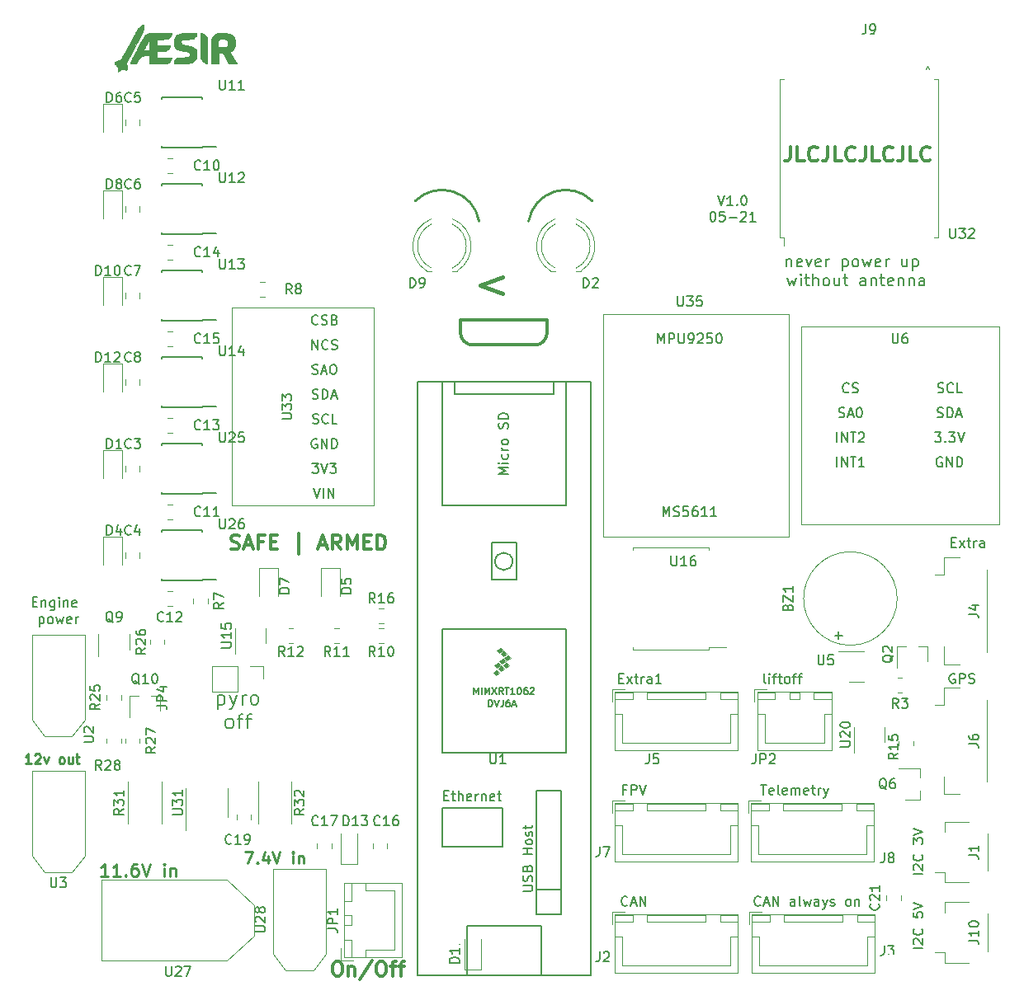
<source format=gto>
%TF.GenerationSoftware,KiCad,Pcbnew,5.1.10*%
%TF.CreationDate,2021-06-27T23:22:59+02:00*%
%TF.ProjectId,main_v1,6d61696e-5f76-4312-9e6b-696361645f70,rev?*%
%TF.SameCoordinates,Original*%
%TF.FileFunction,Legend,Top*%
%TF.FilePolarity,Positive*%
%FSLAX46Y46*%
G04 Gerber Fmt 4.6, Leading zero omitted, Abs format (unit mm)*
G04 Created by KiCad (PCBNEW 5.1.10) date 2021-06-27 23:22:59*
%MOMM*%
%LPD*%
G01*
G04 APERTURE LIST*
%ADD10C,0.150000*%
%ADD11C,0.250000*%
%ADD12C,0.300000*%
%ADD13C,0.400000*%
%ADD14C,0.200000*%
%ADD15C,0.120000*%
%ADD16C,0.010000*%
%ADD17C,0.100000*%
%ADD18R,1.000000X1.000000*%
%ADD19O,1.700000X1.700000*%
%ADD20R,1.700000X1.700000*%
%ADD21C,1.800000*%
%ADD22R,0.900000X0.800000*%
%ADD23R,0.800000X0.900000*%
%ADD24O,1.700000X2.000000*%
%ADD25O,1.700000X1.950000*%
%ADD26O,2.000000X1.700000*%
%ADD27R,1.000000X2.000000*%
%ADD28R,1.500000X5.080000*%
%ADD29C,3.200000*%
%ADD30R,0.510000X0.700000*%
%ADD31C,3.800000*%
%ADD32R,3.800000X3.800000*%
%ADD33C,6.000000*%
%ADD34C,0.800000*%
%ADD35R,2.650000X4.000000*%
%ADD36R,1.310000X0.450000*%
%ADD37C,4.000000*%
%ADD38O,1.800000X1.070000*%
%ADD39R,1.800000X1.070000*%
%ADD40C,1.524000*%
%ADD41C,1.300000*%
%ADD42C,1.600000*%
%ADD43R,1.300000X1.300000*%
%ADD44R,1.600000X1.600000*%
G04 APERTURE END LIST*
D10*
X219523571Y-84492857D02*
X219523571Y-85292857D01*
X219523571Y-84607142D02*
X219580714Y-84550000D01*
X219695000Y-84492857D01*
X219866428Y-84492857D01*
X219980714Y-84550000D01*
X220037857Y-84664285D01*
X220037857Y-85292857D01*
X221066428Y-85235714D02*
X220952142Y-85292857D01*
X220723571Y-85292857D01*
X220609285Y-85235714D01*
X220552142Y-85121428D01*
X220552142Y-84664285D01*
X220609285Y-84550000D01*
X220723571Y-84492857D01*
X220952142Y-84492857D01*
X221066428Y-84550000D01*
X221123571Y-84664285D01*
X221123571Y-84778571D01*
X220552142Y-84892857D01*
X221523571Y-84492857D02*
X221809285Y-85292857D01*
X222095000Y-84492857D01*
X223009285Y-85235714D02*
X222895000Y-85292857D01*
X222666428Y-85292857D01*
X222552142Y-85235714D01*
X222495000Y-85121428D01*
X222495000Y-84664285D01*
X222552142Y-84550000D01*
X222666428Y-84492857D01*
X222895000Y-84492857D01*
X223009285Y-84550000D01*
X223066428Y-84664285D01*
X223066428Y-84778571D01*
X222495000Y-84892857D01*
X223580714Y-85292857D02*
X223580714Y-84492857D01*
X223580714Y-84721428D02*
X223637857Y-84607142D01*
X223695000Y-84550000D01*
X223809285Y-84492857D01*
X223923571Y-84492857D01*
X225237857Y-84492857D02*
X225237857Y-85692857D01*
X225237857Y-84550000D02*
X225352142Y-84492857D01*
X225580714Y-84492857D01*
X225695000Y-84550000D01*
X225752142Y-84607142D01*
X225809285Y-84721428D01*
X225809285Y-85064285D01*
X225752142Y-85178571D01*
X225695000Y-85235714D01*
X225580714Y-85292857D01*
X225352142Y-85292857D01*
X225237857Y-85235714D01*
X226495000Y-85292857D02*
X226380714Y-85235714D01*
X226323571Y-85178571D01*
X226266428Y-85064285D01*
X226266428Y-84721428D01*
X226323571Y-84607142D01*
X226380714Y-84550000D01*
X226495000Y-84492857D01*
X226666428Y-84492857D01*
X226780714Y-84550000D01*
X226837857Y-84607142D01*
X226895000Y-84721428D01*
X226895000Y-85064285D01*
X226837857Y-85178571D01*
X226780714Y-85235714D01*
X226666428Y-85292857D01*
X226495000Y-85292857D01*
X227295000Y-84492857D02*
X227523571Y-85292857D01*
X227752142Y-84721428D01*
X227980714Y-85292857D01*
X228209285Y-84492857D01*
X229123571Y-85235714D02*
X229009285Y-85292857D01*
X228780714Y-85292857D01*
X228666428Y-85235714D01*
X228609285Y-85121428D01*
X228609285Y-84664285D01*
X228666428Y-84550000D01*
X228780714Y-84492857D01*
X229009285Y-84492857D01*
X229123571Y-84550000D01*
X229180714Y-84664285D01*
X229180714Y-84778571D01*
X228609285Y-84892857D01*
X229695000Y-85292857D02*
X229695000Y-84492857D01*
X229695000Y-84721428D02*
X229752142Y-84607142D01*
X229809285Y-84550000D01*
X229923571Y-84492857D01*
X230037857Y-84492857D01*
X231866428Y-84492857D02*
X231866428Y-85292857D01*
X231352142Y-84492857D02*
X231352142Y-85121428D01*
X231409285Y-85235714D01*
X231523571Y-85292857D01*
X231695000Y-85292857D01*
X231809285Y-85235714D01*
X231866428Y-85178571D01*
X232437857Y-84492857D02*
X232437857Y-85692857D01*
X232437857Y-84550000D02*
X232552142Y-84492857D01*
X232780714Y-84492857D01*
X232895000Y-84550000D01*
X232952142Y-84607142D01*
X233009285Y-84721428D01*
X233009285Y-85064285D01*
X232952142Y-85178571D01*
X232895000Y-85235714D01*
X232780714Y-85292857D01*
X232552142Y-85292857D01*
X232437857Y-85235714D01*
X219609285Y-86442857D02*
X219837857Y-87242857D01*
X220066428Y-86671428D01*
X220295000Y-87242857D01*
X220523571Y-86442857D01*
X220980714Y-87242857D02*
X220980714Y-86442857D01*
X220980714Y-86042857D02*
X220923571Y-86100000D01*
X220980714Y-86157142D01*
X221037857Y-86100000D01*
X220980714Y-86042857D01*
X220980714Y-86157142D01*
X221380714Y-86442857D02*
X221837857Y-86442857D01*
X221552142Y-86042857D02*
X221552142Y-87071428D01*
X221609285Y-87185714D01*
X221723571Y-87242857D01*
X221837857Y-87242857D01*
X222237857Y-87242857D02*
X222237857Y-86042857D01*
X222752142Y-87242857D02*
X222752142Y-86614285D01*
X222695000Y-86500000D01*
X222580714Y-86442857D01*
X222409285Y-86442857D01*
X222295000Y-86500000D01*
X222237857Y-86557142D01*
X223495000Y-87242857D02*
X223380714Y-87185714D01*
X223323571Y-87128571D01*
X223266428Y-87014285D01*
X223266428Y-86671428D01*
X223323571Y-86557142D01*
X223380714Y-86500000D01*
X223495000Y-86442857D01*
X223666428Y-86442857D01*
X223780714Y-86500000D01*
X223837857Y-86557142D01*
X223895000Y-86671428D01*
X223895000Y-87014285D01*
X223837857Y-87128571D01*
X223780714Y-87185714D01*
X223666428Y-87242857D01*
X223495000Y-87242857D01*
X224923571Y-86442857D02*
X224923571Y-87242857D01*
X224409285Y-86442857D02*
X224409285Y-87071428D01*
X224466428Y-87185714D01*
X224580714Y-87242857D01*
X224752142Y-87242857D01*
X224866428Y-87185714D01*
X224923571Y-87128571D01*
X225323571Y-86442857D02*
X225780714Y-86442857D01*
X225495000Y-86042857D02*
X225495000Y-87071428D01*
X225552142Y-87185714D01*
X225666428Y-87242857D01*
X225780714Y-87242857D01*
X227609285Y-87242857D02*
X227609285Y-86614285D01*
X227552142Y-86500000D01*
X227437857Y-86442857D01*
X227209285Y-86442857D01*
X227095000Y-86500000D01*
X227609285Y-87185714D02*
X227495000Y-87242857D01*
X227209285Y-87242857D01*
X227095000Y-87185714D01*
X227037857Y-87071428D01*
X227037857Y-86957142D01*
X227095000Y-86842857D01*
X227209285Y-86785714D01*
X227495000Y-86785714D01*
X227609285Y-86728571D01*
X228180714Y-86442857D02*
X228180714Y-87242857D01*
X228180714Y-86557142D02*
X228237857Y-86500000D01*
X228352142Y-86442857D01*
X228523571Y-86442857D01*
X228637857Y-86500000D01*
X228695000Y-86614285D01*
X228695000Y-87242857D01*
X229095000Y-86442857D02*
X229552142Y-86442857D01*
X229266428Y-86042857D02*
X229266428Y-87071428D01*
X229323571Y-87185714D01*
X229437857Y-87242857D01*
X229552142Y-87242857D01*
X230409285Y-87185714D02*
X230295000Y-87242857D01*
X230066428Y-87242857D01*
X229952142Y-87185714D01*
X229895000Y-87071428D01*
X229895000Y-86614285D01*
X229952142Y-86500000D01*
X230066428Y-86442857D01*
X230295000Y-86442857D01*
X230409285Y-86500000D01*
X230466428Y-86614285D01*
X230466428Y-86728571D01*
X229895000Y-86842857D01*
X230980714Y-86442857D02*
X230980714Y-87242857D01*
X230980714Y-86557142D02*
X231037857Y-86500000D01*
X231152142Y-86442857D01*
X231323571Y-86442857D01*
X231437857Y-86500000D01*
X231495000Y-86614285D01*
X231495000Y-87242857D01*
X232066428Y-86442857D02*
X232066428Y-87242857D01*
X232066428Y-86557142D02*
X232123571Y-86500000D01*
X232237857Y-86442857D01*
X232409285Y-86442857D01*
X232523571Y-86500000D01*
X232580714Y-86614285D01*
X232580714Y-87242857D01*
X233666428Y-87242857D02*
X233666428Y-86614285D01*
X233609285Y-86500000D01*
X233495000Y-86442857D01*
X233266428Y-86442857D01*
X233152142Y-86500000D01*
X233666428Y-87185714D02*
X233552142Y-87242857D01*
X233266428Y-87242857D01*
X233152142Y-87185714D01*
X233095000Y-87071428D01*
X233095000Y-86957142D01*
X233152142Y-86842857D01*
X233266428Y-86785714D01*
X233552142Y-86785714D01*
X233666428Y-86728571D01*
X236458333Y-113593571D02*
X236791666Y-113593571D01*
X236934523Y-114117380D02*
X236458333Y-114117380D01*
X236458333Y-113117380D01*
X236934523Y-113117380D01*
X237267857Y-114117380D02*
X237791666Y-113450714D01*
X237267857Y-113450714D02*
X237791666Y-114117380D01*
X238029761Y-113450714D02*
X238410714Y-113450714D01*
X238172619Y-113117380D02*
X238172619Y-113974523D01*
X238220238Y-114069761D01*
X238315476Y-114117380D01*
X238410714Y-114117380D01*
X238744047Y-114117380D02*
X238744047Y-113450714D01*
X238744047Y-113641190D02*
X238791666Y-113545952D01*
X238839285Y-113498333D01*
X238934523Y-113450714D01*
X239029761Y-113450714D01*
X239791666Y-114117380D02*
X239791666Y-113593571D01*
X239744047Y-113498333D01*
X239648809Y-113450714D01*
X239458333Y-113450714D01*
X239363095Y-113498333D01*
X239791666Y-114069761D02*
X239696428Y-114117380D01*
X239458333Y-114117380D01*
X239363095Y-114069761D01*
X239315476Y-113974523D01*
X239315476Y-113879285D01*
X239363095Y-113784047D01*
X239458333Y-113736428D01*
X239696428Y-113736428D01*
X239791666Y-113688809D01*
X236775714Y-127135000D02*
X236680476Y-127087380D01*
X236537619Y-127087380D01*
X236394761Y-127135000D01*
X236299523Y-127230238D01*
X236251904Y-127325476D01*
X236204285Y-127515952D01*
X236204285Y-127658809D01*
X236251904Y-127849285D01*
X236299523Y-127944523D01*
X236394761Y-128039761D01*
X236537619Y-128087380D01*
X236632857Y-128087380D01*
X236775714Y-128039761D01*
X236823333Y-127992142D01*
X236823333Y-127658809D01*
X236632857Y-127658809D01*
X237251904Y-128087380D02*
X237251904Y-127087380D01*
X237632857Y-127087380D01*
X237728095Y-127135000D01*
X237775714Y-127182619D01*
X237823333Y-127277857D01*
X237823333Y-127420714D01*
X237775714Y-127515952D01*
X237728095Y-127563571D01*
X237632857Y-127611190D01*
X237251904Y-127611190D01*
X238204285Y-128039761D02*
X238347142Y-128087380D01*
X238585238Y-128087380D01*
X238680476Y-128039761D01*
X238728095Y-127992142D01*
X238775714Y-127896904D01*
X238775714Y-127801666D01*
X238728095Y-127706428D01*
X238680476Y-127658809D01*
X238585238Y-127611190D01*
X238394761Y-127563571D01*
X238299523Y-127515952D01*
X238251904Y-127468333D01*
X238204285Y-127373095D01*
X238204285Y-127277857D01*
X238251904Y-127182619D01*
X238299523Y-127135000D01*
X238394761Y-127087380D01*
X238632857Y-127087380D01*
X238775714Y-127135000D01*
X233497380Y-147676904D02*
X232497380Y-147676904D01*
X232592619Y-147248333D02*
X232545000Y-147200714D01*
X232497380Y-147105476D01*
X232497380Y-146867380D01*
X232545000Y-146772142D01*
X232592619Y-146724523D01*
X232687857Y-146676904D01*
X232783095Y-146676904D01*
X232925952Y-146724523D01*
X233497380Y-147295952D01*
X233497380Y-146676904D01*
X233402142Y-145676904D02*
X233449761Y-145724523D01*
X233497380Y-145867380D01*
X233497380Y-145962619D01*
X233449761Y-146105476D01*
X233354523Y-146200714D01*
X233259285Y-146248333D01*
X233068809Y-146295952D01*
X232925952Y-146295952D01*
X232735476Y-146248333D01*
X232640238Y-146200714D01*
X232545000Y-146105476D01*
X232497380Y-145962619D01*
X232497380Y-145867380D01*
X232545000Y-145724523D01*
X232592619Y-145676904D01*
X232497380Y-144581666D02*
X232497380Y-143962619D01*
X232878333Y-144295952D01*
X232878333Y-144153095D01*
X232925952Y-144057857D01*
X232973571Y-144010238D01*
X233068809Y-143962619D01*
X233306904Y-143962619D01*
X233402142Y-144010238D01*
X233449761Y-144057857D01*
X233497380Y-144153095D01*
X233497380Y-144438809D01*
X233449761Y-144534047D01*
X233402142Y-144581666D01*
X232497380Y-143676904D02*
X233497380Y-143343571D01*
X232497380Y-143010238D01*
X233497380Y-155296904D02*
X232497380Y-155296904D01*
X232592619Y-154868333D02*
X232545000Y-154820714D01*
X232497380Y-154725476D01*
X232497380Y-154487380D01*
X232545000Y-154392142D01*
X232592619Y-154344523D01*
X232687857Y-154296904D01*
X232783095Y-154296904D01*
X232925952Y-154344523D01*
X233497380Y-154915952D01*
X233497380Y-154296904D01*
X233402142Y-153296904D02*
X233449761Y-153344523D01*
X233497380Y-153487380D01*
X233497380Y-153582619D01*
X233449761Y-153725476D01*
X233354523Y-153820714D01*
X233259285Y-153868333D01*
X233068809Y-153915952D01*
X232925952Y-153915952D01*
X232735476Y-153868333D01*
X232640238Y-153820714D01*
X232545000Y-153725476D01*
X232497380Y-153582619D01*
X232497380Y-153487380D01*
X232545000Y-153344523D01*
X232592619Y-153296904D01*
X232497380Y-151630238D02*
X232497380Y-152106428D01*
X232973571Y-152154047D01*
X232925952Y-152106428D01*
X232878333Y-152011190D01*
X232878333Y-151773095D01*
X232925952Y-151677857D01*
X232973571Y-151630238D01*
X233068809Y-151582619D01*
X233306904Y-151582619D01*
X233402142Y-151630238D01*
X233449761Y-151677857D01*
X233497380Y-151773095D01*
X233497380Y-152011190D01*
X233449761Y-152106428D01*
X233402142Y-152154047D01*
X232497380Y-151296904D02*
X233497380Y-150963571D01*
X232497380Y-150630238D01*
X202327142Y-127563571D02*
X202660476Y-127563571D01*
X202803333Y-128087380D02*
X202327142Y-128087380D01*
X202327142Y-127087380D01*
X202803333Y-127087380D01*
X203136666Y-128087380D02*
X203660476Y-127420714D01*
X203136666Y-127420714D02*
X203660476Y-128087380D01*
X203898571Y-127420714D02*
X204279523Y-127420714D01*
X204041428Y-127087380D02*
X204041428Y-127944523D01*
X204089047Y-128039761D01*
X204184285Y-128087380D01*
X204279523Y-128087380D01*
X204612857Y-128087380D02*
X204612857Y-127420714D01*
X204612857Y-127611190D02*
X204660476Y-127515952D01*
X204708095Y-127468333D01*
X204803333Y-127420714D01*
X204898571Y-127420714D01*
X205660476Y-128087380D02*
X205660476Y-127563571D01*
X205612857Y-127468333D01*
X205517619Y-127420714D01*
X205327142Y-127420714D01*
X205231904Y-127468333D01*
X205660476Y-128039761D02*
X205565238Y-128087380D01*
X205327142Y-128087380D01*
X205231904Y-128039761D01*
X205184285Y-127944523D01*
X205184285Y-127849285D01*
X205231904Y-127754047D01*
X205327142Y-127706428D01*
X205565238Y-127706428D01*
X205660476Y-127658809D01*
X206660476Y-128087380D02*
X206089047Y-128087380D01*
X206374761Y-128087380D02*
X206374761Y-127087380D01*
X206279523Y-127230238D01*
X206184285Y-127325476D01*
X206089047Y-127373095D01*
X217360714Y-128087380D02*
X217265476Y-128039761D01*
X217217857Y-127944523D01*
X217217857Y-127087380D01*
X217741666Y-128087380D02*
X217741666Y-127420714D01*
X217741666Y-127087380D02*
X217694047Y-127135000D01*
X217741666Y-127182619D01*
X217789285Y-127135000D01*
X217741666Y-127087380D01*
X217741666Y-127182619D01*
X218075000Y-127420714D02*
X218455952Y-127420714D01*
X218217857Y-128087380D02*
X218217857Y-127230238D01*
X218265476Y-127135000D01*
X218360714Y-127087380D01*
X218455952Y-127087380D01*
X218646428Y-127420714D02*
X219027380Y-127420714D01*
X218789285Y-127087380D02*
X218789285Y-127944523D01*
X218836904Y-128039761D01*
X218932142Y-128087380D01*
X219027380Y-128087380D01*
X219503571Y-128087380D02*
X219408333Y-128039761D01*
X219360714Y-127992142D01*
X219313095Y-127896904D01*
X219313095Y-127611190D01*
X219360714Y-127515952D01*
X219408333Y-127468333D01*
X219503571Y-127420714D01*
X219646428Y-127420714D01*
X219741666Y-127468333D01*
X219789285Y-127515952D01*
X219836904Y-127611190D01*
X219836904Y-127896904D01*
X219789285Y-127992142D01*
X219741666Y-128039761D01*
X219646428Y-128087380D01*
X219503571Y-128087380D01*
X220122619Y-127420714D02*
X220503571Y-127420714D01*
X220265476Y-128087380D02*
X220265476Y-127230238D01*
X220313095Y-127135000D01*
X220408333Y-127087380D01*
X220503571Y-127087380D01*
X220694047Y-127420714D02*
X221075000Y-127420714D01*
X220836904Y-128087380D02*
X220836904Y-127230238D01*
X220884523Y-127135000D01*
X220979761Y-127087380D01*
X221075000Y-127087380D01*
X216868809Y-138517380D02*
X217440238Y-138517380D01*
X217154523Y-139517380D02*
X217154523Y-138517380D01*
X218154523Y-139469761D02*
X218059285Y-139517380D01*
X217868809Y-139517380D01*
X217773571Y-139469761D01*
X217725952Y-139374523D01*
X217725952Y-138993571D01*
X217773571Y-138898333D01*
X217868809Y-138850714D01*
X218059285Y-138850714D01*
X218154523Y-138898333D01*
X218202142Y-138993571D01*
X218202142Y-139088809D01*
X217725952Y-139184047D01*
X218773571Y-139517380D02*
X218678333Y-139469761D01*
X218630714Y-139374523D01*
X218630714Y-138517380D01*
X219535476Y-139469761D02*
X219440238Y-139517380D01*
X219249761Y-139517380D01*
X219154523Y-139469761D01*
X219106904Y-139374523D01*
X219106904Y-138993571D01*
X219154523Y-138898333D01*
X219249761Y-138850714D01*
X219440238Y-138850714D01*
X219535476Y-138898333D01*
X219583095Y-138993571D01*
X219583095Y-139088809D01*
X219106904Y-139184047D01*
X220011666Y-139517380D02*
X220011666Y-138850714D01*
X220011666Y-138945952D02*
X220059285Y-138898333D01*
X220154523Y-138850714D01*
X220297380Y-138850714D01*
X220392619Y-138898333D01*
X220440238Y-138993571D01*
X220440238Y-139517380D01*
X220440238Y-138993571D02*
X220487857Y-138898333D01*
X220583095Y-138850714D01*
X220725952Y-138850714D01*
X220821190Y-138898333D01*
X220868809Y-138993571D01*
X220868809Y-139517380D01*
X221725952Y-139469761D02*
X221630714Y-139517380D01*
X221440238Y-139517380D01*
X221345000Y-139469761D01*
X221297380Y-139374523D01*
X221297380Y-138993571D01*
X221345000Y-138898333D01*
X221440238Y-138850714D01*
X221630714Y-138850714D01*
X221725952Y-138898333D01*
X221773571Y-138993571D01*
X221773571Y-139088809D01*
X221297380Y-139184047D01*
X222059285Y-138850714D02*
X222440238Y-138850714D01*
X222202142Y-138517380D02*
X222202142Y-139374523D01*
X222249761Y-139469761D01*
X222345000Y-139517380D01*
X222440238Y-139517380D01*
X222773571Y-139517380D02*
X222773571Y-138850714D01*
X222773571Y-139041190D02*
X222821190Y-138945952D01*
X222868809Y-138898333D01*
X222964047Y-138850714D01*
X223059285Y-138850714D01*
X223297380Y-138850714D02*
X223535476Y-139517380D01*
X223773571Y-138850714D02*
X223535476Y-139517380D01*
X223440238Y-139755476D01*
X223392619Y-139803095D01*
X223297380Y-139850714D01*
X203049285Y-138993571D02*
X202715952Y-138993571D01*
X202715952Y-139517380D02*
X202715952Y-138517380D01*
X203192142Y-138517380D01*
X203573095Y-139517380D02*
X203573095Y-138517380D01*
X203954047Y-138517380D01*
X204049285Y-138565000D01*
X204096904Y-138612619D01*
X204144523Y-138707857D01*
X204144523Y-138850714D01*
X204096904Y-138945952D01*
X204049285Y-138993571D01*
X203954047Y-139041190D01*
X203573095Y-139041190D01*
X204430238Y-138517380D02*
X204763571Y-139517380D01*
X205096904Y-138517380D01*
X216829285Y-150852142D02*
X216781666Y-150899761D01*
X216638809Y-150947380D01*
X216543571Y-150947380D01*
X216400714Y-150899761D01*
X216305476Y-150804523D01*
X216257857Y-150709285D01*
X216210238Y-150518809D01*
X216210238Y-150375952D01*
X216257857Y-150185476D01*
X216305476Y-150090238D01*
X216400714Y-149995000D01*
X216543571Y-149947380D01*
X216638809Y-149947380D01*
X216781666Y-149995000D01*
X216829285Y-150042619D01*
X217210238Y-150661666D02*
X217686428Y-150661666D01*
X217115000Y-150947380D02*
X217448333Y-149947380D01*
X217781666Y-150947380D01*
X218115000Y-150947380D02*
X218115000Y-149947380D01*
X218686428Y-150947380D01*
X218686428Y-149947380D01*
X220353095Y-150947380D02*
X220353095Y-150423571D01*
X220305476Y-150328333D01*
X220210238Y-150280714D01*
X220019761Y-150280714D01*
X219924523Y-150328333D01*
X220353095Y-150899761D02*
X220257857Y-150947380D01*
X220019761Y-150947380D01*
X219924523Y-150899761D01*
X219876904Y-150804523D01*
X219876904Y-150709285D01*
X219924523Y-150614047D01*
X220019761Y-150566428D01*
X220257857Y-150566428D01*
X220353095Y-150518809D01*
X220972142Y-150947380D02*
X220876904Y-150899761D01*
X220829285Y-150804523D01*
X220829285Y-149947380D01*
X221257857Y-150280714D02*
X221448333Y-150947380D01*
X221638809Y-150471190D01*
X221829285Y-150947380D01*
X222019761Y-150280714D01*
X222829285Y-150947380D02*
X222829285Y-150423571D01*
X222781666Y-150328333D01*
X222686428Y-150280714D01*
X222495952Y-150280714D01*
X222400714Y-150328333D01*
X222829285Y-150899761D02*
X222734047Y-150947380D01*
X222495952Y-150947380D01*
X222400714Y-150899761D01*
X222353095Y-150804523D01*
X222353095Y-150709285D01*
X222400714Y-150614047D01*
X222495952Y-150566428D01*
X222734047Y-150566428D01*
X222829285Y-150518809D01*
X223210238Y-150280714D02*
X223448333Y-150947380D01*
X223686428Y-150280714D02*
X223448333Y-150947380D01*
X223353095Y-151185476D01*
X223305476Y-151233095D01*
X223210238Y-151280714D01*
X224019761Y-150899761D02*
X224115000Y-150947380D01*
X224305476Y-150947380D01*
X224400714Y-150899761D01*
X224448333Y-150804523D01*
X224448333Y-150756904D01*
X224400714Y-150661666D01*
X224305476Y-150614047D01*
X224162619Y-150614047D01*
X224067380Y-150566428D01*
X224019761Y-150471190D01*
X224019761Y-150423571D01*
X224067380Y-150328333D01*
X224162619Y-150280714D01*
X224305476Y-150280714D01*
X224400714Y-150328333D01*
X225781666Y-150947380D02*
X225686428Y-150899761D01*
X225638809Y-150852142D01*
X225591190Y-150756904D01*
X225591190Y-150471190D01*
X225638809Y-150375952D01*
X225686428Y-150328333D01*
X225781666Y-150280714D01*
X225924523Y-150280714D01*
X226019761Y-150328333D01*
X226067380Y-150375952D01*
X226115000Y-150471190D01*
X226115000Y-150756904D01*
X226067380Y-150852142D01*
X226019761Y-150899761D01*
X225924523Y-150947380D01*
X225781666Y-150947380D01*
X226543571Y-150280714D02*
X226543571Y-150947380D01*
X226543571Y-150375952D02*
X226591190Y-150328333D01*
X226686428Y-150280714D01*
X226829285Y-150280714D01*
X226924523Y-150328333D01*
X226972142Y-150423571D01*
X226972142Y-150947380D01*
X203192142Y-150852142D02*
X203144523Y-150899761D01*
X203001666Y-150947380D01*
X202906428Y-150947380D01*
X202763571Y-150899761D01*
X202668333Y-150804523D01*
X202620714Y-150709285D01*
X202573095Y-150518809D01*
X202573095Y-150375952D01*
X202620714Y-150185476D01*
X202668333Y-150090238D01*
X202763571Y-149995000D01*
X202906428Y-149947380D01*
X203001666Y-149947380D01*
X203144523Y-149995000D01*
X203192142Y-150042619D01*
X203573095Y-150661666D02*
X204049285Y-150661666D01*
X203477857Y-150947380D02*
X203811190Y-149947380D01*
X204144523Y-150947380D01*
X204477857Y-150947380D02*
X204477857Y-149947380D01*
X205049285Y-150947380D01*
X205049285Y-149947380D01*
X212471190Y-78002380D02*
X212804523Y-79002380D01*
X213137857Y-78002380D01*
X213995000Y-79002380D02*
X213423571Y-79002380D01*
X213709285Y-79002380D02*
X213709285Y-78002380D01*
X213614047Y-78145238D01*
X213518809Y-78240476D01*
X213423571Y-78288095D01*
X214423571Y-78907142D02*
X214471190Y-78954761D01*
X214423571Y-79002380D01*
X214375952Y-78954761D01*
X214423571Y-78907142D01*
X214423571Y-79002380D01*
X215090238Y-78002380D02*
X215185476Y-78002380D01*
X215280714Y-78050000D01*
X215328333Y-78097619D01*
X215375952Y-78192857D01*
X215423571Y-78383333D01*
X215423571Y-78621428D01*
X215375952Y-78811904D01*
X215328333Y-78907142D01*
X215280714Y-78954761D01*
X215185476Y-79002380D01*
X215090238Y-79002380D01*
X214995000Y-78954761D01*
X214947380Y-78907142D01*
X214899761Y-78811904D01*
X214852142Y-78621428D01*
X214852142Y-78383333D01*
X214899761Y-78192857D01*
X214947380Y-78097619D01*
X214995000Y-78050000D01*
X215090238Y-78002380D01*
X211899761Y-79652380D02*
X211995000Y-79652380D01*
X212090238Y-79700000D01*
X212137857Y-79747619D01*
X212185476Y-79842857D01*
X212233095Y-80033333D01*
X212233095Y-80271428D01*
X212185476Y-80461904D01*
X212137857Y-80557142D01*
X212090238Y-80604761D01*
X211995000Y-80652380D01*
X211899761Y-80652380D01*
X211804523Y-80604761D01*
X211756904Y-80557142D01*
X211709285Y-80461904D01*
X211661666Y-80271428D01*
X211661666Y-80033333D01*
X211709285Y-79842857D01*
X211756904Y-79747619D01*
X211804523Y-79700000D01*
X211899761Y-79652380D01*
X213137857Y-79652380D02*
X212661666Y-79652380D01*
X212614047Y-80128571D01*
X212661666Y-80080952D01*
X212756904Y-80033333D01*
X212995000Y-80033333D01*
X213090238Y-80080952D01*
X213137857Y-80128571D01*
X213185476Y-80223809D01*
X213185476Y-80461904D01*
X213137857Y-80557142D01*
X213090238Y-80604761D01*
X212995000Y-80652380D01*
X212756904Y-80652380D01*
X212661666Y-80604761D01*
X212614047Y-80557142D01*
X213614047Y-80271428D02*
X214375952Y-80271428D01*
X214804523Y-79747619D02*
X214852142Y-79700000D01*
X214947380Y-79652380D01*
X215185476Y-79652380D01*
X215280714Y-79700000D01*
X215328333Y-79747619D01*
X215375952Y-79842857D01*
X215375952Y-79938095D01*
X215328333Y-80080952D01*
X214756904Y-80652380D01*
X215375952Y-80652380D01*
X216328333Y-80652380D02*
X215756904Y-80652380D01*
X216042619Y-80652380D02*
X216042619Y-79652380D01*
X215947380Y-79795238D01*
X215852142Y-79890476D01*
X215756904Y-79938095D01*
D11*
X193040423Y-80642496D02*
G75*
G02*
X199581234Y-78548765I3809577J-637504D01*
G01*
X181420560Y-78546967D02*
G75*
G02*
X187959999Y-80645001I2729440J-2733033D01*
G01*
D12*
X219893428Y-72965571D02*
X219893428Y-74037000D01*
X219822000Y-74251285D01*
X219679142Y-74394142D01*
X219464857Y-74465571D01*
X219322000Y-74465571D01*
X221322000Y-74465571D02*
X220607714Y-74465571D01*
X220607714Y-72965571D01*
X222679142Y-74322714D02*
X222607714Y-74394142D01*
X222393428Y-74465571D01*
X222250571Y-74465571D01*
X222036285Y-74394142D01*
X221893428Y-74251285D01*
X221822000Y-74108428D01*
X221750571Y-73822714D01*
X221750571Y-73608428D01*
X221822000Y-73322714D01*
X221893428Y-73179857D01*
X222036285Y-73037000D01*
X222250571Y-72965571D01*
X222393428Y-72965571D01*
X222607714Y-73037000D01*
X222679142Y-73108428D01*
X223750571Y-72965571D02*
X223750571Y-74037000D01*
X223679142Y-74251285D01*
X223536285Y-74394142D01*
X223322000Y-74465571D01*
X223179142Y-74465571D01*
X225179142Y-74465571D02*
X224464857Y-74465571D01*
X224464857Y-72965571D01*
X226536285Y-74322714D02*
X226464857Y-74394142D01*
X226250571Y-74465571D01*
X226107714Y-74465571D01*
X225893428Y-74394142D01*
X225750571Y-74251285D01*
X225679142Y-74108428D01*
X225607714Y-73822714D01*
X225607714Y-73608428D01*
X225679142Y-73322714D01*
X225750571Y-73179857D01*
X225893428Y-73037000D01*
X226107714Y-72965571D01*
X226250571Y-72965571D01*
X226464857Y-73037000D01*
X226536285Y-73108428D01*
X227607714Y-72965571D02*
X227607714Y-74037000D01*
X227536285Y-74251285D01*
X227393428Y-74394142D01*
X227179142Y-74465571D01*
X227036285Y-74465571D01*
X229036285Y-74465571D02*
X228322000Y-74465571D01*
X228322000Y-72965571D01*
X230393428Y-74322714D02*
X230322000Y-74394142D01*
X230107714Y-74465571D01*
X229964857Y-74465571D01*
X229750571Y-74394142D01*
X229607714Y-74251285D01*
X229536285Y-74108428D01*
X229464857Y-73822714D01*
X229464857Y-73608428D01*
X229536285Y-73322714D01*
X229607714Y-73179857D01*
X229750571Y-73037000D01*
X229964857Y-72965571D01*
X230107714Y-72965571D01*
X230322000Y-73037000D01*
X230393428Y-73108428D01*
X231464857Y-72965571D02*
X231464857Y-74037000D01*
X231393428Y-74251285D01*
X231250571Y-74394142D01*
X231036285Y-74465571D01*
X230893428Y-74465571D01*
X232893428Y-74465571D02*
X232179142Y-74465571D01*
X232179142Y-72965571D01*
X234250571Y-74322714D02*
X234179142Y-74394142D01*
X233964857Y-74465571D01*
X233822000Y-74465571D01*
X233607714Y-74394142D01*
X233464857Y-74251285D01*
X233393428Y-74108428D01*
X233322000Y-73822714D01*
X233322000Y-73608428D01*
X233393428Y-73322714D01*
X233464857Y-73179857D01*
X233607714Y-73037000D01*
X233822000Y-72965571D01*
X233964857Y-72965571D01*
X234179142Y-73037000D01*
X234250571Y-73108428D01*
X162505428Y-114272142D02*
X162719714Y-114343571D01*
X163076857Y-114343571D01*
X163219714Y-114272142D01*
X163291142Y-114200714D01*
X163362571Y-114057857D01*
X163362571Y-113915000D01*
X163291142Y-113772142D01*
X163219714Y-113700714D01*
X163076857Y-113629285D01*
X162791142Y-113557857D01*
X162648285Y-113486428D01*
X162576857Y-113415000D01*
X162505428Y-113272142D01*
X162505428Y-113129285D01*
X162576857Y-112986428D01*
X162648285Y-112915000D01*
X162791142Y-112843571D01*
X163148285Y-112843571D01*
X163362571Y-112915000D01*
X163934000Y-113915000D02*
X164648285Y-113915000D01*
X163791142Y-114343571D02*
X164291142Y-112843571D01*
X164791142Y-114343571D01*
X165791142Y-113557857D02*
X165291142Y-113557857D01*
X165291142Y-114343571D02*
X165291142Y-112843571D01*
X166005428Y-112843571D01*
X166576857Y-113557857D02*
X167076857Y-113557857D01*
X167291142Y-114343571D02*
X166576857Y-114343571D01*
X166576857Y-112843571D01*
X167291142Y-112843571D01*
X169434000Y-114843571D02*
X169434000Y-112700714D01*
X171576857Y-113915000D02*
X172291142Y-113915000D01*
X171434000Y-114343571D02*
X171934000Y-112843571D01*
X172434000Y-114343571D01*
X173791142Y-114343571D02*
X173291142Y-113629285D01*
X172934000Y-114343571D02*
X172934000Y-112843571D01*
X173505428Y-112843571D01*
X173648285Y-112915000D01*
X173719714Y-112986428D01*
X173791142Y-113129285D01*
X173791142Y-113343571D01*
X173719714Y-113486428D01*
X173648285Y-113557857D01*
X173505428Y-113629285D01*
X172934000Y-113629285D01*
X174434000Y-114343571D02*
X174434000Y-112843571D01*
X174934000Y-113915000D01*
X175434000Y-112843571D01*
X175434000Y-114343571D01*
X176148285Y-113557857D02*
X176648285Y-113557857D01*
X176862571Y-114343571D02*
X176148285Y-114343571D01*
X176148285Y-112843571D01*
X176862571Y-112843571D01*
X177505428Y-114343571D02*
X177505428Y-112843571D01*
X177862571Y-112843571D01*
X178076857Y-112915000D01*
X178219714Y-113057857D01*
X178291142Y-113200714D01*
X178362571Y-113486428D01*
X178362571Y-113700714D01*
X178291142Y-113986428D01*
X178219714Y-114129285D01*
X178076857Y-114272142D01*
X177862571Y-114343571D01*
X177505428Y-114343571D01*
D13*
X190372857Y-86352142D02*
X188087142Y-87209285D01*
X190372857Y-88066428D01*
D12*
X194945000Y-92075000D02*
X194945000Y-90805000D01*
X186055000Y-92075000D02*
X186055000Y-90805000D01*
X186055000Y-90805000D02*
X194945000Y-90805000D01*
X194945000Y-92075000D02*
G75*
G02*
X193675000Y-93345000I-1270000J0D01*
G01*
X187325000Y-93345000D02*
G75*
G02*
X186055000Y-92075000I0J1270000D01*
G01*
X187325000Y-93345000D02*
X193675000Y-93345000D01*
X173280000Y-156658571D02*
X173565714Y-156658571D01*
X173708571Y-156730000D01*
X173851428Y-156872857D01*
X173922857Y-157158571D01*
X173922857Y-157658571D01*
X173851428Y-157944285D01*
X173708571Y-158087142D01*
X173565714Y-158158571D01*
X173280000Y-158158571D01*
X173137142Y-158087142D01*
X172994285Y-157944285D01*
X172922857Y-157658571D01*
X172922857Y-157158571D01*
X172994285Y-156872857D01*
X173137142Y-156730000D01*
X173280000Y-156658571D01*
X174565714Y-157158571D02*
X174565714Y-158158571D01*
X174565714Y-157301428D02*
X174637142Y-157230000D01*
X174780000Y-157158571D01*
X174994285Y-157158571D01*
X175137142Y-157230000D01*
X175208571Y-157372857D01*
X175208571Y-158158571D01*
X176994285Y-156587142D02*
X175708571Y-158515714D01*
X177780000Y-156658571D02*
X178065714Y-156658571D01*
X178208571Y-156730000D01*
X178351428Y-156872857D01*
X178422857Y-157158571D01*
X178422857Y-157658571D01*
X178351428Y-157944285D01*
X178208571Y-158087142D01*
X178065714Y-158158571D01*
X177780000Y-158158571D01*
X177637142Y-158087142D01*
X177494285Y-157944285D01*
X177422857Y-157658571D01*
X177422857Y-157158571D01*
X177494285Y-156872857D01*
X177637142Y-156730000D01*
X177780000Y-156658571D01*
X178851428Y-157158571D02*
X179422857Y-157158571D01*
X179065714Y-158158571D02*
X179065714Y-156872857D01*
X179137142Y-156730000D01*
X179280000Y-156658571D01*
X179422857Y-156658571D01*
X179708571Y-157158571D02*
X180280000Y-157158571D01*
X179922857Y-158158571D02*
X179922857Y-156872857D01*
X179994285Y-156730000D01*
X180137142Y-156658571D01*
X180280000Y-156658571D01*
D14*
X142160952Y-119728571D02*
X142494285Y-119728571D01*
X142637142Y-120252380D02*
X142160952Y-120252380D01*
X142160952Y-119252380D01*
X142637142Y-119252380D01*
X143065714Y-119585714D02*
X143065714Y-120252380D01*
X143065714Y-119680952D02*
X143113333Y-119633333D01*
X143208571Y-119585714D01*
X143351428Y-119585714D01*
X143446666Y-119633333D01*
X143494285Y-119728571D01*
X143494285Y-120252380D01*
X144399047Y-119585714D02*
X144399047Y-120395238D01*
X144351428Y-120490476D01*
X144303809Y-120538095D01*
X144208571Y-120585714D01*
X144065714Y-120585714D01*
X143970476Y-120538095D01*
X144399047Y-120204761D02*
X144303809Y-120252380D01*
X144113333Y-120252380D01*
X144018095Y-120204761D01*
X143970476Y-120157142D01*
X143922857Y-120061904D01*
X143922857Y-119776190D01*
X143970476Y-119680952D01*
X144018095Y-119633333D01*
X144113333Y-119585714D01*
X144303809Y-119585714D01*
X144399047Y-119633333D01*
X144875238Y-120252380D02*
X144875238Y-119585714D01*
X144875238Y-119252380D02*
X144827619Y-119300000D01*
X144875238Y-119347619D01*
X144922857Y-119300000D01*
X144875238Y-119252380D01*
X144875238Y-119347619D01*
X145351428Y-119585714D02*
X145351428Y-120252380D01*
X145351428Y-119680952D02*
X145399047Y-119633333D01*
X145494285Y-119585714D01*
X145637142Y-119585714D01*
X145732380Y-119633333D01*
X145780000Y-119728571D01*
X145780000Y-120252380D01*
X146637142Y-120204761D02*
X146541904Y-120252380D01*
X146351428Y-120252380D01*
X146256190Y-120204761D01*
X146208571Y-120109523D01*
X146208571Y-119728571D01*
X146256190Y-119633333D01*
X146351428Y-119585714D01*
X146541904Y-119585714D01*
X146637142Y-119633333D01*
X146684761Y-119728571D01*
X146684761Y-119823809D01*
X146208571Y-119919047D01*
X142851428Y-121285714D02*
X142851428Y-122285714D01*
X142851428Y-121333333D02*
X142946666Y-121285714D01*
X143137142Y-121285714D01*
X143232380Y-121333333D01*
X143280000Y-121380952D01*
X143327619Y-121476190D01*
X143327619Y-121761904D01*
X143280000Y-121857142D01*
X143232380Y-121904761D01*
X143137142Y-121952380D01*
X142946666Y-121952380D01*
X142851428Y-121904761D01*
X143899047Y-121952380D02*
X143803809Y-121904761D01*
X143756190Y-121857142D01*
X143708571Y-121761904D01*
X143708571Y-121476190D01*
X143756190Y-121380952D01*
X143803809Y-121333333D01*
X143899047Y-121285714D01*
X144041904Y-121285714D01*
X144137142Y-121333333D01*
X144184761Y-121380952D01*
X144232380Y-121476190D01*
X144232380Y-121761904D01*
X144184761Y-121857142D01*
X144137142Y-121904761D01*
X144041904Y-121952380D01*
X143899047Y-121952380D01*
X144565714Y-121285714D02*
X144756190Y-121952380D01*
X144946666Y-121476190D01*
X145137142Y-121952380D01*
X145327619Y-121285714D01*
X146089523Y-121904761D02*
X145994285Y-121952380D01*
X145803809Y-121952380D01*
X145708571Y-121904761D01*
X145660952Y-121809523D01*
X145660952Y-121428571D01*
X145708571Y-121333333D01*
X145803809Y-121285714D01*
X145994285Y-121285714D01*
X146089523Y-121333333D01*
X146137142Y-121428571D01*
X146137142Y-121523809D01*
X145660952Y-121619047D01*
X146565714Y-121952380D02*
X146565714Y-121285714D01*
X146565714Y-121476190D02*
X146613333Y-121380952D01*
X146660952Y-121333333D01*
X146756190Y-121285714D01*
X146851428Y-121285714D01*
D11*
X142002142Y-136342380D02*
X141430714Y-136342380D01*
X141716428Y-136342380D02*
X141716428Y-135342380D01*
X141621190Y-135485238D01*
X141525952Y-135580476D01*
X141430714Y-135628095D01*
X142383095Y-135437619D02*
X142430714Y-135390000D01*
X142525952Y-135342380D01*
X142764047Y-135342380D01*
X142859285Y-135390000D01*
X142906904Y-135437619D01*
X142954523Y-135532857D01*
X142954523Y-135628095D01*
X142906904Y-135770952D01*
X142335476Y-136342380D01*
X142954523Y-136342380D01*
X143287857Y-135675714D02*
X143525952Y-136342380D01*
X143764047Y-135675714D01*
X145049761Y-136342380D02*
X144954523Y-136294761D01*
X144906904Y-136247142D01*
X144859285Y-136151904D01*
X144859285Y-135866190D01*
X144906904Y-135770952D01*
X144954523Y-135723333D01*
X145049761Y-135675714D01*
X145192619Y-135675714D01*
X145287857Y-135723333D01*
X145335476Y-135770952D01*
X145383095Y-135866190D01*
X145383095Y-136151904D01*
X145335476Y-136247142D01*
X145287857Y-136294761D01*
X145192619Y-136342380D01*
X145049761Y-136342380D01*
X146240238Y-135675714D02*
X146240238Y-136342380D01*
X145811666Y-135675714D02*
X145811666Y-136199523D01*
X145859285Y-136294761D01*
X145954523Y-136342380D01*
X146097380Y-136342380D01*
X146192619Y-136294761D01*
X146240238Y-136247142D01*
X146573571Y-135675714D02*
X146954523Y-135675714D01*
X146716428Y-135342380D02*
X146716428Y-136199523D01*
X146764047Y-136294761D01*
X146859285Y-136342380D01*
X146954523Y-136342380D01*
X163947857Y-145392857D02*
X164747857Y-145392857D01*
X164233571Y-146592857D01*
X165205000Y-146478571D02*
X165262142Y-146535714D01*
X165205000Y-146592857D01*
X165147857Y-146535714D01*
X165205000Y-146478571D01*
X165205000Y-146592857D01*
X166290714Y-145792857D02*
X166290714Y-146592857D01*
X166005000Y-145335714D02*
X165719285Y-146192857D01*
X166462142Y-146192857D01*
X166747857Y-145392857D02*
X167147857Y-146592857D01*
X167547857Y-145392857D01*
X168862142Y-146592857D02*
X168862142Y-145792857D01*
X168862142Y-145392857D02*
X168805000Y-145450000D01*
X168862142Y-145507142D01*
X168919285Y-145450000D01*
X168862142Y-145392857D01*
X168862142Y-145507142D01*
X169433571Y-145792857D02*
X169433571Y-146592857D01*
X169433571Y-145907142D02*
X169490714Y-145850000D01*
X169605000Y-145792857D01*
X169776428Y-145792857D01*
X169890714Y-145850000D01*
X169947857Y-145964285D01*
X169947857Y-146592857D01*
X149908809Y-147908095D02*
X149165952Y-147908095D01*
X149537380Y-147908095D02*
X149537380Y-146608095D01*
X149413571Y-146793809D01*
X149289761Y-146917619D01*
X149165952Y-146979523D01*
X151146904Y-147908095D02*
X150404047Y-147908095D01*
X150775476Y-147908095D02*
X150775476Y-146608095D01*
X150651666Y-146793809D01*
X150527857Y-146917619D01*
X150404047Y-146979523D01*
X151704047Y-147784285D02*
X151765952Y-147846190D01*
X151704047Y-147908095D01*
X151642142Y-147846190D01*
X151704047Y-147784285D01*
X151704047Y-147908095D01*
X152880238Y-146608095D02*
X152632619Y-146608095D01*
X152508809Y-146670000D01*
X152446904Y-146731904D01*
X152323095Y-146917619D01*
X152261190Y-147165238D01*
X152261190Y-147660476D01*
X152323095Y-147784285D01*
X152385000Y-147846190D01*
X152508809Y-147908095D01*
X152756428Y-147908095D01*
X152880238Y-147846190D01*
X152942142Y-147784285D01*
X153004047Y-147660476D01*
X153004047Y-147350952D01*
X152942142Y-147227142D01*
X152880238Y-147165238D01*
X152756428Y-147103333D01*
X152508809Y-147103333D01*
X152385000Y-147165238D01*
X152323095Y-147227142D01*
X152261190Y-147350952D01*
X153375476Y-146608095D02*
X153808809Y-147908095D01*
X154242142Y-146608095D01*
X155665952Y-147908095D02*
X155665952Y-147041428D01*
X155665952Y-146608095D02*
X155604047Y-146670000D01*
X155665952Y-146731904D01*
X155727857Y-146670000D01*
X155665952Y-146608095D01*
X155665952Y-146731904D01*
X156285000Y-147041428D02*
X156285000Y-147908095D01*
X156285000Y-147165238D02*
X156346904Y-147103333D01*
X156470714Y-147041428D01*
X156656428Y-147041428D01*
X156780238Y-147103333D01*
X156842142Y-147227142D01*
X156842142Y-147908095D01*
D14*
X161159285Y-129263571D02*
X161159285Y-130763571D01*
X161159285Y-129335000D02*
X161302142Y-129263571D01*
X161587857Y-129263571D01*
X161730714Y-129335000D01*
X161802142Y-129406428D01*
X161873571Y-129549285D01*
X161873571Y-129977857D01*
X161802142Y-130120714D01*
X161730714Y-130192142D01*
X161587857Y-130263571D01*
X161302142Y-130263571D01*
X161159285Y-130192142D01*
X162373571Y-129263571D02*
X162730714Y-130263571D01*
X163087857Y-129263571D02*
X162730714Y-130263571D01*
X162587857Y-130620714D01*
X162516428Y-130692142D01*
X162373571Y-130763571D01*
X163659285Y-130263571D02*
X163659285Y-129263571D01*
X163659285Y-129549285D02*
X163730714Y-129406428D01*
X163802142Y-129335000D01*
X163945000Y-129263571D01*
X164087857Y-129263571D01*
X164802142Y-130263571D02*
X164659285Y-130192142D01*
X164587857Y-130120714D01*
X164516428Y-129977857D01*
X164516428Y-129549285D01*
X164587857Y-129406428D01*
X164659285Y-129335000D01*
X164802142Y-129263571D01*
X165016428Y-129263571D01*
X165159285Y-129335000D01*
X165230714Y-129406428D01*
X165302142Y-129549285D01*
X165302142Y-129977857D01*
X165230714Y-130120714D01*
X165159285Y-130192142D01*
X165016428Y-130263571D01*
X164802142Y-130263571D01*
X162230714Y-132713571D02*
X162087857Y-132642142D01*
X162016428Y-132570714D01*
X161945000Y-132427857D01*
X161945000Y-131999285D01*
X162016428Y-131856428D01*
X162087857Y-131785000D01*
X162230714Y-131713571D01*
X162445000Y-131713571D01*
X162587857Y-131785000D01*
X162659285Y-131856428D01*
X162730714Y-131999285D01*
X162730714Y-132427857D01*
X162659285Y-132570714D01*
X162587857Y-132642142D01*
X162445000Y-132713571D01*
X162230714Y-132713571D01*
X163159285Y-131713571D02*
X163730714Y-131713571D01*
X163373571Y-132713571D02*
X163373571Y-131427857D01*
X163445000Y-131285000D01*
X163587857Y-131213571D01*
X163730714Y-131213571D01*
X164016428Y-131713571D02*
X164587857Y-131713571D01*
X164230714Y-132713571D02*
X164230714Y-131427857D01*
X164302142Y-131285000D01*
X164445000Y-131213571D01*
X164587857Y-131213571D01*
D15*
%TO.C,D13*%
X173775000Y-146680000D02*
X175475000Y-146680000D01*
X175475000Y-146680000D02*
X175475000Y-143530000D01*
X173775000Y-146680000D02*
X173775000Y-143530000D01*
%TO.C,D11*%
X186475000Y-157475000D02*
X188175000Y-157475000D01*
X188175000Y-157475000D02*
X188175000Y-154325000D01*
X186475000Y-157475000D02*
X186475000Y-154325000D01*
%TO.C,U6*%
X241300000Y-102870000D02*
X241300000Y-110490000D01*
X220980000Y-106680000D02*
X220980000Y-96520000D01*
X241300000Y-96520000D02*
X241300000Y-102870000D01*
X241300000Y-96520000D02*
X241300000Y-91440000D01*
X241300000Y-91440000D02*
X220980000Y-91440000D01*
X220980000Y-91440000D02*
X220980000Y-96520000D01*
X220980000Y-96520000D02*
X220980000Y-111760000D01*
X220980000Y-111760000D02*
X241300000Y-111760000D01*
X241300000Y-111760000D02*
X241300000Y-110490000D01*
%TO.C,R16*%
X178138064Y-121893000D02*
X177683936Y-121893000D01*
X178138064Y-120423000D02*
X177683936Y-120423000D01*
%TO.C,U20*%
X229525000Y-133350000D02*
X229525000Y-132600000D01*
X229525000Y-133350000D02*
X229525000Y-134100000D01*
X226405000Y-133350000D02*
X226405000Y-132600000D01*
X226405000Y-133350000D02*
X226405000Y-135200000D01*
%TO.C,U5*%
X226695000Y-127925000D02*
X227445000Y-127925000D01*
X226695000Y-127925000D02*
X225945000Y-127925000D01*
X226695000Y-124805000D02*
X227445000Y-124805000D01*
X226695000Y-124805000D02*
X224845000Y-124805000D01*
%TO.C,R15*%
X232510000Y-134027936D02*
X232510000Y-134482064D01*
X231040000Y-134027936D02*
X231040000Y-134482064D01*
%TO.C,R3*%
X230912936Y-127535000D02*
X231367064Y-127535000D01*
X230912936Y-129005000D02*
X231367064Y-129005000D01*
%TO.C,Q6*%
X233170000Y-140010000D02*
X233170000Y-139080000D01*
X233170000Y-136850000D02*
X233170000Y-137780000D01*
X233170000Y-136850000D02*
X231010000Y-136850000D01*
X233170000Y-140010000D02*
X231710000Y-140010000D01*
%TO.C,Q2*%
X233990000Y-124335000D02*
X233060000Y-124335000D01*
X230830000Y-124335000D02*
X231760000Y-124335000D01*
X230830000Y-124335000D02*
X230830000Y-126495000D01*
X233990000Y-124335000D02*
X233990000Y-125795000D01*
%TO.C,J6*%
X240100000Y-129770000D02*
X240100000Y-138200000D01*
X235630000Y-139470000D02*
X235630000Y-137670000D01*
X237230000Y-139470000D02*
X235630000Y-139470000D01*
X235630000Y-130300000D02*
X234690000Y-130300000D01*
X235630000Y-128500000D02*
X235630000Y-130300000D01*
X237230000Y-128500000D02*
X235630000Y-128500000D01*
%TO.C,J4*%
X240100000Y-116435000D02*
X240100000Y-124865000D01*
X235630000Y-126135000D02*
X235630000Y-124335000D01*
X237230000Y-126135000D02*
X235630000Y-126135000D01*
X235630000Y-116965000D02*
X234690000Y-116965000D01*
X235630000Y-115165000D02*
X235630000Y-116965000D01*
X237230000Y-115165000D02*
X235630000Y-115165000D01*
%TO.C,J10*%
X240175000Y-155610000D02*
X240175000Y-151730000D01*
X235705000Y-150560000D02*
X235705000Y-151610000D01*
X238205000Y-150560000D02*
X235705000Y-150560000D01*
X235705000Y-155730000D02*
X234715000Y-155730000D01*
X235705000Y-156780000D02*
X235705000Y-155730000D01*
X238205000Y-156780000D02*
X235705000Y-156780000D01*
%TO.C,J1*%
X240175000Y-147355000D02*
X240175000Y-143475000D01*
X235705000Y-142305000D02*
X235705000Y-143355000D01*
X238205000Y-142305000D02*
X235705000Y-142305000D01*
X235705000Y-147475000D02*
X234715000Y-147475000D01*
X235705000Y-148525000D02*
X235705000Y-147475000D01*
X238205000Y-148525000D02*
X235705000Y-148525000D01*
%TO.C,C21*%
X231240000Y-149831248D02*
X231240000Y-150353752D01*
X229770000Y-149831248D02*
X229770000Y-150353752D01*
%TO.C,JP2*%
X216515000Y-128985000D02*
X216515000Y-134955000D01*
X216515000Y-134955000D02*
X224135000Y-134955000D01*
X224135000Y-134955000D02*
X224135000Y-128985000D01*
X224135000Y-128985000D02*
X216515000Y-128985000D01*
X219825000Y-128995000D02*
X219825000Y-129745000D01*
X219825000Y-129745000D02*
X220825000Y-129745000D01*
X220825000Y-129745000D02*
X220825000Y-128995000D01*
X220825000Y-128995000D02*
X219825000Y-128995000D01*
X216525000Y-128995000D02*
X216525000Y-129745000D01*
X216525000Y-129745000D02*
X218325000Y-129745000D01*
X218325000Y-129745000D02*
X218325000Y-128995000D01*
X218325000Y-128995000D02*
X216525000Y-128995000D01*
X222325000Y-128995000D02*
X222325000Y-129745000D01*
X222325000Y-129745000D02*
X224125000Y-129745000D01*
X224125000Y-129745000D02*
X224125000Y-128995000D01*
X224125000Y-128995000D02*
X222325000Y-128995000D01*
X216525000Y-131245000D02*
X217275000Y-131245000D01*
X217275000Y-131245000D02*
X217275000Y-134195000D01*
X217275000Y-134195000D02*
X220325000Y-134195000D01*
X224125000Y-131245000D02*
X223375000Y-131245000D01*
X223375000Y-131245000D02*
X223375000Y-134195000D01*
X223375000Y-134195000D02*
X220325000Y-134195000D01*
X217475000Y-128695000D02*
X216225000Y-128695000D01*
X216225000Y-128695000D02*
X216225000Y-129945000D01*
%TO.C,J5*%
X201620000Y-128695000D02*
X201620000Y-129945000D01*
X202870000Y-128695000D02*
X201620000Y-128695000D01*
X213770000Y-134195000D02*
X208220000Y-134195000D01*
X213770000Y-131245000D02*
X213770000Y-134195000D01*
X214520000Y-131245000D02*
X213770000Y-131245000D01*
X202670000Y-134195000D02*
X208220000Y-134195000D01*
X202670000Y-131245000D02*
X202670000Y-134195000D01*
X201920000Y-131245000D02*
X202670000Y-131245000D01*
X214520000Y-128995000D02*
X212720000Y-128995000D01*
X214520000Y-129745000D02*
X214520000Y-128995000D01*
X212720000Y-129745000D02*
X214520000Y-129745000D01*
X212720000Y-128995000D02*
X212720000Y-129745000D01*
X203720000Y-128995000D02*
X201920000Y-128995000D01*
X203720000Y-129745000D02*
X203720000Y-128995000D01*
X201920000Y-129745000D02*
X203720000Y-129745000D01*
X201920000Y-128995000D02*
X201920000Y-129745000D01*
X211220000Y-128995000D02*
X205220000Y-128995000D01*
X211220000Y-129745000D02*
X211220000Y-128995000D01*
X205220000Y-129745000D02*
X211220000Y-129745000D01*
X205220000Y-128995000D02*
X205220000Y-129745000D01*
X214530000Y-128985000D02*
X201910000Y-128985000D01*
X214530000Y-134955000D02*
X214530000Y-128985000D01*
X201910000Y-134955000D02*
X214530000Y-134955000D01*
X201910000Y-128985000D02*
X201910000Y-134955000D01*
%TO.C,JP1*%
X174070000Y-156230000D02*
X180040000Y-156230000D01*
X180040000Y-156230000D02*
X180040000Y-148610000D01*
X180040000Y-148610000D02*
X174070000Y-148610000D01*
X174070000Y-148610000D02*
X174070000Y-156230000D01*
X174080000Y-152920000D02*
X174830000Y-152920000D01*
X174830000Y-152920000D02*
X174830000Y-151920000D01*
X174830000Y-151920000D02*
X174080000Y-151920000D01*
X174080000Y-151920000D02*
X174080000Y-152920000D01*
X174080000Y-156220000D02*
X174830000Y-156220000D01*
X174830000Y-156220000D02*
X174830000Y-154420000D01*
X174830000Y-154420000D02*
X174080000Y-154420000D01*
X174080000Y-154420000D02*
X174080000Y-156220000D01*
X174080000Y-150420000D02*
X174830000Y-150420000D01*
X174830000Y-150420000D02*
X174830000Y-148620000D01*
X174830000Y-148620000D02*
X174080000Y-148620000D01*
X174080000Y-148620000D02*
X174080000Y-150420000D01*
X176330000Y-156220000D02*
X176330000Y-155470000D01*
X176330000Y-155470000D02*
X179280000Y-155470000D01*
X179280000Y-155470000D02*
X179280000Y-152420000D01*
X176330000Y-148620000D02*
X176330000Y-149370000D01*
X176330000Y-149370000D02*
X179280000Y-149370000D01*
X179280000Y-149370000D02*
X179280000Y-152420000D01*
X173780000Y-155270000D02*
X173780000Y-156520000D01*
X173780000Y-156520000D02*
X175030000Y-156520000D01*
%TO.C,U35*%
X219710000Y-113030000D02*
X219710000Y-90170000D01*
X219710000Y-90170000D02*
X200660000Y-90170000D01*
X200660000Y-90170000D02*
X200660000Y-113030000D01*
X200660000Y-113030000D02*
X219710000Y-113030000D01*
%TO.C,U32*%
X218849000Y-82268000D02*
X218849000Y-66068000D01*
X218849000Y-66068000D02*
X219249000Y-66068000D01*
X234649000Y-82268000D02*
X235049000Y-82268000D01*
X235049000Y-82268000D02*
X235049000Y-66068000D01*
X235049000Y-66068000D02*
X234649000Y-66068000D01*
X218849000Y-82268000D02*
X219199000Y-82268000D01*
X219199000Y-82268000D02*
X219199000Y-83168000D01*
%TO.C,U16*%
X207645000Y-114120000D02*
X203785000Y-114120000D01*
X203785000Y-114120000D02*
X203785000Y-114375000D01*
X207645000Y-114120000D02*
X211505000Y-114120000D01*
X211505000Y-114120000D02*
X211505000Y-114375000D01*
X207645000Y-124640000D02*
X203785000Y-124640000D01*
X203785000Y-124640000D02*
X203785000Y-124385000D01*
X207645000Y-124640000D02*
X211505000Y-124640000D01*
X211505000Y-124640000D02*
X211505000Y-124385000D01*
X211505000Y-124385000D02*
X213320000Y-124385000D01*
%TO.C,J9*%
X234184000Y-65178000D02*
X233934000Y-64678000D01*
X233684000Y-65178000D02*
X234184000Y-65178000D01*
X233934000Y-64678000D02*
X233684000Y-65178000D01*
%TO.C,J8*%
X215880000Y-140415000D02*
X215880000Y-146385000D01*
X215880000Y-146385000D02*
X228500000Y-146385000D01*
X228500000Y-146385000D02*
X228500000Y-140415000D01*
X228500000Y-140415000D02*
X215880000Y-140415000D01*
X219190000Y-140425000D02*
X219190000Y-141175000D01*
X219190000Y-141175000D02*
X225190000Y-141175000D01*
X225190000Y-141175000D02*
X225190000Y-140425000D01*
X225190000Y-140425000D02*
X219190000Y-140425000D01*
X215890000Y-140425000D02*
X215890000Y-141175000D01*
X215890000Y-141175000D02*
X217690000Y-141175000D01*
X217690000Y-141175000D02*
X217690000Y-140425000D01*
X217690000Y-140425000D02*
X215890000Y-140425000D01*
X226690000Y-140425000D02*
X226690000Y-141175000D01*
X226690000Y-141175000D02*
X228490000Y-141175000D01*
X228490000Y-141175000D02*
X228490000Y-140425000D01*
X228490000Y-140425000D02*
X226690000Y-140425000D01*
X215890000Y-142675000D02*
X216640000Y-142675000D01*
X216640000Y-142675000D02*
X216640000Y-145625000D01*
X216640000Y-145625000D02*
X222190000Y-145625000D01*
X228490000Y-142675000D02*
X227740000Y-142675000D01*
X227740000Y-142675000D02*
X227740000Y-145625000D01*
X227740000Y-145625000D02*
X222190000Y-145625000D01*
X216840000Y-140125000D02*
X215590000Y-140125000D01*
X215590000Y-140125000D02*
X215590000Y-141375000D01*
%TO.C,J7*%
X201910000Y-140415000D02*
X201910000Y-146385000D01*
X201910000Y-146385000D02*
X214530000Y-146385000D01*
X214530000Y-146385000D02*
X214530000Y-140415000D01*
X214530000Y-140415000D02*
X201910000Y-140415000D01*
X205220000Y-140425000D02*
X205220000Y-141175000D01*
X205220000Y-141175000D02*
X211220000Y-141175000D01*
X211220000Y-141175000D02*
X211220000Y-140425000D01*
X211220000Y-140425000D02*
X205220000Y-140425000D01*
X201920000Y-140425000D02*
X201920000Y-141175000D01*
X201920000Y-141175000D02*
X203720000Y-141175000D01*
X203720000Y-141175000D02*
X203720000Y-140425000D01*
X203720000Y-140425000D02*
X201920000Y-140425000D01*
X212720000Y-140425000D02*
X212720000Y-141175000D01*
X212720000Y-141175000D02*
X214520000Y-141175000D01*
X214520000Y-141175000D02*
X214520000Y-140425000D01*
X214520000Y-140425000D02*
X212720000Y-140425000D01*
X201920000Y-142675000D02*
X202670000Y-142675000D01*
X202670000Y-142675000D02*
X202670000Y-145625000D01*
X202670000Y-145625000D02*
X208220000Y-145625000D01*
X214520000Y-142675000D02*
X213770000Y-142675000D01*
X213770000Y-142675000D02*
X213770000Y-145625000D01*
X213770000Y-145625000D02*
X208220000Y-145625000D01*
X202870000Y-140125000D02*
X201620000Y-140125000D01*
X201620000Y-140125000D02*
X201620000Y-141375000D01*
%TO.C,J3*%
X215960000Y-151845000D02*
X215960000Y-157815000D01*
X215960000Y-157815000D02*
X228580000Y-157815000D01*
X228580000Y-157815000D02*
X228580000Y-151845000D01*
X228580000Y-151845000D02*
X215960000Y-151845000D01*
X219270000Y-151855000D02*
X219270000Y-152605000D01*
X219270000Y-152605000D02*
X225270000Y-152605000D01*
X225270000Y-152605000D02*
X225270000Y-151855000D01*
X225270000Y-151855000D02*
X219270000Y-151855000D01*
X215970000Y-151855000D02*
X215970000Y-152605000D01*
X215970000Y-152605000D02*
X217770000Y-152605000D01*
X217770000Y-152605000D02*
X217770000Y-151855000D01*
X217770000Y-151855000D02*
X215970000Y-151855000D01*
X226770000Y-151855000D02*
X226770000Y-152605000D01*
X226770000Y-152605000D02*
X228570000Y-152605000D01*
X228570000Y-152605000D02*
X228570000Y-151855000D01*
X228570000Y-151855000D02*
X226770000Y-151855000D01*
X215970000Y-154105000D02*
X216720000Y-154105000D01*
X216720000Y-154105000D02*
X216720000Y-157055000D01*
X216720000Y-157055000D02*
X222270000Y-157055000D01*
X228570000Y-154105000D02*
X227820000Y-154105000D01*
X227820000Y-154105000D02*
X227820000Y-157055000D01*
X227820000Y-157055000D02*
X222270000Y-157055000D01*
X216920000Y-151555000D02*
X215670000Y-151555000D01*
X215670000Y-151555000D02*
X215670000Y-152805000D01*
%TO.C,J2*%
X201910000Y-151845000D02*
X201910000Y-157815000D01*
X201910000Y-157815000D02*
X214530000Y-157815000D01*
X214530000Y-157815000D02*
X214530000Y-151845000D01*
X214530000Y-151845000D02*
X201910000Y-151845000D01*
X205220000Y-151855000D02*
X205220000Y-152605000D01*
X205220000Y-152605000D02*
X211220000Y-152605000D01*
X211220000Y-152605000D02*
X211220000Y-151855000D01*
X211220000Y-151855000D02*
X205220000Y-151855000D01*
X201920000Y-151855000D02*
X201920000Y-152605000D01*
X201920000Y-152605000D02*
X203720000Y-152605000D01*
X203720000Y-152605000D02*
X203720000Y-151855000D01*
X203720000Y-151855000D02*
X201920000Y-151855000D01*
X212720000Y-151855000D02*
X212720000Y-152605000D01*
X212720000Y-152605000D02*
X214520000Y-152605000D01*
X214520000Y-152605000D02*
X214520000Y-151855000D01*
X214520000Y-151855000D02*
X212720000Y-151855000D01*
X201920000Y-154105000D02*
X202670000Y-154105000D01*
X202670000Y-154105000D02*
X202670000Y-157055000D01*
X202670000Y-157055000D02*
X208220000Y-157055000D01*
X214520000Y-154105000D02*
X213770000Y-154105000D01*
X213770000Y-154105000D02*
X213770000Y-157055000D01*
X213770000Y-157055000D02*
X208220000Y-157055000D01*
X202870000Y-151555000D02*
X201620000Y-151555000D01*
X201620000Y-151555000D02*
X201620000Y-152805000D01*
%TO.C,Q9*%
X152095000Y-124625000D02*
X152095000Y-123025000D01*
X148895000Y-123025000D02*
X148895000Y-125325000D01*
%TO.C,U33*%
X162625000Y-109855000D02*
X165735000Y-109855000D01*
X162625000Y-89535000D02*
X162625000Y-109855000D01*
X177165000Y-89535000D02*
X162625000Y-89535000D01*
X177165000Y-109855000D02*
X165735000Y-109855000D01*
X177165000Y-89535000D02*
X177165000Y-109855000D01*
%TO.C,C19*%
X164565000Y-141576248D02*
X164565000Y-142098752D01*
X163095000Y-141576248D02*
X163095000Y-142098752D01*
%TO.C,U31*%
X162180000Y-140335000D02*
X162180000Y-138835000D01*
X162180000Y-140335000D02*
X162180000Y-141835000D01*
X157860000Y-140335000D02*
X157860000Y-138835000D01*
X157860000Y-140335000D02*
X157860000Y-143210000D01*
%TO.C,R32*%
X165295000Y-142512064D02*
X165295000Y-138157936D01*
X168715000Y-142512064D02*
X168715000Y-138157936D01*
%TO.C,R31*%
X151960000Y-142512064D02*
X151960000Y-138157936D01*
X155380000Y-142512064D02*
X155380000Y-138157936D01*
%TO.C,R28*%
X151230000Y-133757936D02*
X151230000Y-134212064D01*
X149760000Y-133757936D02*
X149760000Y-134212064D01*
%TO.C,R27*%
X153135000Y-133757936D02*
X153135000Y-134212064D01*
X151665000Y-133757936D02*
X151665000Y-134212064D01*
%TO.C,R26*%
X154205000Y-124052064D02*
X154205000Y-123597936D01*
X155675000Y-124052064D02*
X155675000Y-123597936D01*
%TO.C,R25*%
X151230000Y-129312936D02*
X151230000Y-129767064D01*
X149760000Y-129312936D02*
X149760000Y-129767064D01*
%TO.C,Q10*%
X155250000Y-129415000D02*
X154320000Y-129415000D01*
X152090000Y-129415000D02*
X153020000Y-129415000D01*
X152090000Y-129415000D02*
X152090000Y-131575000D01*
X155250000Y-129415000D02*
X155250000Y-130875000D01*
%TO.C,U28*%
X166835000Y-155870000D02*
X166835000Y-147150000D01*
X166835000Y-147150000D02*
X172255000Y-147150000D01*
X172255000Y-155870000D02*
X172255000Y-147150000D01*
X168135000Y-157570000D02*
X166835000Y-155870000D01*
X170955000Y-157570000D02*
X172255000Y-155870000D01*
X168135000Y-157570000D02*
X170955000Y-157570000D01*
%TO.C,U27*%
X164905000Y-150850000D02*
X162055000Y-148250000D01*
X162055000Y-156550000D02*
X164905000Y-154000000D01*
X149205000Y-148250000D02*
X149205000Y-156550000D01*
X162055000Y-148250000D02*
X149205000Y-148250000D01*
X164905000Y-154000000D02*
X164905000Y-150850000D01*
X149205000Y-156550000D02*
X162055000Y-156550000D01*
D10*
%TO.C,U26*%
X159555000Y-117510000D02*
X159555000Y-117460000D01*
X155405000Y-117510000D02*
X155405000Y-117365000D01*
X155405000Y-112360000D02*
X155405000Y-112505000D01*
X159555000Y-112360000D02*
X159555000Y-112505000D01*
X159555000Y-117510000D02*
X155405000Y-117510000D01*
X159555000Y-112360000D02*
X155405000Y-112360000D01*
X159555000Y-117460000D02*
X160955000Y-117460000D01*
%TO.C,U25*%
X159555000Y-108620000D02*
X159555000Y-108570000D01*
X155405000Y-108620000D02*
X155405000Y-108475000D01*
X155405000Y-103470000D02*
X155405000Y-103615000D01*
X159555000Y-103470000D02*
X159555000Y-103615000D01*
X159555000Y-108620000D02*
X155405000Y-108620000D01*
X159555000Y-103470000D02*
X155405000Y-103470000D01*
X159555000Y-108570000D02*
X160955000Y-108570000D01*
D15*
%TO.C,U15*%
X162905000Y-123190000D02*
X162905000Y-125040000D01*
X162905000Y-123190000D02*
X162905000Y-122440000D01*
X166025000Y-123190000D02*
X166025000Y-123940000D01*
X166025000Y-123190000D02*
X166025000Y-122440000D01*
D10*
%TO.C,U14*%
X159555000Y-99730000D02*
X159555000Y-99680000D01*
X155405000Y-99730000D02*
X155405000Y-99585000D01*
X155405000Y-94580000D02*
X155405000Y-94725000D01*
X159555000Y-94580000D02*
X159555000Y-94725000D01*
X159555000Y-99730000D02*
X155405000Y-99730000D01*
X159555000Y-94580000D02*
X155405000Y-94580000D01*
X159555000Y-99680000D02*
X160955000Y-99680000D01*
%TO.C,U13*%
X159555000Y-90840000D02*
X159555000Y-90790000D01*
X155405000Y-90840000D02*
X155405000Y-90695000D01*
X155405000Y-85690000D02*
X155405000Y-85835000D01*
X159555000Y-85690000D02*
X159555000Y-85835000D01*
X159555000Y-90840000D02*
X155405000Y-90840000D01*
X159555000Y-85690000D02*
X155405000Y-85690000D01*
X159555000Y-90790000D02*
X160955000Y-90790000D01*
%TO.C,U12*%
X159555000Y-81950000D02*
X159555000Y-81900000D01*
X155405000Y-81950000D02*
X155405000Y-81805000D01*
X155405000Y-76800000D02*
X155405000Y-76945000D01*
X159555000Y-76800000D02*
X159555000Y-76945000D01*
X159555000Y-81950000D02*
X155405000Y-81950000D01*
X159555000Y-76800000D02*
X155405000Y-76800000D01*
X159555000Y-81900000D02*
X160955000Y-81900000D01*
%TO.C,U11*%
X159555000Y-73060000D02*
X159555000Y-73010000D01*
X155405000Y-73060000D02*
X155405000Y-72915000D01*
X155405000Y-67910000D02*
X155405000Y-68055000D01*
X159555000Y-67910000D02*
X159555000Y-68055000D01*
X159555000Y-73060000D02*
X155405000Y-73060000D01*
X159555000Y-67910000D02*
X155405000Y-67910000D01*
X159555000Y-73010000D02*
X160955000Y-73010000D01*
D15*
%TO.C,U3*%
X142070000Y-145790000D02*
X142070000Y-137070000D01*
X142070000Y-137070000D02*
X147490000Y-137070000D01*
X147490000Y-145790000D02*
X147490000Y-137070000D01*
X143370000Y-147490000D02*
X142070000Y-145790000D01*
X146190000Y-147490000D02*
X147490000Y-145790000D01*
X143370000Y-147490000D02*
X146190000Y-147490000D01*
%TO.C,U2*%
X142070000Y-131820000D02*
X142070000Y-123100000D01*
X142070000Y-123100000D02*
X147490000Y-123100000D01*
X147490000Y-131820000D02*
X147490000Y-123100000D01*
X143370000Y-133520000D02*
X142070000Y-131820000D01*
X146190000Y-133520000D02*
X147490000Y-131820000D01*
X143370000Y-133520000D02*
X146190000Y-133520000D01*
%TO.C,SW1*%
X160595000Y-126305000D02*
X160595000Y-128965000D01*
X163195000Y-126305000D02*
X160595000Y-126305000D01*
X163195000Y-128965000D02*
X160595000Y-128965000D01*
X163195000Y-126305000D02*
X163195000Y-128965000D01*
X164465000Y-126305000D02*
X165795000Y-126305000D01*
X165795000Y-126305000D02*
X165795000Y-127635000D01*
%TO.C,R12*%
X168867064Y-123925000D02*
X168412936Y-123925000D01*
X168867064Y-122455000D02*
X168412936Y-122455000D01*
%TO.C,R11*%
X173582064Y-123925000D02*
X173127936Y-123925000D01*
X173582064Y-122455000D02*
X173127936Y-122455000D01*
%TO.C,R10*%
X178154064Y-123925000D02*
X177699936Y-123925000D01*
X178154064Y-122455000D02*
X177699936Y-122455000D01*
%TO.C,R8*%
X165962064Y-88365000D02*
X165507936Y-88365000D01*
X165962064Y-86895000D02*
X165507936Y-86895000D01*
%TO.C,R7*%
X158650000Y-119877064D02*
X158650000Y-119422936D01*
X160120000Y-119877064D02*
X160120000Y-119422936D01*
D16*
%TO.C,H6*%
G36*
X161687945Y-61328061D02*
G01*
X161791692Y-61328431D01*
X161876769Y-61329307D01*
X161946541Y-61330830D01*
X162004372Y-61333140D01*
X162053627Y-61336379D01*
X162097670Y-61340688D01*
X162139866Y-61346208D01*
X162183580Y-61353080D01*
X162191700Y-61354442D01*
X162313179Y-61379349D01*
X162416031Y-61410768D01*
X162506701Y-61451151D01*
X162591635Y-61502950D01*
X162602915Y-61510882D01*
X162686121Y-61578141D01*
X162751787Y-61650787D01*
X162807560Y-61737476D01*
X162814678Y-61750594D01*
X162848180Y-61822667D01*
X162874241Y-61901086D01*
X162893994Y-61990799D01*
X162908576Y-62096751D01*
X162917402Y-62198250D01*
X162925005Y-62357890D01*
X162923217Y-62496655D01*
X162911252Y-62617565D01*
X162888325Y-62723644D01*
X162853649Y-62817912D01*
X162806441Y-62903392D01*
X162745913Y-62983105D01*
X162700793Y-63031518D01*
X162643572Y-63085706D01*
X162592116Y-63125979D01*
X162537281Y-63158986D01*
X162500019Y-63177568D01*
X162454020Y-63200396D01*
X162418280Y-63220180D01*
X162397982Y-63233951D01*
X162395244Y-63237593D01*
X162401427Y-63250298D01*
X162419309Y-63282781D01*
X162447682Y-63332948D01*
X162485338Y-63398699D01*
X162531070Y-63477939D01*
X162583670Y-63568569D01*
X162641931Y-63668493D01*
X162704645Y-63775613D01*
X162724297Y-63809093D01*
X162788447Y-63918468D01*
X162848803Y-64021661D01*
X162904115Y-64116516D01*
X162953135Y-64200877D01*
X162994612Y-64272586D01*
X163027296Y-64329488D01*
X163049939Y-64369426D01*
X163061289Y-64390243D01*
X163062276Y-64392357D01*
X163063444Y-64398606D01*
X163059925Y-64403534D01*
X163049172Y-64407266D01*
X163028639Y-64409927D01*
X162995779Y-64411642D01*
X162948045Y-64412536D01*
X162882890Y-64412734D01*
X162797767Y-64412361D01*
X162690129Y-64411542D01*
X162674088Y-64411407D01*
X162277319Y-64408050D01*
X162032558Y-63963550D01*
X161959477Y-63831955D01*
X161895314Y-63718760D01*
X161840565Y-63624797D01*
X161795724Y-63550901D01*
X161761289Y-63497904D01*
X161737753Y-63466639D01*
X161735610Y-63464309D01*
X161693306Y-63427413D01*
X161641514Y-63392252D01*
X161610537Y-63375611D01*
X161576628Y-63361029D01*
X161544486Y-63350987D01*
X161507700Y-63344433D01*
X161459860Y-63340311D01*
X161394557Y-63337568D01*
X161375725Y-63337002D01*
X161213800Y-63332349D01*
X161213800Y-64414400D01*
X160502600Y-64414400D01*
X160502820Y-63185675D01*
X160502915Y-62973995D01*
X160503133Y-62786248D01*
X160503494Y-62620962D01*
X160504019Y-62476671D01*
X160504315Y-62424509D01*
X161175700Y-62424509D01*
X161175700Y-62750700D01*
X161497217Y-62750700D01*
X161590738Y-62750146D01*
X161679626Y-62748589D01*
X161759423Y-62746183D01*
X161825671Y-62743086D01*
X161873913Y-62739453D01*
X161893689Y-62736843D01*
X161981106Y-62713014D01*
X162050373Y-62676143D01*
X162102734Y-62624412D01*
X162139436Y-62556001D01*
X162161723Y-62469093D01*
X162170842Y-62361869D01*
X162171210Y-62331600D01*
X162165714Y-62229358D01*
X162149807Y-62141180D01*
X162124361Y-62070829D01*
X162102722Y-62035936D01*
X162057574Y-61994957D01*
X161992811Y-61962533D01*
X161907511Y-61938473D01*
X161800751Y-61922585D01*
X161671608Y-61914678D01*
X161519158Y-61914560D01*
X161517635Y-61914595D01*
X161444772Y-61916510D01*
X161392307Y-61918899D01*
X161355240Y-61922573D01*
X161328570Y-61928342D01*
X161307298Y-61937017D01*
X161286423Y-61949407D01*
X161281049Y-61952937D01*
X161234076Y-61995525D01*
X161202638Y-62042671D01*
X161194379Y-62061106D01*
X161188000Y-62080350D01*
X161183261Y-62103828D01*
X161179920Y-62134964D01*
X161177735Y-62177184D01*
X161176465Y-62233910D01*
X161175868Y-62308567D01*
X161175702Y-62404580D01*
X161175700Y-62424509D01*
X160504315Y-62424509D01*
X160504727Y-62351906D01*
X160505638Y-62245197D01*
X160506774Y-62155077D01*
X160508153Y-62080077D01*
X160509797Y-62018728D01*
X160511725Y-61969562D01*
X160513957Y-61931110D01*
X160516514Y-61901903D01*
X160519416Y-61880474D01*
X160520849Y-61872935D01*
X160558893Y-61751923D01*
X160618268Y-61640459D01*
X160696200Y-61541477D01*
X160789916Y-61457911D01*
X160896645Y-61392695D01*
X161013612Y-61348763D01*
X161017098Y-61347844D01*
X161041982Y-61342557D01*
X161073725Y-61338265D01*
X161114959Y-61334873D01*
X161168313Y-61332285D01*
X161236419Y-61330405D01*
X161321908Y-61329138D01*
X161427410Y-61328389D01*
X161555556Y-61328061D01*
X161562164Y-61328055D01*
X161687945Y-61328061D01*
G37*
X161687945Y-61328061D02*
X161791692Y-61328431D01*
X161876769Y-61329307D01*
X161946541Y-61330830D01*
X162004372Y-61333140D01*
X162053627Y-61336379D01*
X162097670Y-61340688D01*
X162139866Y-61346208D01*
X162183580Y-61353080D01*
X162191700Y-61354442D01*
X162313179Y-61379349D01*
X162416031Y-61410768D01*
X162506701Y-61451151D01*
X162591635Y-61502950D01*
X162602915Y-61510882D01*
X162686121Y-61578141D01*
X162751787Y-61650787D01*
X162807560Y-61737476D01*
X162814678Y-61750594D01*
X162848180Y-61822667D01*
X162874241Y-61901086D01*
X162893994Y-61990799D01*
X162908576Y-62096751D01*
X162917402Y-62198250D01*
X162925005Y-62357890D01*
X162923217Y-62496655D01*
X162911252Y-62617565D01*
X162888325Y-62723644D01*
X162853649Y-62817912D01*
X162806441Y-62903392D01*
X162745913Y-62983105D01*
X162700793Y-63031518D01*
X162643572Y-63085706D01*
X162592116Y-63125979D01*
X162537281Y-63158986D01*
X162500019Y-63177568D01*
X162454020Y-63200396D01*
X162418280Y-63220180D01*
X162397982Y-63233951D01*
X162395244Y-63237593D01*
X162401427Y-63250298D01*
X162419309Y-63282781D01*
X162447682Y-63332948D01*
X162485338Y-63398699D01*
X162531070Y-63477939D01*
X162583670Y-63568569D01*
X162641931Y-63668493D01*
X162704645Y-63775613D01*
X162724297Y-63809093D01*
X162788447Y-63918468D01*
X162848803Y-64021661D01*
X162904115Y-64116516D01*
X162953135Y-64200877D01*
X162994612Y-64272586D01*
X163027296Y-64329488D01*
X163049939Y-64369426D01*
X163061289Y-64390243D01*
X163062276Y-64392357D01*
X163063444Y-64398606D01*
X163059925Y-64403534D01*
X163049172Y-64407266D01*
X163028639Y-64409927D01*
X162995779Y-64411642D01*
X162948045Y-64412536D01*
X162882890Y-64412734D01*
X162797767Y-64412361D01*
X162690129Y-64411542D01*
X162674088Y-64411407D01*
X162277319Y-64408050D01*
X162032558Y-63963550D01*
X161959477Y-63831955D01*
X161895314Y-63718760D01*
X161840565Y-63624797D01*
X161795724Y-63550901D01*
X161761289Y-63497904D01*
X161737753Y-63466639D01*
X161735610Y-63464309D01*
X161693306Y-63427413D01*
X161641514Y-63392252D01*
X161610537Y-63375611D01*
X161576628Y-63361029D01*
X161544486Y-63350987D01*
X161507700Y-63344433D01*
X161459860Y-63340311D01*
X161394557Y-63337568D01*
X161375725Y-63337002D01*
X161213800Y-63332349D01*
X161213800Y-64414400D01*
X160502600Y-64414400D01*
X160502820Y-63185675D01*
X160502915Y-62973995D01*
X160503133Y-62786248D01*
X160503494Y-62620962D01*
X160504019Y-62476671D01*
X160504315Y-62424509D01*
X161175700Y-62424509D01*
X161175700Y-62750700D01*
X161497217Y-62750700D01*
X161590738Y-62750146D01*
X161679626Y-62748589D01*
X161759423Y-62746183D01*
X161825671Y-62743086D01*
X161873913Y-62739453D01*
X161893689Y-62736843D01*
X161981106Y-62713014D01*
X162050373Y-62676143D01*
X162102734Y-62624412D01*
X162139436Y-62556001D01*
X162161723Y-62469093D01*
X162170842Y-62361869D01*
X162171210Y-62331600D01*
X162165714Y-62229358D01*
X162149807Y-62141180D01*
X162124361Y-62070829D01*
X162102722Y-62035936D01*
X162057574Y-61994957D01*
X161992811Y-61962533D01*
X161907511Y-61938473D01*
X161800751Y-61922585D01*
X161671608Y-61914678D01*
X161519158Y-61914560D01*
X161517635Y-61914595D01*
X161444772Y-61916510D01*
X161392307Y-61918899D01*
X161355240Y-61922573D01*
X161328570Y-61928342D01*
X161307298Y-61937017D01*
X161286423Y-61949407D01*
X161281049Y-61952937D01*
X161234076Y-61995525D01*
X161202638Y-62042671D01*
X161194379Y-62061106D01*
X161188000Y-62080350D01*
X161183261Y-62103828D01*
X161179920Y-62134964D01*
X161177735Y-62177184D01*
X161176465Y-62233910D01*
X161175868Y-62308567D01*
X161175702Y-62404580D01*
X161175700Y-62424509D01*
X160504315Y-62424509D01*
X160504727Y-62351906D01*
X160505638Y-62245197D01*
X160506774Y-62155077D01*
X160508153Y-62080077D01*
X160509797Y-62018728D01*
X160511725Y-61969562D01*
X160513957Y-61931110D01*
X160516514Y-61901903D01*
X160519416Y-61880474D01*
X160520849Y-61872935D01*
X160558893Y-61751923D01*
X160618268Y-61640459D01*
X160696200Y-61541477D01*
X160789916Y-61457911D01*
X160896645Y-61392695D01*
X161013612Y-61348763D01*
X161017098Y-61347844D01*
X161041982Y-61342557D01*
X161073725Y-61338265D01*
X161114959Y-61334873D01*
X161168313Y-61332285D01*
X161236419Y-61330405D01*
X161321908Y-61329138D01*
X161427410Y-61328389D01*
X161555556Y-61328061D01*
X161562164Y-61328055D01*
X161687945Y-61328061D01*
G36*
X159432625Y-61328450D02*
G01*
X159535600Y-61340442D01*
X159640655Y-61373928D01*
X159743085Y-61425922D01*
X159838188Y-61493442D01*
X159921258Y-61573502D01*
X159987593Y-61663118D01*
X160002913Y-61690250D01*
X160016829Y-61716206D01*
X160029170Y-61739091D01*
X160040035Y-61760504D01*
X160049521Y-61782047D01*
X160057729Y-61805321D01*
X160064756Y-61831927D01*
X160070700Y-61863468D01*
X160075659Y-61901543D01*
X160079733Y-61947755D01*
X160083020Y-62003704D01*
X160085618Y-62070991D01*
X160087625Y-62151219D01*
X160089140Y-62245988D01*
X160090261Y-62356899D01*
X160091086Y-62485554D01*
X160091715Y-62633554D01*
X160092246Y-62802501D01*
X160092776Y-62993995D01*
X160093253Y-63160275D01*
X160097025Y-64414400D01*
X160042637Y-64413008D01*
X159993063Y-64409454D01*
X159943197Y-64402580D01*
X159937450Y-64401489D01*
X159818538Y-64365294D01*
X159706277Y-64307038D01*
X159604885Y-64229940D01*
X159518577Y-64137221D01*
X159451571Y-64032102D01*
X159450152Y-64029288D01*
X159437631Y-64004485D01*
X159426528Y-63981938D01*
X159416759Y-63960043D01*
X159408237Y-63937197D01*
X159400879Y-63911799D01*
X159394598Y-63882245D01*
X159389310Y-63846933D01*
X159384929Y-63804259D01*
X159381370Y-63752622D01*
X159378549Y-63690419D01*
X159376380Y-63616047D01*
X159374777Y-63527903D01*
X159373656Y-63424385D01*
X159372932Y-63303890D01*
X159372519Y-63164815D01*
X159372333Y-63005558D01*
X159372287Y-62824516D01*
X159372298Y-62620086D01*
X159372300Y-62563881D01*
X159372300Y-61328300D01*
X159432625Y-61328450D01*
G37*
X159432625Y-61328450D02*
X159535600Y-61340442D01*
X159640655Y-61373928D01*
X159743085Y-61425922D01*
X159838188Y-61493442D01*
X159921258Y-61573502D01*
X159987593Y-61663118D01*
X160002913Y-61690250D01*
X160016829Y-61716206D01*
X160029170Y-61739091D01*
X160040035Y-61760504D01*
X160049521Y-61782047D01*
X160057729Y-61805321D01*
X160064756Y-61831927D01*
X160070700Y-61863468D01*
X160075659Y-61901543D01*
X160079733Y-61947755D01*
X160083020Y-62003704D01*
X160085618Y-62070991D01*
X160087625Y-62151219D01*
X160089140Y-62245988D01*
X160090261Y-62356899D01*
X160091086Y-62485554D01*
X160091715Y-62633554D01*
X160092246Y-62802501D01*
X160092776Y-62993995D01*
X160093253Y-63160275D01*
X160097025Y-64414400D01*
X160042637Y-64413008D01*
X159993063Y-64409454D01*
X159943197Y-64402580D01*
X159937450Y-64401489D01*
X159818538Y-64365294D01*
X159706277Y-64307038D01*
X159604885Y-64229940D01*
X159518577Y-64137221D01*
X159451571Y-64032102D01*
X159450152Y-64029288D01*
X159437631Y-64004485D01*
X159426528Y-63981938D01*
X159416759Y-63960043D01*
X159408237Y-63937197D01*
X159400879Y-63911799D01*
X159394598Y-63882245D01*
X159389310Y-63846933D01*
X159384929Y-63804259D01*
X159381370Y-63752622D01*
X159378549Y-63690419D01*
X159376380Y-63616047D01*
X159374777Y-63527903D01*
X159373656Y-63424385D01*
X159372932Y-63303890D01*
X159372519Y-63164815D01*
X159372333Y-63005558D01*
X159372287Y-62824516D01*
X159372298Y-62620086D01*
X159372300Y-62563881D01*
X159372300Y-61328300D01*
X159432625Y-61328450D01*
G36*
X158177943Y-61323655D02*
G01*
X158252352Y-61323835D01*
X158385979Y-61324312D01*
X158511940Y-61325015D01*
X158627959Y-61325915D01*
X158731758Y-61326981D01*
X158821057Y-61328184D01*
X158893581Y-61329494D01*
X158947050Y-61330881D01*
X158979187Y-61332315D01*
X158987990Y-61333456D01*
X158990374Y-61350829D01*
X158985697Y-61386071D01*
X158975500Y-61433149D01*
X158961325Y-61486033D01*
X158944712Y-61538693D01*
X158927204Y-61585098D01*
X158919065Y-61603113D01*
X158872229Y-61679466D01*
X158809118Y-61754896D01*
X158737659Y-61820785D01*
X158684643Y-61857987D01*
X158647498Y-61879100D01*
X158611642Y-61896166D01*
X158573872Y-61909611D01*
X158530987Y-61919865D01*
X158479783Y-61927354D01*
X158417059Y-61932508D01*
X158339611Y-61935755D01*
X158244238Y-61937521D01*
X158127737Y-61938236D01*
X158083756Y-61938315D01*
X157940979Y-61938990D01*
X157821241Y-61940913D01*
X157722196Y-61944438D01*
X157641498Y-61949921D01*
X157576802Y-61957716D01*
X157525762Y-61968176D01*
X157486032Y-61981658D01*
X157455267Y-61998514D01*
X157431122Y-62019101D01*
X157414265Y-62039500D01*
X157391022Y-62088491D01*
X157376922Y-62153145D01*
X157372086Y-62225377D01*
X157376634Y-62297106D01*
X157390686Y-62360251D01*
X157408902Y-62399229D01*
X157431705Y-62426753D01*
X157462725Y-62450502D01*
X157505030Y-62471619D01*
X157561686Y-62491250D01*
X157635763Y-62510540D01*
X157730327Y-62530632D01*
X157793155Y-62542621D01*
X158002650Y-62584089D01*
X158187899Y-62626523D01*
X158350050Y-62670410D01*
X158490252Y-62716243D01*
X158609654Y-62764509D01*
X158709404Y-62815698D01*
X158790652Y-62870301D01*
X158854545Y-62928807D01*
X158902234Y-62991706D01*
X158919212Y-63022590D01*
X158946089Y-63083551D01*
X158966215Y-63145089D01*
X158980416Y-63212220D01*
X158989517Y-63289961D01*
X158994345Y-63383329D01*
X158995723Y-63487300D01*
X158993625Y-63615141D01*
X158986060Y-63722142D01*
X158971618Y-63812538D01*
X158948887Y-63890562D01*
X158916455Y-63960449D01*
X158872912Y-64026433D01*
X158816847Y-64092749D01*
X158781750Y-64129300D01*
X158689317Y-64212134D01*
X158592985Y-64276091D01*
X158484741Y-64325978D01*
X158413450Y-64350328D01*
X158369828Y-64363204D01*
X158327472Y-64374241D01*
X158284081Y-64383580D01*
X158237360Y-64391359D01*
X158185007Y-64397720D01*
X158124727Y-64402801D01*
X158054220Y-64406744D01*
X157971187Y-64409687D01*
X157873331Y-64411772D01*
X157758353Y-64413137D01*
X157623955Y-64413923D01*
X157467839Y-64414269D01*
X157362525Y-64414325D01*
X157209004Y-64414310D01*
X157078944Y-64414190D01*
X156970405Y-64413903D01*
X156881446Y-64413388D01*
X156810130Y-64412581D01*
X156754515Y-64411422D01*
X156712663Y-64409848D01*
X156682633Y-64407798D01*
X156662487Y-64405210D01*
X156650284Y-64402022D01*
X156644085Y-64398171D01*
X156641951Y-64393597D01*
X156641800Y-64391332D01*
X156647069Y-64337318D01*
X156661116Y-64270946D01*
X156681301Y-64202548D01*
X156704983Y-64142453D01*
X156705917Y-64140470D01*
X156768414Y-64037527D01*
X156850444Y-63950793D01*
X156951923Y-63880347D01*
X157038278Y-63839232D01*
X157057709Y-63832002D01*
X157078283Y-63826094D01*
X157102879Y-63821313D01*
X157134374Y-63817460D01*
X157175647Y-63814340D01*
X157229577Y-63811756D01*
X157299041Y-63809511D01*
X157386919Y-63807407D01*
X157496087Y-63805250D01*
X157549850Y-63804264D01*
X157692420Y-63801314D01*
X157811953Y-63797721D01*
X157910810Y-63792963D01*
X157991353Y-63786521D01*
X158055943Y-63777874D01*
X158106943Y-63766503D01*
X158146714Y-63751887D01*
X158177618Y-63733506D01*
X158202018Y-63710840D01*
X158222274Y-63683369D01*
X158239857Y-63652297D01*
X158254224Y-63621657D01*
X158262385Y-63593145D01*
X158265403Y-63558854D01*
X158264338Y-63510873D01*
X158262750Y-63481697D01*
X158256555Y-63413972D01*
X158245507Y-63365061D01*
X158226840Y-63328466D01*
X158197788Y-63297685D01*
X158177715Y-63281861D01*
X158146083Y-63266052D01*
X158091796Y-63247769D01*
X158017407Y-63227650D01*
X157925471Y-63206332D01*
X157818541Y-63184453D01*
X157702250Y-63163182D01*
X157541434Y-63134298D01*
X157403313Y-63106997D01*
X157285303Y-63080373D01*
X157184822Y-63053519D01*
X157099287Y-63025527D01*
X157026113Y-62995491D01*
X156962719Y-62962503D01*
X156906522Y-62925657D01*
X156854937Y-62884045D01*
X156823147Y-62854490D01*
X156787530Y-62813414D01*
X156751738Y-62762105D01*
X156730889Y-62725675D01*
X156703540Y-62666655D01*
X156682825Y-62608918D01*
X156667921Y-62547564D01*
X156658002Y-62477692D01*
X156652244Y-62394403D01*
X156649821Y-62292795D01*
X156649600Y-62242700D01*
X156649806Y-62157978D01*
X156650831Y-62093348D01*
X156653203Y-62043503D01*
X156657452Y-62003135D01*
X156664106Y-61966937D01*
X156673695Y-61929603D01*
X156684415Y-61893450D01*
X156723502Y-61785710D01*
X156770530Y-61696640D01*
X156829276Y-61619852D01*
X156871319Y-61577389D01*
X156969073Y-61501720D01*
X157086339Y-61438631D01*
X157224182Y-61387657D01*
X157383669Y-61348331D01*
X157403800Y-61344468D01*
X157431988Y-61339614D01*
X157461788Y-61335517D01*
X157495473Y-61332124D01*
X157535321Y-61329379D01*
X157583605Y-61327226D01*
X157642603Y-61325611D01*
X157714591Y-61324477D01*
X157801842Y-61323770D01*
X157906635Y-61323434D01*
X158031243Y-61323414D01*
X158177943Y-61323655D01*
G37*
X158177943Y-61323655D02*
X158252352Y-61323835D01*
X158385979Y-61324312D01*
X158511940Y-61325015D01*
X158627959Y-61325915D01*
X158731758Y-61326981D01*
X158821057Y-61328184D01*
X158893581Y-61329494D01*
X158947050Y-61330881D01*
X158979187Y-61332315D01*
X158987990Y-61333456D01*
X158990374Y-61350829D01*
X158985697Y-61386071D01*
X158975500Y-61433149D01*
X158961325Y-61486033D01*
X158944712Y-61538693D01*
X158927204Y-61585098D01*
X158919065Y-61603113D01*
X158872229Y-61679466D01*
X158809118Y-61754896D01*
X158737659Y-61820785D01*
X158684643Y-61857987D01*
X158647498Y-61879100D01*
X158611642Y-61896166D01*
X158573872Y-61909611D01*
X158530987Y-61919865D01*
X158479783Y-61927354D01*
X158417059Y-61932508D01*
X158339611Y-61935755D01*
X158244238Y-61937521D01*
X158127737Y-61938236D01*
X158083756Y-61938315D01*
X157940979Y-61938990D01*
X157821241Y-61940913D01*
X157722196Y-61944438D01*
X157641498Y-61949921D01*
X157576802Y-61957716D01*
X157525762Y-61968176D01*
X157486032Y-61981658D01*
X157455267Y-61998514D01*
X157431122Y-62019101D01*
X157414265Y-62039500D01*
X157391022Y-62088491D01*
X157376922Y-62153145D01*
X157372086Y-62225377D01*
X157376634Y-62297106D01*
X157390686Y-62360251D01*
X157408902Y-62399229D01*
X157431705Y-62426753D01*
X157462725Y-62450502D01*
X157505030Y-62471619D01*
X157561686Y-62491250D01*
X157635763Y-62510540D01*
X157730327Y-62530632D01*
X157793155Y-62542621D01*
X158002650Y-62584089D01*
X158187899Y-62626523D01*
X158350050Y-62670410D01*
X158490252Y-62716243D01*
X158609654Y-62764509D01*
X158709404Y-62815698D01*
X158790652Y-62870301D01*
X158854545Y-62928807D01*
X158902234Y-62991706D01*
X158919212Y-63022590D01*
X158946089Y-63083551D01*
X158966215Y-63145089D01*
X158980416Y-63212220D01*
X158989517Y-63289961D01*
X158994345Y-63383329D01*
X158995723Y-63487300D01*
X158993625Y-63615141D01*
X158986060Y-63722142D01*
X158971618Y-63812538D01*
X158948887Y-63890562D01*
X158916455Y-63960449D01*
X158872912Y-64026433D01*
X158816847Y-64092749D01*
X158781750Y-64129300D01*
X158689317Y-64212134D01*
X158592985Y-64276091D01*
X158484741Y-64325978D01*
X158413450Y-64350328D01*
X158369828Y-64363204D01*
X158327472Y-64374241D01*
X158284081Y-64383580D01*
X158237360Y-64391359D01*
X158185007Y-64397720D01*
X158124727Y-64402801D01*
X158054220Y-64406744D01*
X157971187Y-64409687D01*
X157873331Y-64411772D01*
X157758353Y-64413137D01*
X157623955Y-64413923D01*
X157467839Y-64414269D01*
X157362525Y-64414325D01*
X157209004Y-64414310D01*
X157078944Y-64414190D01*
X156970405Y-64413903D01*
X156881446Y-64413388D01*
X156810130Y-64412581D01*
X156754515Y-64411422D01*
X156712663Y-64409848D01*
X156682633Y-64407798D01*
X156662487Y-64405210D01*
X156650284Y-64402022D01*
X156644085Y-64398171D01*
X156641951Y-64393597D01*
X156641800Y-64391332D01*
X156647069Y-64337318D01*
X156661116Y-64270946D01*
X156681301Y-64202548D01*
X156704983Y-64142453D01*
X156705917Y-64140470D01*
X156768414Y-64037527D01*
X156850444Y-63950793D01*
X156951923Y-63880347D01*
X157038278Y-63839232D01*
X157057709Y-63832002D01*
X157078283Y-63826094D01*
X157102879Y-63821313D01*
X157134374Y-63817460D01*
X157175647Y-63814340D01*
X157229577Y-63811756D01*
X157299041Y-63809511D01*
X157386919Y-63807407D01*
X157496087Y-63805250D01*
X157549850Y-63804264D01*
X157692420Y-63801314D01*
X157811953Y-63797721D01*
X157910810Y-63792963D01*
X157991353Y-63786521D01*
X158055943Y-63777874D01*
X158106943Y-63766503D01*
X158146714Y-63751887D01*
X158177618Y-63733506D01*
X158202018Y-63710840D01*
X158222274Y-63683369D01*
X158239857Y-63652297D01*
X158254224Y-63621657D01*
X158262385Y-63593145D01*
X158265403Y-63558854D01*
X158264338Y-63510873D01*
X158262750Y-63481697D01*
X158256555Y-63413972D01*
X158245507Y-63365061D01*
X158226840Y-63328466D01*
X158197788Y-63297685D01*
X158177715Y-63281861D01*
X158146083Y-63266052D01*
X158091796Y-63247769D01*
X158017407Y-63227650D01*
X157925471Y-63206332D01*
X157818541Y-63184453D01*
X157702250Y-63163182D01*
X157541434Y-63134298D01*
X157403313Y-63106997D01*
X157285303Y-63080373D01*
X157184822Y-63053519D01*
X157099287Y-63025527D01*
X157026113Y-62995491D01*
X156962719Y-62962503D01*
X156906522Y-62925657D01*
X156854937Y-62884045D01*
X156823147Y-62854490D01*
X156787530Y-62813414D01*
X156751738Y-62762105D01*
X156730889Y-62725675D01*
X156703540Y-62666655D01*
X156682825Y-62608918D01*
X156667921Y-62547564D01*
X156658002Y-62477692D01*
X156652244Y-62394403D01*
X156649821Y-62292795D01*
X156649600Y-62242700D01*
X156649806Y-62157978D01*
X156650831Y-62093348D01*
X156653203Y-62043503D01*
X156657452Y-62003135D01*
X156664106Y-61966937D01*
X156673695Y-61929603D01*
X156684415Y-61893450D01*
X156723502Y-61785710D01*
X156770530Y-61696640D01*
X156829276Y-61619852D01*
X156871319Y-61577389D01*
X156969073Y-61501720D01*
X157086339Y-61438631D01*
X157224182Y-61387657D01*
X157383669Y-61348331D01*
X157403800Y-61344468D01*
X157431988Y-61339614D01*
X157461788Y-61335517D01*
X157495473Y-61332124D01*
X157535321Y-61329379D01*
X157583605Y-61327226D01*
X157642603Y-61325611D01*
X157714591Y-61324477D01*
X157801842Y-61323770D01*
X157906635Y-61323434D01*
X158031243Y-61323414D01*
X158177943Y-61323655D01*
G36*
X155441008Y-61328583D02*
G01*
X155624557Y-61328931D01*
X155791241Y-61329521D01*
X155940032Y-61330343D01*
X156069901Y-61331385D01*
X156179819Y-61332639D01*
X156268757Y-61334092D01*
X156335685Y-61335736D01*
X156379576Y-61337559D01*
X156399399Y-61339551D01*
X156400500Y-61340169D01*
X156396248Y-61377290D01*
X156385002Y-61429868D01*
X156369025Y-61489706D01*
X156350582Y-61548607D01*
X156331937Y-61598376D01*
X156324852Y-61614050D01*
X156283239Y-61681416D01*
X156225921Y-61750230D01*
X156160543Y-61812481D01*
X156094751Y-61860158D01*
X156084200Y-61866170D01*
X156051563Y-61883235D01*
X156020276Y-61897366D01*
X155987621Y-61908838D01*
X155950878Y-61917925D01*
X155907328Y-61924903D01*
X155854253Y-61930048D01*
X155788932Y-61933634D01*
X155708648Y-61935937D01*
X155610680Y-61937231D01*
X155492310Y-61937793D01*
X155375481Y-61937900D01*
X154876500Y-61937900D01*
X154876500Y-62547500D01*
X155568650Y-62547500D01*
X155719032Y-62547713D01*
X155854024Y-62548338D01*
X155972198Y-62549349D01*
X156072124Y-62550723D01*
X156152376Y-62552434D01*
X156211524Y-62554458D01*
X156248141Y-62556771D01*
X156260799Y-62559348D01*
X156260800Y-62559369D01*
X156256757Y-62593853D01*
X156246112Y-62643944D01*
X156231084Y-62701435D01*
X156213894Y-62758116D01*
X156196765Y-62805778D01*
X156189780Y-62821858D01*
X156145757Y-62894738D01*
X156085431Y-62967103D01*
X156016402Y-63030954D01*
X155946270Y-63078291D01*
X155945973Y-63078450D01*
X155906979Y-63098496D01*
X155870590Y-63114828D01*
X155833697Y-63127822D01*
X155793191Y-63137857D01*
X155745963Y-63145310D01*
X155688902Y-63150561D01*
X155618900Y-63153988D01*
X155532848Y-63155967D01*
X155427636Y-63156878D01*
X155300154Y-63157099D01*
X155299281Y-63157100D01*
X154876500Y-63157100D01*
X154876500Y-63804800D01*
X155638500Y-63804800D01*
X155818337Y-63804993D01*
X155973185Y-63805576D01*
X156103453Y-63806558D01*
X156209549Y-63807944D01*
X156291880Y-63809743D01*
X156350856Y-63811960D01*
X156386885Y-63814604D01*
X156400374Y-63817681D01*
X156400500Y-63818035D01*
X156398068Y-63836105D01*
X156391632Y-63871937D01*
X156382478Y-63918452D01*
X156380453Y-63928321D01*
X156343200Y-64052790D01*
X156286352Y-64161182D01*
X156210245Y-64253101D01*
X156115216Y-64328152D01*
X156001600Y-64385937D01*
X155986724Y-64391696D01*
X155971735Y-64397173D01*
X155956796Y-64401901D01*
X155939993Y-64405945D01*
X155919411Y-64409371D01*
X155893135Y-64412244D01*
X155859251Y-64414628D01*
X155815844Y-64416589D01*
X155761000Y-64418193D01*
X155692804Y-64419505D01*
X155609340Y-64420589D01*
X155508695Y-64421511D01*
X155388954Y-64422336D01*
X155248203Y-64423130D01*
X155084526Y-64423958D01*
X155032075Y-64424215D01*
X154152600Y-64428527D01*
X154152600Y-63614300D01*
X153870025Y-63614520D01*
X153752323Y-63615402D01*
X153655815Y-63618263D01*
X153576329Y-63623732D01*
X153509694Y-63632436D01*
X153451740Y-63645002D01*
X153398295Y-63662059D01*
X153345188Y-63684235D01*
X153316749Y-63697787D01*
X153259087Y-63728967D01*
X153209024Y-63763322D01*
X153163634Y-63804246D01*
X153119994Y-63855136D01*
X153075178Y-63919386D01*
X153026260Y-64000393D01*
X152972617Y-64097277D01*
X152933605Y-64169521D01*
X152896609Y-64237716D01*
X152864109Y-64297316D01*
X152838585Y-64343775D01*
X152822516Y-64372547D01*
X152822186Y-64373125D01*
X152791286Y-64427100D01*
X152509918Y-64426912D01*
X152404570Y-64426298D01*
X152322669Y-64424546D01*
X152262283Y-64421555D01*
X152221480Y-64417227D01*
X152198327Y-64411461D01*
X152196800Y-64410748D01*
X152186445Y-64405567D01*
X152177545Y-64400202D01*
X152170664Y-64393466D01*
X152166363Y-64384174D01*
X152165205Y-64371143D01*
X152167753Y-64353185D01*
X152174568Y-64329118D01*
X152186213Y-64297755D01*
X152203251Y-64257911D01*
X152226244Y-64208402D01*
X152255755Y-64148042D01*
X152292345Y-64075646D01*
X152336578Y-63990030D01*
X152389015Y-63890008D01*
X152450219Y-63774395D01*
X152520754Y-63642007D01*
X152601180Y-63491657D01*
X152692060Y-63322162D01*
X152793958Y-63132335D01*
X152842033Y-63042800D01*
X153542106Y-63042800D01*
X154152600Y-63042800D01*
X154151542Y-61969650D01*
X154107426Y-62019616D01*
X154093515Y-62039680D01*
X154069128Y-62079580D01*
X154035701Y-62136721D01*
X153994671Y-62208506D01*
X153947476Y-62292339D01*
X153895552Y-62385623D01*
X153840337Y-62485762D01*
X153783266Y-62590160D01*
X153725778Y-62696221D01*
X153669308Y-62801349D01*
X153615295Y-62902946D01*
X153565174Y-62998418D01*
X153556950Y-63014225D01*
X153542106Y-63042800D01*
X152842033Y-63042800D01*
X152876480Y-62978646D01*
X152969298Y-62805994D01*
X153059445Y-62638737D01*
X153146120Y-62478337D01*
X153228525Y-62326255D01*
X153305859Y-62183952D01*
X153377323Y-62052891D01*
X153442118Y-61934531D01*
X153499445Y-61830335D01*
X153548504Y-61741764D01*
X153588495Y-61670280D01*
X153618620Y-61617344D01*
X153638078Y-61584417D01*
X153644540Y-61574553D01*
X153712033Y-61501625D01*
X153797264Y-61435489D01*
X153869625Y-61393340D01*
X153891007Y-61382672D01*
X153911420Y-61373248D01*
X153932499Y-61364989D01*
X153955878Y-61357818D01*
X153983192Y-61351658D01*
X154016075Y-61346433D01*
X154056161Y-61342064D01*
X154105085Y-61338474D01*
X154164481Y-61335586D01*
X154235983Y-61333324D01*
X154321226Y-61331609D01*
X154421845Y-61330364D01*
X154539473Y-61329512D01*
X154675746Y-61328977D01*
X154832297Y-61328680D01*
X155010761Y-61328544D01*
X155212772Y-61328492D01*
X155241625Y-61328487D01*
X155441008Y-61328583D01*
G37*
X155441008Y-61328583D02*
X155624557Y-61328931D01*
X155791241Y-61329521D01*
X155940032Y-61330343D01*
X156069901Y-61331385D01*
X156179819Y-61332639D01*
X156268757Y-61334092D01*
X156335685Y-61335736D01*
X156379576Y-61337559D01*
X156399399Y-61339551D01*
X156400500Y-61340169D01*
X156396248Y-61377290D01*
X156385002Y-61429868D01*
X156369025Y-61489706D01*
X156350582Y-61548607D01*
X156331937Y-61598376D01*
X156324852Y-61614050D01*
X156283239Y-61681416D01*
X156225921Y-61750230D01*
X156160543Y-61812481D01*
X156094751Y-61860158D01*
X156084200Y-61866170D01*
X156051563Y-61883235D01*
X156020276Y-61897366D01*
X155987621Y-61908838D01*
X155950878Y-61917925D01*
X155907328Y-61924903D01*
X155854253Y-61930048D01*
X155788932Y-61933634D01*
X155708648Y-61935937D01*
X155610680Y-61937231D01*
X155492310Y-61937793D01*
X155375481Y-61937900D01*
X154876500Y-61937900D01*
X154876500Y-62547500D01*
X155568650Y-62547500D01*
X155719032Y-62547713D01*
X155854024Y-62548338D01*
X155972198Y-62549349D01*
X156072124Y-62550723D01*
X156152376Y-62552434D01*
X156211524Y-62554458D01*
X156248141Y-62556771D01*
X156260799Y-62559348D01*
X156260800Y-62559369D01*
X156256757Y-62593853D01*
X156246112Y-62643944D01*
X156231084Y-62701435D01*
X156213894Y-62758116D01*
X156196765Y-62805778D01*
X156189780Y-62821858D01*
X156145757Y-62894738D01*
X156085431Y-62967103D01*
X156016402Y-63030954D01*
X155946270Y-63078291D01*
X155945973Y-63078450D01*
X155906979Y-63098496D01*
X155870590Y-63114828D01*
X155833697Y-63127822D01*
X155793191Y-63137857D01*
X155745963Y-63145310D01*
X155688902Y-63150561D01*
X155618900Y-63153988D01*
X155532848Y-63155967D01*
X155427636Y-63156878D01*
X155300154Y-63157099D01*
X155299281Y-63157100D01*
X154876500Y-63157100D01*
X154876500Y-63804800D01*
X155638500Y-63804800D01*
X155818337Y-63804993D01*
X155973185Y-63805576D01*
X156103453Y-63806558D01*
X156209549Y-63807944D01*
X156291880Y-63809743D01*
X156350856Y-63811960D01*
X156386885Y-63814604D01*
X156400374Y-63817681D01*
X156400500Y-63818035D01*
X156398068Y-63836105D01*
X156391632Y-63871937D01*
X156382478Y-63918452D01*
X156380453Y-63928321D01*
X156343200Y-64052790D01*
X156286352Y-64161182D01*
X156210245Y-64253101D01*
X156115216Y-64328152D01*
X156001600Y-64385937D01*
X155986724Y-64391696D01*
X155971735Y-64397173D01*
X155956796Y-64401901D01*
X155939993Y-64405945D01*
X155919411Y-64409371D01*
X155893135Y-64412244D01*
X155859251Y-64414628D01*
X155815844Y-64416589D01*
X155761000Y-64418193D01*
X155692804Y-64419505D01*
X155609340Y-64420589D01*
X155508695Y-64421511D01*
X155388954Y-64422336D01*
X155248203Y-64423130D01*
X155084526Y-64423958D01*
X155032075Y-64424215D01*
X154152600Y-64428527D01*
X154152600Y-63614300D01*
X153870025Y-63614520D01*
X153752323Y-63615402D01*
X153655815Y-63618263D01*
X153576329Y-63623732D01*
X153509694Y-63632436D01*
X153451740Y-63645002D01*
X153398295Y-63662059D01*
X153345188Y-63684235D01*
X153316749Y-63697787D01*
X153259087Y-63728967D01*
X153209024Y-63763322D01*
X153163634Y-63804246D01*
X153119994Y-63855136D01*
X153075178Y-63919386D01*
X153026260Y-64000393D01*
X152972617Y-64097277D01*
X152933605Y-64169521D01*
X152896609Y-64237716D01*
X152864109Y-64297316D01*
X152838585Y-64343775D01*
X152822516Y-64372547D01*
X152822186Y-64373125D01*
X152791286Y-64427100D01*
X152509918Y-64426912D01*
X152404570Y-64426298D01*
X152322669Y-64424546D01*
X152262283Y-64421555D01*
X152221480Y-64417227D01*
X152198327Y-64411461D01*
X152196800Y-64410748D01*
X152186445Y-64405567D01*
X152177545Y-64400202D01*
X152170664Y-64393466D01*
X152166363Y-64384174D01*
X152165205Y-64371143D01*
X152167753Y-64353185D01*
X152174568Y-64329118D01*
X152186213Y-64297755D01*
X152203251Y-64257911D01*
X152226244Y-64208402D01*
X152255755Y-64148042D01*
X152292345Y-64075646D01*
X152336578Y-63990030D01*
X152389015Y-63890008D01*
X152450219Y-63774395D01*
X152520754Y-63642007D01*
X152601180Y-63491657D01*
X152692060Y-63322162D01*
X152793958Y-63132335D01*
X152842033Y-63042800D01*
X153542106Y-63042800D01*
X154152600Y-63042800D01*
X154151542Y-61969650D01*
X154107426Y-62019616D01*
X154093515Y-62039680D01*
X154069128Y-62079580D01*
X154035701Y-62136721D01*
X153994671Y-62208506D01*
X153947476Y-62292339D01*
X153895552Y-62385623D01*
X153840337Y-62485762D01*
X153783266Y-62590160D01*
X153725778Y-62696221D01*
X153669308Y-62801349D01*
X153615295Y-62902946D01*
X153565174Y-62998418D01*
X153556950Y-63014225D01*
X153542106Y-63042800D01*
X152842033Y-63042800D01*
X152876480Y-62978646D01*
X152969298Y-62805994D01*
X153059445Y-62638737D01*
X153146120Y-62478337D01*
X153228525Y-62326255D01*
X153305859Y-62183952D01*
X153377323Y-62052891D01*
X153442118Y-61934531D01*
X153499445Y-61830335D01*
X153548504Y-61741764D01*
X153588495Y-61670280D01*
X153618620Y-61617344D01*
X153638078Y-61584417D01*
X153644540Y-61574553D01*
X153712033Y-61501625D01*
X153797264Y-61435489D01*
X153869625Y-61393340D01*
X153891007Y-61382672D01*
X153911420Y-61373248D01*
X153932499Y-61364989D01*
X153955878Y-61357818D01*
X153983192Y-61351658D01*
X154016075Y-61346433D01*
X154056161Y-61342064D01*
X154105085Y-61338474D01*
X154164481Y-61335586D01*
X154235983Y-61333324D01*
X154321226Y-61331609D01*
X154421845Y-61330364D01*
X154539473Y-61329512D01*
X154675746Y-61328977D01*
X154832297Y-61328680D01*
X155010761Y-61328544D01*
X155212772Y-61328492D01*
X155241625Y-61328487D01*
X155441008Y-61328583D01*
G36*
X153505524Y-60436668D02*
G01*
X153514215Y-60443172D01*
X153526117Y-60469556D01*
X153532742Y-60516719D01*
X153534469Y-60580674D01*
X153531677Y-60657438D01*
X153524747Y-60743027D01*
X153514058Y-60833456D01*
X153499990Y-60924741D01*
X153482921Y-61012898D01*
X153463233Y-61093942D01*
X153447144Y-61147157D01*
X153435752Y-61173998D01*
X153412342Y-61222621D01*
X153377159Y-61292566D01*
X153330447Y-61383369D01*
X153272450Y-61494569D01*
X153203411Y-61625703D01*
X153123575Y-61776310D01*
X153033186Y-61945928D01*
X152932487Y-62134095D01*
X152821722Y-62340349D01*
X152701136Y-62564227D01*
X152596927Y-62757250D01*
X152498359Y-62939772D01*
X152403079Y-63116445D01*
X152311793Y-63285951D01*
X152225205Y-63446969D01*
X152144020Y-63598181D01*
X152068944Y-63738266D01*
X152000682Y-63865906D01*
X151939939Y-63979782D01*
X151887421Y-64078573D01*
X151843832Y-64160960D01*
X151809878Y-64225624D01*
X151786264Y-64271245D01*
X151773695Y-64296505D01*
X151771778Y-64301065D01*
X151772061Y-64322061D01*
X151776999Y-64363910D01*
X151785961Y-64422623D01*
X151798314Y-64494209D01*
X151813427Y-64574677D01*
X151821782Y-64616801D01*
X151838322Y-64699776D01*
X151853003Y-64775390D01*
X151865100Y-64839758D01*
X151873892Y-64888993D01*
X151878655Y-64919210D01*
X151879300Y-64926032D01*
X151869996Y-64968413D01*
X151846523Y-65012579D01*
X151815537Y-65047306D01*
X151802018Y-65056309D01*
X151776543Y-65066386D01*
X151745488Y-65071808D01*
X151705393Y-65072338D01*
X151652798Y-65067742D01*
X151584246Y-65057784D01*
X151496278Y-65042228D01*
X151441150Y-65031740D01*
X151225250Y-64989986D01*
X151091900Y-65111210D01*
X151040476Y-65157940D01*
X150992872Y-65201169D01*
X150953694Y-65236715D01*
X150927555Y-65260392D01*
X150923625Y-65263942D01*
X150900838Y-65283275D01*
X150891003Y-65285987D01*
X150888829Y-65273129D01*
X150888830Y-65270851D01*
X150890786Y-65250312D01*
X150896104Y-65209580D01*
X150904096Y-65153536D01*
X150914076Y-65087061D01*
X150920790Y-65043824D01*
X150952621Y-64841399D01*
X150782659Y-64669174D01*
X150728285Y-64613368D01*
X150679466Y-64561927D01*
X150639315Y-64518239D01*
X150610949Y-64485695D01*
X150597492Y-64467705D01*
X150583940Y-64419846D01*
X150584022Y-64363460D01*
X150597470Y-64311278D01*
X150600923Y-64304018D01*
X150608578Y-64290181D01*
X150617687Y-64278124D01*
X150631054Y-64266421D01*
X150651480Y-64253647D01*
X150681768Y-64238376D01*
X150724721Y-64219182D01*
X150783139Y-64194641D01*
X150859827Y-64163326D01*
X150945850Y-64128548D01*
X151039330Y-64089723D01*
X151116052Y-64055588D01*
X151173928Y-64027136D01*
X151210874Y-64005364D01*
X151220795Y-63997346D01*
X151230821Y-63982208D01*
X151252112Y-63946020D01*
X151283936Y-63890121D01*
X151325558Y-63815846D01*
X151376246Y-63724534D01*
X151435265Y-63617521D01*
X151501883Y-63496146D01*
X151575365Y-63361746D01*
X151654979Y-63215658D01*
X151739991Y-63059219D01*
X151829667Y-62893767D01*
X151923274Y-62720640D01*
X152020079Y-62541174D01*
X152057709Y-62471300D01*
X152155719Y-62289326D01*
X152250866Y-62112867D01*
X152342409Y-61943287D01*
X152429608Y-61781950D01*
X152511721Y-61630220D01*
X152588009Y-61489461D01*
X152657729Y-61361036D01*
X152720142Y-61246310D01*
X152774507Y-61146647D01*
X152820083Y-61063411D01*
X152856129Y-60997965D01*
X152881904Y-60951674D01*
X152896668Y-60925903D01*
X152899152Y-60921900D01*
X152930341Y-60881424D01*
X152976695Y-60829137D01*
X153033774Y-60769375D01*
X153097136Y-60706473D01*
X153162341Y-60644769D01*
X153224948Y-60588599D01*
X153280515Y-60542299D01*
X153312336Y-60518440D01*
X153382503Y-60472377D01*
X153436849Y-60443857D01*
X153477236Y-60432185D01*
X153505524Y-60436668D01*
G37*
X153505524Y-60436668D02*
X153514215Y-60443172D01*
X153526117Y-60469556D01*
X153532742Y-60516719D01*
X153534469Y-60580674D01*
X153531677Y-60657438D01*
X153524747Y-60743027D01*
X153514058Y-60833456D01*
X153499990Y-60924741D01*
X153482921Y-61012898D01*
X153463233Y-61093942D01*
X153447144Y-61147157D01*
X153435752Y-61173998D01*
X153412342Y-61222621D01*
X153377159Y-61292566D01*
X153330447Y-61383369D01*
X153272450Y-61494569D01*
X153203411Y-61625703D01*
X153123575Y-61776310D01*
X153033186Y-61945928D01*
X152932487Y-62134095D01*
X152821722Y-62340349D01*
X152701136Y-62564227D01*
X152596927Y-62757250D01*
X152498359Y-62939772D01*
X152403079Y-63116445D01*
X152311793Y-63285951D01*
X152225205Y-63446969D01*
X152144020Y-63598181D01*
X152068944Y-63738266D01*
X152000682Y-63865906D01*
X151939939Y-63979782D01*
X151887421Y-64078573D01*
X151843832Y-64160960D01*
X151809878Y-64225624D01*
X151786264Y-64271245D01*
X151773695Y-64296505D01*
X151771778Y-64301065D01*
X151772061Y-64322061D01*
X151776999Y-64363910D01*
X151785961Y-64422623D01*
X151798314Y-64494209D01*
X151813427Y-64574677D01*
X151821782Y-64616801D01*
X151838322Y-64699776D01*
X151853003Y-64775390D01*
X151865100Y-64839758D01*
X151873892Y-64888993D01*
X151878655Y-64919210D01*
X151879300Y-64926032D01*
X151869996Y-64968413D01*
X151846523Y-65012579D01*
X151815537Y-65047306D01*
X151802018Y-65056309D01*
X151776543Y-65066386D01*
X151745488Y-65071808D01*
X151705393Y-65072338D01*
X151652798Y-65067742D01*
X151584246Y-65057784D01*
X151496278Y-65042228D01*
X151441150Y-65031740D01*
X151225250Y-64989986D01*
X151091900Y-65111210D01*
X151040476Y-65157940D01*
X150992872Y-65201169D01*
X150953694Y-65236715D01*
X150927555Y-65260392D01*
X150923625Y-65263942D01*
X150900838Y-65283275D01*
X150891003Y-65285987D01*
X150888829Y-65273129D01*
X150888830Y-65270851D01*
X150890786Y-65250312D01*
X150896104Y-65209580D01*
X150904096Y-65153536D01*
X150914076Y-65087061D01*
X150920790Y-65043824D01*
X150952621Y-64841399D01*
X150782659Y-64669174D01*
X150728285Y-64613368D01*
X150679466Y-64561927D01*
X150639315Y-64518239D01*
X150610949Y-64485695D01*
X150597492Y-64467705D01*
X150583940Y-64419846D01*
X150584022Y-64363460D01*
X150597470Y-64311278D01*
X150600923Y-64304018D01*
X150608578Y-64290181D01*
X150617687Y-64278124D01*
X150631054Y-64266421D01*
X150651480Y-64253647D01*
X150681768Y-64238376D01*
X150724721Y-64219182D01*
X150783139Y-64194641D01*
X150859827Y-64163326D01*
X150945850Y-64128548D01*
X151039330Y-64089723D01*
X151116052Y-64055588D01*
X151173928Y-64027136D01*
X151210874Y-64005364D01*
X151220795Y-63997346D01*
X151230821Y-63982208D01*
X151252112Y-63946020D01*
X151283936Y-63890121D01*
X151325558Y-63815846D01*
X151376246Y-63724534D01*
X151435265Y-63617521D01*
X151501883Y-63496146D01*
X151575365Y-63361746D01*
X151654979Y-63215658D01*
X151739991Y-63059219D01*
X151829667Y-62893767D01*
X151923274Y-62720640D01*
X152020079Y-62541174D01*
X152057709Y-62471300D01*
X152155719Y-62289326D01*
X152250866Y-62112867D01*
X152342409Y-61943287D01*
X152429608Y-61781950D01*
X152511721Y-61630220D01*
X152588009Y-61489461D01*
X152657729Y-61361036D01*
X152720142Y-61246310D01*
X152774507Y-61146647D01*
X152820083Y-61063411D01*
X152856129Y-60997965D01*
X152881904Y-60951674D01*
X152896668Y-60925903D01*
X152899152Y-60921900D01*
X152930341Y-60881424D01*
X152976695Y-60829137D01*
X153033774Y-60769375D01*
X153097136Y-60706473D01*
X153162341Y-60644769D01*
X153224948Y-60588599D01*
X153280515Y-60542299D01*
X153312336Y-60518440D01*
X153382503Y-60472377D01*
X153436849Y-60443857D01*
X153477236Y-60432185D01*
X153505524Y-60436668D01*
D15*
%TO.C,D12*%
X151328000Y-98155000D02*
X151328000Y-95295000D01*
X151328000Y-95295000D02*
X149408000Y-95295000D01*
X149408000Y-95295000D02*
X149408000Y-98155000D01*
%TO.C,D10*%
X151328000Y-89265000D02*
X151328000Y-86405000D01*
X151328000Y-86405000D02*
X149408000Y-86405000D01*
X149408000Y-86405000D02*
X149408000Y-89265000D01*
%TO.C,D9*%
X182605000Y-85745000D02*
X183070000Y-85745000D01*
X185230000Y-85745000D02*
X185695000Y-85745000D01*
X185230429Y-80930521D02*
G75*
G02*
X185230000Y-85439684I-1080429J-2254479D01*
G01*
X183069571Y-80930521D02*
G75*
G03*
X183070000Y-85439684I1080429J-2254479D01*
G01*
X185230827Y-80397185D02*
G75*
G02*
X185694830Y-85745000I-1080827J-2787815D01*
G01*
X183069173Y-80397185D02*
G75*
G03*
X182605170Y-85745000I1080827J-2787815D01*
G01*
%TO.C,D8*%
X151328000Y-80375000D02*
X151328000Y-77515000D01*
X151328000Y-77515000D02*
X149408000Y-77515000D01*
X149408000Y-77515000D02*
X149408000Y-80375000D01*
%TO.C,D7*%
X167330000Y-119110000D02*
X167330000Y-116250000D01*
X167330000Y-116250000D02*
X165410000Y-116250000D01*
X165410000Y-116250000D02*
X165410000Y-119110000D01*
%TO.C,D6*%
X151328000Y-71485000D02*
X151328000Y-68625000D01*
X151328000Y-68625000D02*
X149408000Y-68625000D01*
X149408000Y-68625000D02*
X149408000Y-71485000D01*
%TO.C,D5*%
X173680000Y-119110000D02*
X173680000Y-116250000D01*
X173680000Y-116250000D02*
X171760000Y-116250000D01*
X171760000Y-116250000D02*
X171760000Y-119110000D01*
%TO.C,D4*%
X151328000Y-115935000D02*
X151328000Y-113075000D01*
X151328000Y-113075000D02*
X149408000Y-113075000D01*
X149408000Y-113075000D02*
X149408000Y-115935000D01*
%TO.C,D2*%
X195305000Y-85745000D02*
X195770000Y-85745000D01*
X197930000Y-85745000D02*
X198395000Y-85745000D01*
X197930429Y-80930521D02*
G75*
G02*
X197930000Y-85439684I-1080429J-2254479D01*
G01*
X195769571Y-80930521D02*
G75*
G03*
X195770000Y-85439684I1080429J-2254479D01*
G01*
X197930827Y-80397185D02*
G75*
G02*
X198394830Y-85745000I-1080827J-2787815D01*
G01*
X195769173Y-80397185D02*
G75*
G03*
X195305170Y-85745000I1080827J-2787815D01*
G01*
%TO.C,D1*%
X151328000Y-107045000D02*
X151328000Y-104185000D01*
X151328000Y-104185000D02*
X149408000Y-104185000D01*
X149408000Y-104185000D02*
X149408000Y-107045000D01*
%TO.C,C17*%
X172820000Y-144518748D02*
X172820000Y-145041252D01*
X171350000Y-144518748D02*
X171350000Y-145041252D01*
%TO.C,C16*%
X178535000Y-144518748D02*
X178535000Y-145041252D01*
X177065000Y-144518748D02*
X177065000Y-145041252D01*
%TO.C,C15*%
X155948748Y-91975000D02*
X156471252Y-91975000D01*
X155948748Y-93445000D02*
X156471252Y-93445000D01*
%TO.C,C14*%
X155948748Y-83085000D02*
X156471252Y-83085000D01*
X155948748Y-84555000D02*
X156471252Y-84555000D01*
%TO.C,C13*%
X155948748Y-100865000D02*
X156471252Y-100865000D01*
X155948748Y-102335000D02*
X156471252Y-102335000D01*
%TO.C,C12*%
X155948748Y-118645000D02*
X156471252Y-118645000D01*
X155948748Y-120115000D02*
X156471252Y-120115000D01*
%TO.C,C11*%
X155948748Y-109755000D02*
X156471252Y-109755000D01*
X155948748Y-111225000D02*
X156471252Y-111225000D01*
%TO.C,C10*%
X155948748Y-74195000D02*
X156471252Y-74195000D01*
X155948748Y-75665000D02*
X156471252Y-75665000D01*
%TO.C,C8*%
X151665000Y-97416252D02*
X151665000Y-96893748D01*
X153135000Y-97416252D02*
X153135000Y-96893748D01*
%TO.C,C7*%
X151665000Y-88526252D02*
X151665000Y-88003748D01*
X153135000Y-88526252D02*
X153135000Y-88003748D01*
%TO.C,C6*%
X151665000Y-79636252D02*
X151665000Y-79113748D01*
X153135000Y-79636252D02*
X153135000Y-79113748D01*
%TO.C,C5*%
X151665000Y-70746252D02*
X151665000Y-70223748D01*
X153135000Y-70746252D02*
X153135000Y-70223748D01*
%TO.C,C4*%
X151665000Y-115196252D02*
X151665000Y-114673748D01*
X153135000Y-115196252D02*
X153135000Y-114673748D01*
%TO.C,C3*%
X151665000Y-106306252D02*
X151665000Y-105783748D01*
X153135000Y-106306252D02*
X153135000Y-105783748D01*
%TO.C,BZ1*%
X230860000Y-119380000D02*
G75*
G03*
X230860000Y-119380000I-4800000J0D01*
G01*
D17*
%TO.C,U1*%
G36*
X190193000Y-124438000D02*
G01*
X190447000Y-124692000D01*
X190066000Y-124946000D01*
X189812000Y-124692000D01*
X190193000Y-124438000D01*
G37*
X190193000Y-124438000D02*
X190447000Y-124692000D01*
X190066000Y-124946000D01*
X189812000Y-124692000D01*
X190193000Y-124438000D01*
G36*
X190574000Y-124819000D02*
G01*
X190828000Y-125073000D01*
X190447000Y-125327000D01*
X190193000Y-125073000D01*
X190574000Y-124819000D01*
G37*
X190574000Y-124819000D02*
X190828000Y-125073000D01*
X190447000Y-125327000D01*
X190193000Y-125073000D01*
X190574000Y-124819000D01*
G36*
X189812000Y-126724000D02*
G01*
X190066000Y-126978000D01*
X189685000Y-127232000D01*
X189431000Y-126978000D01*
X189812000Y-126724000D01*
G37*
X189812000Y-126724000D02*
X190066000Y-126978000D01*
X189685000Y-127232000D01*
X189431000Y-126978000D01*
X189812000Y-126724000D01*
G36*
X190320000Y-126343000D02*
G01*
X190574000Y-126597000D01*
X190193000Y-126851000D01*
X189939000Y-126597000D01*
X190320000Y-126343000D01*
G37*
X190320000Y-126343000D02*
X190574000Y-126597000D01*
X190193000Y-126851000D01*
X189939000Y-126597000D01*
X190320000Y-126343000D01*
G36*
X190828000Y-125962000D02*
G01*
X191082000Y-126216000D01*
X190701000Y-126470000D01*
X190447000Y-126216000D01*
X190828000Y-125962000D01*
G37*
X190828000Y-125962000D02*
X191082000Y-126216000D01*
X190701000Y-126470000D01*
X190447000Y-126216000D01*
X190828000Y-125962000D01*
G36*
X189939000Y-125962000D02*
G01*
X190193000Y-126216000D01*
X189812000Y-126470000D01*
X189558000Y-126216000D01*
X189939000Y-125962000D01*
G37*
X189939000Y-125962000D02*
X190193000Y-126216000D01*
X189812000Y-126470000D01*
X189558000Y-126216000D01*
X189939000Y-125962000D01*
G36*
X190447000Y-125581000D02*
G01*
X190701000Y-125835000D01*
X190320000Y-126089000D01*
X190066000Y-125835000D01*
X190447000Y-125581000D01*
G37*
X190447000Y-125581000D02*
X190701000Y-125835000D01*
X190320000Y-126089000D01*
X190066000Y-125835000D01*
X190447000Y-125581000D01*
G36*
X190955000Y-125200000D02*
G01*
X191209000Y-125454000D01*
X190828000Y-125708000D01*
X190574000Y-125454000D01*
X190955000Y-125200000D01*
G37*
X190955000Y-125200000D02*
X191209000Y-125454000D01*
X190828000Y-125708000D01*
X190574000Y-125454000D01*
X190955000Y-125200000D01*
D10*
X199390000Y-158115000D02*
X181610000Y-158115000D01*
X199390000Y-97155000D02*
X199390000Y-158115000D01*
X181610000Y-97155000D02*
X199390000Y-97155000D01*
X181610000Y-158115000D02*
X181610000Y-97155000D01*
X194310000Y-153035000D02*
X194310000Y-158115000D01*
X186690000Y-153035000D02*
X186690000Y-158115000D01*
X194310000Y-153035000D02*
X186690000Y-153035000D01*
X184150000Y-97155000D02*
X184150000Y-109855000D01*
X184150000Y-109855000D02*
X196850000Y-109855000D01*
X196850000Y-109855000D02*
X196850000Y-97155000D01*
X185420000Y-97155000D02*
X185420000Y-98425000D01*
X185420000Y-98425000D02*
X195580000Y-98425000D01*
X195580000Y-98425000D02*
X195580000Y-97155000D01*
X189230000Y-113665000D02*
X191770000Y-113665000D01*
X191770000Y-113665000D02*
X191770000Y-117475000D01*
X191770000Y-117475000D02*
X189230000Y-117475000D01*
X189230000Y-117475000D02*
X189230000Y-113665000D01*
X193799200Y-151815800D02*
X193799200Y-139115800D01*
X193799200Y-139115800D02*
X196339200Y-139115800D01*
X196339200Y-139115800D02*
X196339200Y-151815800D01*
X196339200Y-151815800D02*
X193799200Y-151815800D01*
X193799200Y-151815800D02*
X193799200Y-149275800D01*
X193799200Y-149275800D02*
X196339200Y-149275800D01*
X184398400Y-144885000D02*
X190398400Y-144885000D01*
X190398400Y-144885000D02*
X190398400Y-140885000D01*
X190398400Y-140885000D02*
X184148400Y-140885000D01*
X184148400Y-140885000D02*
X184148400Y-144885000D01*
X184148400Y-144885000D02*
X184398400Y-144885000D01*
X196850000Y-135255000D02*
X196850000Y-122555000D01*
X196850000Y-122555000D02*
X184150000Y-122555000D01*
X184150000Y-122555000D02*
X184150000Y-135255000D01*
X184150000Y-135255000D02*
X196850000Y-135255000D01*
X191398026Y-115570000D02*
G75*
G03*
X191398026Y-115570000I-898026J0D01*
G01*
%TO.C,JP4*%
X154917380Y-130373333D02*
X155631666Y-130373333D01*
X155774523Y-130420952D01*
X155869761Y-130516190D01*
X155917380Y-130659047D01*
X155917380Y-130754285D01*
X155917380Y-129897142D02*
X154917380Y-129897142D01*
X154917380Y-129516190D01*
X154965000Y-129420952D01*
X155012619Y-129373333D01*
X155107857Y-129325714D01*
X155250714Y-129325714D01*
X155345952Y-129373333D01*
X155393571Y-129420952D01*
X155441190Y-129516190D01*
X155441190Y-129897142D01*
X155250714Y-128468571D02*
X155917380Y-128468571D01*
X154869761Y-128706666D02*
X155584047Y-128944761D01*
X155584047Y-128325714D01*
%TO.C,D13*%
X174045714Y-142692380D02*
X174045714Y-141692380D01*
X174283809Y-141692380D01*
X174426666Y-141740000D01*
X174521904Y-141835238D01*
X174569523Y-141930476D01*
X174617142Y-142120952D01*
X174617142Y-142263809D01*
X174569523Y-142454285D01*
X174521904Y-142549523D01*
X174426666Y-142644761D01*
X174283809Y-142692380D01*
X174045714Y-142692380D01*
X175569523Y-142692380D02*
X174998095Y-142692380D01*
X175283809Y-142692380D02*
X175283809Y-141692380D01*
X175188571Y-141835238D01*
X175093333Y-141930476D01*
X174998095Y-141978095D01*
X175902857Y-141692380D02*
X176521904Y-141692380D01*
X176188571Y-142073333D01*
X176331428Y-142073333D01*
X176426666Y-142120952D01*
X176474285Y-142168571D01*
X176521904Y-142263809D01*
X176521904Y-142501904D01*
X176474285Y-142597142D01*
X176426666Y-142644761D01*
X176331428Y-142692380D01*
X176045714Y-142692380D01*
X175950476Y-142644761D01*
X175902857Y-142597142D01*
%TO.C,D11*%
X185927380Y-156789285D02*
X184927380Y-156789285D01*
X184927380Y-156551190D01*
X184975000Y-156408333D01*
X185070238Y-156313095D01*
X185165476Y-156265476D01*
X185355952Y-156217857D01*
X185498809Y-156217857D01*
X185689285Y-156265476D01*
X185784523Y-156313095D01*
X185879761Y-156408333D01*
X185927380Y-156551190D01*
X185927380Y-156789285D01*
X185927380Y-155265476D02*
X185927380Y-155836904D01*
X185927380Y-155551190D02*
X184927380Y-155551190D01*
X185070238Y-155646428D01*
X185165476Y-155741666D01*
X185213095Y-155836904D01*
X185927380Y-154313095D02*
X185927380Y-154884523D01*
X185927380Y-154598809D02*
X184927380Y-154598809D01*
X185070238Y-154694047D01*
X185165476Y-154789285D01*
X185213095Y-154884523D01*
%TO.C,U6*%
X230378095Y-92162380D02*
X230378095Y-92971904D01*
X230425714Y-93067142D01*
X230473333Y-93114761D01*
X230568571Y-93162380D01*
X230759047Y-93162380D01*
X230854285Y-93114761D01*
X230901904Y-93067142D01*
X230949523Y-92971904D01*
X230949523Y-92162380D01*
X231854285Y-92162380D02*
X231663809Y-92162380D01*
X231568571Y-92210000D01*
X231520952Y-92257619D01*
X231425714Y-92400476D01*
X231378095Y-92590952D01*
X231378095Y-92971904D01*
X231425714Y-93067142D01*
X231473333Y-93114761D01*
X231568571Y-93162380D01*
X231759047Y-93162380D01*
X231854285Y-93114761D01*
X231901904Y-93067142D01*
X231949523Y-92971904D01*
X231949523Y-92733809D01*
X231901904Y-92638571D01*
X231854285Y-92590952D01*
X231759047Y-92543333D01*
X231568571Y-92543333D01*
X231473333Y-92590952D01*
X231425714Y-92638571D01*
X231378095Y-92733809D01*
X235458095Y-104910000D02*
X235362857Y-104862380D01*
X235220000Y-104862380D01*
X235077142Y-104910000D01*
X234981904Y-105005238D01*
X234934285Y-105100476D01*
X234886666Y-105290952D01*
X234886666Y-105433809D01*
X234934285Y-105624285D01*
X234981904Y-105719523D01*
X235077142Y-105814761D01*
X235220000Y-105862380D01*
X235315238Y-105862380D01*
X235458095Y-105814761D01*
X235505714Y-105767142D01*
X235505714Y-105433809D01*
X235315238Y-105433809D01*
X235934285Y-105862380D02*
X235934285Y-104862380D01*
X236505714Y-105862380D01*
X236505714Y-104862380D01*
X236981904Y-105862380D02*
X236981904Y-104862380D01*
X237220000Y-104862380D01*
X237362857Y-104910000D01*
X237458095Y-105005238D01*
X237505714Y-105100476D01*
X237553333Y-105290952D01*
X237553333Y-105433809D01*
X237505714Y-105624285D01*
X237458095Y-105719523D01*
X237362857Y-105814761D01*
X237220000Y-105862380D01*
X236981904Y-105862380D01*
X234743809Y-102322380D02*
X235362857Y-102322380D01*
X235029523Y-102703333D01*
X235172380Y-102703333D01*
X235267619Y-102750952D01*
X235315238Y-102798571D01*
X235362857Y-102893809D01*
X235362857Y-103131904D01*
X235315238Y-103227142D01*
X235267619Y-103274761D01*
X235172380Y-103322380D01*
X234886666Y-103322380D01*
X234791428Y-103274761D01*
X234743809Y-103227142D01*
X235791428Y-103227142D02*
X235839047Y-103274761D01*
X235791428Y-103322380D01*
X235743809Y-103274761D01*
X235791428Y-103227142D01*
X235791428Y-103322380D01*
X236172380Y-102322380D02*
X236791428Y-102322380D01*
X236458095Y-102703333D01*
X236600952Y-102703333D01*
X236696190Y-102750952D01*
X236743809Y-102798571D01*
X236791428Y-102893809D01*
X236791428Y-103131904D01*
X236743809Y-103227142D01*
X236696190Y-103274761D01*
X236600952Y-103322380D01*
X236315238Y-103322380D01*
X236220000Y-103274761D01*
X236172380Y-103227142D01*
X237077142Y-102322380D02*
X237410476Y-103322380D01*
X237743809Y-102322380D01*
X235005714Y-100734761D02*
X235148571Y-100782380D01*
X235386666Y-100782380D01*
X235481904Y-100734761D01*
X235529523Y-100687142D01*
X235577142Y-100591904D01*
X235577142Y-100496666D01*
X235529523Y-100401428D01*
X235481904Y-100353809D01*
X235386666Y-100306190D01*
X235196190Y-100258571D01*
X235100952Y-100210952D01*
X235053333Y-100163333D01*
X235005714Y-100068095D01*
X235005714Y-99972857D01*
X235053333Y-99877619D01*
X235100952Y-99830000D01*
X235196190Y-99782380D01*
X235434285Y-99782380D01*
X235577142Y-99830000D01*
X236005714Y-100782380D02*
X236005714Y-99782380D01*
X236243809Y-99782380D01*
X236386666Y-99830000D01*
X236481904Y-99925238D01*
X236529523Y-100020476D01*
X236577142Y-100210952D01*
X236577142Y-100353809D01*
X236529523Y-100544285D01*
X236481904Y-100639523D01*
X236386666Y-100734761D01*
X236243809Y-100782380D01*
X236005714Y-100782380D01*
X236958095Y-100496666D02*
X237434285Y-100496666D01*
X236862857Y-100782380D02*
X237196190Y-99782380D01*
X237529523Y-100782380D01*
X235029523Y-98194761D02*
X235172380Y-98242380D01*
X235410476Y-98242380D01*
X235505714Y-98194761D01*
X235553333Y-98147142D01*
X235600952Y-98051904D01*
X235600952Y-97956666D01*
X235553333Y-97861428D01*
X235505714Y-97813809D01*
X235410476Y-97766190D01*
X235220000Y-97718571D01*
X235124761Y-97670952D01*
X235077142Y-97623333D01*
X235029523Y-97528095D01*
X235029523Y-97432857D01*
X235077142Y-97337619D01*
X235124761Y-97290000D01*
X235220000Y-97242380D01*
X235458095Y-97242380D01*
X235600952Y-97290000D01*
X236600952Y-98147142D02*
X236553333Y-98194761D01*
X236410476Y-98242380D01*
X236315238Y-98242380D01*
X236172380Y-98194761D01*
X236077142Y-98099523D01*
X236029523Y-98004285D01*
X235981904Y-97813809D01*
X235981904Y-97670952D01*
X236029523Y-97480476D01*
X236077142Y-97385238D01*
X236172380Y-97290000D01*
X236315238Y-97242380D01*
X236410476Y-97242380D01*
X236553333Y-97290000D01*
X236600952Y-97337619D01*
X237505714Y-98242380D02*
X237029523Y-98242380D01*
X237029523Y-97242380D01*
X224679047Y-105862380D02*
X224679047Y-104862380D01*
X225155238Y-105862380D02*
X225155238Y-104862380D01*
X225726666Y-105862380D01*
X225726666Y-104862380D01*
X226060000Y-104862380D02*
X226631428Y-104862380D01*
X226345714Y-105862380D02*
X226345714Y-104862380D01*
X227488571Y-105862380D02*
X226917142Y-105862380D01*
X227202857Y-105862380D02*
X227202857Y-104862380D01*
X227107619Y-105005238D01*
X227012380Y-105100476D01*
X226917142Y-105148095D01*
X224679047Y-103322380D02*
X224679047Y-102322380D01*
X225155238Y-103322380D02*
X225155238Y-102322380D01*
X225726666Y-103322380D01*
X225726666Y-102322380D01*
X226060000Y-102322380D02*
X226631428Y-102322380D01*
X226345714Y-103322380D02*
X226345714Y-102322380D01*
X226917142Y-102417619D02*
X226964761Y-102370000D01*
X227060000Y-102322380D01*
X227298095Y-102322380D01*
X227393333Y-102370000D01*
X227440952Y-102417619D01*
X227488571Y-102512857D01*
X227488571Y-102608095D01*
X227440952Y-102750952D01*
X226869523Y-103322380D01*
X227488571Y-103322380D01*
X224869523Y-100734761D02*
X225012380Y-100782380D01*
X225250476Y-100782380D01*
X225345714Y-100734761D01*
X225393333Y-100687142D01*
X225440952Y-100591904D01*
X225440952Y-100496666D01*
X225393333Y-100401428D01*
X225345714Y-100353809D01*
X225250476Y-100306190D01*
X225060000Y-100258571D01*
X224964761Y-100210952D01*
X224917142Y-100163333D01*
X224869523Y-100068095D01*
X224869523Y-99972857D01*
X224917142Y-99877619D01*
X224964761Y-99830000D01*
X225060000Y-99782380D01*
X225298095Y-99782380D01*
X225440952Y-99830000D01*
X225821904Y-100496666D02*
X226298095Y-100496666D01*
X225726666Y-100782380D02*
X226060000Y-99782380D01*
X226393333Y-100782380D01*
X226917142Y-99782380D02*
X227012380Y-99782380D01*
X227107619Y-99830000D01*
X227155238Y-99877619D01*
X227202857Y-99972857D01*
X227250476Y-100163333D01*
X227250476Y-100401428D01*
X227202857Y-100591904D01*
X227155238Y-100687142D01*
X227107619Y-100734761D01*
X227012380Y-100782380D01*
X226917142Y-100782380D01*
X226821904Y-100734761D01*
X226774285Y-100687142D01*
X226726666Y-100591904D01*
X226679047Y-100401428D01*
X226679047Y-100163333D01*
X226726666Y-99972857D01*
X226774285Y-99877619D01*
X226821904Y-99830000D01*
X226917142Y-99782380D01*
X225893333Y-98147142D02*
X225845714Y-98194761D01*
X225702857Y-98242380D01*
X225607619Y-98242380D01*
X225464761Y-98194761D01*
X225369523Y-98099523D01*
X225321904Y-98004285D01*
X225274285Y-97813809D01*
X225274285Y-97670952D01*
X225321904Y-97480476D01*
X225369523Y-97385238D01*
X225464761Y-97290000D01*
X225607619Y-97242380D01*
X225702857Y-97242380D01*
X225845714Y-97290000D01*
X225893333Y-97337619D01*
X226274285Y-98194761D02*
X226417142Y-98242380D01*
X226655238Y-98242380D01*
X226750476Y-98194761D01*
X226798095Y-98147142D01*
X226845714Y-98051904D01*
X226845714Y-97956666D01*
X226798095Y-97861428D01*
X226750476Y-97813809D01*
X226655238Y-97766190D01*
X226464761Y-97718571D01*
X226369523Y-97670952D01*
X226321904Y-97623333D01*
X226274285Y-97528095D01*
X226274285Y-97432857D01*
X226321904Y-97337619D01*
X226369523Y-97290000D01*
X226464761Y-97242380D01*
X226702857Y-97242380D01*
X226845714Y-97290000D01*
%TO.C,R16*%
X177268142Y-119832380D02*
X176934809Y-119356190D01*
X176696714Y-119832380D02*
X176696714Y-118832380D01*
X177077666Y-118832380D01*
X177172904Y-118880000D01*
X177220523Y-118927619D01*
X177268142Y-119022857D01*
X177268142Y-119165714D01*
X177220523Y-119260952D01*
X177172904Y-119308571D01*
X177077666Y-119356190D01*
X176696714Y-119356190D01*
X178220523Y-119832380D02*
X177649095Y-119832380D01*
X177934809Y-119832380D02*
X177934809Y-118832380D01*
X177839571Y-118975238D01*
X177744333Y-119070476D01*
X177649095Y-119118095D01*
X179077666Y-118832380D02*
X178887190Y-118832380D01*
X178791952Y-118880000D01*
X178744333Y-118927619D01*
X178649095Y-119070476D01*
X178601476Y-119260952D01*
X178601476Y-119641904D01*
X178649095Y-119737142D01*
X178696714Y-119784761D01*
X178791952Y-119832380D01*
X178982428Y-119832380D01*
X179077666Y-119784761D01*
X179125285Y-119737142D01*
X179172904Y-119641904D01*
X179172904Y-119403809D01*
X179125285Y-119308571D01*
X179077666Y-119260952D01*
X178982428Y-119213333D01*
X178791952Y-119213333D01*
X178696714Y-119260952D01*
X178649095Y-119308571D01*
X178601476Y-119403809D01*
%TO.C,U20*%
X225017380Y-134588095D02*
X225826904Y-134588095D01*
X225922142Y-134540476D01*
X225969761Y-134492857D01*
X226017380Y-134397619D01*
X226017380Y-134207142D01*
X225969761Y-134111904D01*
X225922142Y-134064285D01*
X225826904Y-134016666D01*
X225017380Y-134016666D01*
X225112619Y-133588095D02*
X225065000Y-133540476D01*
X225017380Y-133445238D01*
X225017380Y-133207142D01*
X225065000Y-133111904D01*
X225112619Y-133064285D01*
X225207857Y-133016666D01*
X225303095Y-133016666D01*
X225445952Y-133064285D01*
X226017380Y-133635714D01*
X226017380Y-133016666D01*
X225017380Y-132397619D02*
X225017380Y-132302380D01*
X225065000Y-132207142D01*
X225112619Y-132159523D01*
X225207857Y-132111904D01*
X225398333Y-132064285D01*
X225636428Y-132064285D01*
X225826904Y-132111904D01*
X225922142Y-132159523D01*
X225969761Y-132207142D01*
X226017380Y-132302380D01*
X226017380Y-132397619D01*
X225969761Y-132492857D01*
X225922142Y-132540476D01*
X225826904Y-132588095D01*
X225636428Y-132635714D01*
X225398333Y-132635714D01*
X225207857Y-132588095D01*
X225112619Y-132540476D01*
X225065000Y-132492857D01*
X225017380Y-132397619D01*
%TO.C,U5*%
X222758095Y-125182380D02*
X222758095Y-125991904D01*
X222805714Y-126087142D01*
X222853333Y-126134761D01*
X222948571Y-126182380D01*
X223139047Y-126182380D01*
X223234285Y-126134761D01*
X223281904Y-126087142D01*
X223329523Y-125991904D01*
X223329523Y-125182380D01*
X224281904Y-125182380D02*
X223805714Y-125182380D01*
X223758095Y-125658571D01*
X223805714Y-125610952D01*
X223900952Y-125563333D01*
X224139047Y-125563333D01*
X224234285Y-125610952D01*
X224281904Y-125658571D01*
X224329523Y-125753809D01*
X224329523Y-125991904D01*
X224281904Y-126087142D01*
X224234285Y-126134761D01*
X224139047Y-126182380D01*
X223900952Y-126182380D01*
X223805714Y-126134761D01*
X223758095Y-126087142D01*
%TO.C,R15*%
X230957380Y-135262857D02*
X230481190Y-135596190D01*
X230957380Y-135834285D02*
X229957380Y-135834285D01*
X229957380Y-135453333D01*
X230005000Y-135358095D01*
X230052619Y-135310476D01*
X230147857Y-135262857D01*
X230290714Y-135262857D01*
X230385952Y-135310476D01*
X230433571Y-135358095D01*
X230481190Y-135453333D01*
X230481190Y-135834285D01*
X230957380Y-134310476D02*
X230957380Y-134881904D01*
X230957380Y-134596190D02*
X229957380Y-134596190D01*
X230100238Y-134691428D01*
X230195476Y-134786666D01*
X230243095Y-134881904D01*
X229957380Y-133405714D02*
X229957380Y-133881904D01*
X230433571Y-133929523D01*
X230385952Y-133881904D01*
X230338333Y-133786666D01*
X230338333Y-133548571D01*
X230385952Y-133453333D01*
X230433571Y-133405714D01*
X230528809Y-133358095D01*
X230766904Y-133358095D01*
X230862142Y-133405714D01*
X230909761Y-133453333D01*
X230957380Y-133548571D01*
X230957380Y-133786666D01*
X230909761Y-133881904D01*
X230862142Y-133929523D01*
%TO.C,R3*%
X230973333Y-130627380D02*
X230640000Y-130151190D01*
X230401904Y-130627380D02*
X230401904Y-129627380D01*
X230782857Y-129627380D01*
X230878095Y-129675000D01*
X230925714Y-129722619D01*
X230973333Y-129817857D01*
X230973333Y-129960714D01*
X230925714Y-130055952D01*
X230878095Y-130103571D01*
X230782857Y-130151190D01*
X230401904Y-130151190D01*
X231306666Y-129627380D02*
X231925714Y-129627380D01*
X231592380Y-130008333D01*
X231735238Y-130008333D01*
X231830476Y-130055952D01*
X231878095Y-130103571D01*
X231925714Y-130198809D01*
X231925714Y-130436904D01*
X231878095Y-130532142D01*
X231830476Y-130579761D01*
X231735238Y-130627380D01*
X231449523Y-130627380D01*
X231354285Y-130579761D01*
X231306666Y-130532142D01*
%TO.C,Q6*%
X229774761Y-138977619D02*
X229679523Y-138930000D01*
X229584285Y-138834761D01*
X229441428Y-138691904D01*
X229346190Y-138644285D01*
X229250952Y-138644285D01*
X229298571Y-138882380D02*
X229203333Y-138834761D01*
X229108095Y-138739523D01*
X229060476Y-138549047D01*
X229060476Y-138215714D01*
X229108095Y-138025238D01*
X229203333Y-137930000D01*
X229298571Y-137882380D01*
X229489047Y-137882380D01*
X229584285Y-137930000D01*
X229679523Y-138025238D01*
X229727142Y-138215714D01*
X229727142Y-138549047D01*
X229679523Y-138739523D01*
X229584285Y-138834761D01*
X229489047Y-138882380D01*
X229298571Y-138882380D01*
X230584285Y-137882380D02*
X230393809Y-137882380D01*
X230298571Y-137930000D01*
X230250952Y-137977619D01*
X230155714Y-138120476D01*
X230108095Y-138310952D01*
X230108095Y-138691904D01*
X230155714Y-138787142D01*
X230203333Y-138834761D01*
X230298571Y-138882380D01*
X230489047Y-138882380D01*
X230584285Y-138834761D01*
X230631904Y-138787142D01*
X230679523Y-138691904D01*
X230679523Y-138453809D01*
X230631904Y-138358571D01*
X230584285Y-138310952D01*
X230489047Y-138263333D01*
X230298571Y-138263333D01*
X230203333Y-138310952D01*
X230155714Y-138358571D01*
X230108095Y-138453809D01*
%TO.C,Q2*%
X230457619Y-125190238D02*
X230410000Y-125285476D01*
X230314761Y-125380714D01*
X230171904Y-125523571D01*
X230124285Y-125618809D01*
X230124285Y-125714047D01*
X230362380Y-125666428D02*
X230314761Y-125761666D01*
X230219523Y-125856904D01*
X230029047Y-125904523D01*
X229695714Y-125904523D01*
X229505238Y-125856904D01*
X229410000Y-125761666D01*
X229362380Y-125666428D01*
X229362380Y-125475952D01*
X229410000Y-125380714D01*
X229505238Y-125285476D01*
X229695714Y-125237857D01*
X230029047Y-125237857D01*
X230219523Y-125285476D01*
X230314761Y-125380714D01*
X230362380Y-125475952D01*
X230362380Y-125666428D01*
X229457619Y-124856904D02*
X229410000Y-124809285D01*
X229362380Y-124714047D01*
X229362380Y-124475952D01*
X229410000Y-124380714D01*
X229457619Y-124333095D01*
X229552857Y-124285476D01*
X229648095Y-124285476D01*
X229790952Y-124333095D01*
X230362380Y-124904523D01*
X230362380Y-124285476D01*
%TO.C,J6*%
X238212380Y-134318333D02*
X238926666Y-134318333D01*
X239069523Y-134365952D01*
X239164761Y-134461190D01*
X239212380Y-134604047D01*
X239212380Y-134699285D01*
X238212380Y-133413571D02*
X238212380Y-133604047D01*
X238260000Y-133699285D01*
X238307619Y-133746904D01*
X238450476Y-133842142D01*
X238640952Y-133889761D01*
X239021904Y-133889761D01*
X239117142Y-133842142D01*
X239164761Y-133794523D01*
X239212380Y-133699285D01*
X239212380Y-133508809D01*
X239164761Y-133413571D01*
X239117142Y-133365952D01*
X239021904Y-133318333D01*
X238783809Y-133318333D01*
X238688571Y-133365952D01*
X238640952Y-133413571D01*
X238593333Y-133508809D01*
X238593333Y-133699285D01*
X238640952Y-133794523D01*
X238688571Y-133842142D01*
X238783809Y-133889761D01*
%TO.C,J4*%
X238212380Y-120983333D02*
X238926666Y-120983333D01*
X239069523Y-121030952D01*
X239164761Y-121126190D01*
X239212380Y-121269047D01*
X239212380Y-121364285D01*
X238545714Y-120078571D02*
X239212380Y-120078571D01*
X238164761Y-120316666D02*
X238879047Y-120554761D01*
X238879047Y-119935714D01*
%TO.C,J10*%
X238212380Y-154479523D02*
X238926666Y-154479523D01*
X239069523Y-154527142D01*
X239164761Y-154622380D01*
X239212380Y-154765238D01*
X239212380Y-154860476D01*
X239212380Y-153479523D02*
X239212380Y-154050952D01*
X239212380Y-153765238D02*
X238212380Y-153765238D01*
X238355238Y-153860476D01*
X238450476Y-153955714D01*
X238498095Y-154050952D01*
X238212380Y-152860476D02*
X238212380Y-152765238D01*
X238260000Y-152670000D01*
X238307619Y-152622380D01*
X238402857Y-152574761D01*
X238593333Y-152527142D01*
X238831428Y-152527142D01*
X239021904Y-152574761D01*
X239117142Y-152622380D01*
X239164761Y-152670000D01*
X239212380Y-152765238D01*
X239212380Y-152860476D01*
X239164761Y-152955714D01*
X239117142Y-153003333D01*
X239021904Y-153050952D01*
X238831428Y-153098571D01*
X238593333Y-153098571D01*
X238402857Y-153050952D01*
X238307619Y-153003333D01*
X238260000Y-152955714D01*
X238212380Y-152860476D01*
%TO.C,J1*%
X238212380Y-145748333D02*
X238926666Y-145748333D01*
X239069523Y-145795952D01*
X239164761Y-145891190D01*
X239212380Y-146034047D01*
X239212380Y-146129285D01*
X239212380Y-144748333D02*
X239212380Y-145319761D01*
X239212380Y-145034047D02*
X238212380Y-145034047D01*
X238355238Y-145129285D01*
X238450476Y-145224523D01*
X238498095Y-145319761D01*
%TO.C,C21*%
X228957142Y-150735357D02*
X229004761Y-150782976D01*
X229052380Y-150925833D01*
X229052380Y-151021071D01*
X229004761Y-151163928D01*
X228909523Y-151259166D01*
X228814285Y-151306785D01*
X228623809Y-151354404D01*
X228480952Y-151354404D01*
X228290476Y-151306785D01*
X228195238Y-151259166D01*
X228100000Y-151163928D01*
X228052380Y-151021071D01*
X228052380Y-150925833D01*
X228100000Y-150782976D01*
X228147619Y-150735357D01*
X228147619Y-150354404D02*
X228100000Y-150306785D01*
X228052380Y-150211547D01*
X228052380Y-149973452D01*
X228100000Y-149878214D01*
X228147619Y-149830595D01*
X228242857Y-149782976D01*
X228338095Y-149782976D01*
X228480952Y-149830595D01*
X229052380Y-150402023D01*
X229052380Y-149782976D01*
X229052380Y-148830595D02*
X229052380Y-149402023D01*
X229052380Y-149116309D02*
X228052380Y-149116309D01*
X228195238Y-149211547D01*
X228290476Y-149306785D01*
X228338095Y-149402023D01*
%TO.C,JP2*%
X216336666Y-135342380D02*
X216336666Y-136056666D01*
X216289047Y-136199523D01*
X216193809Y-136294761D01*
X216050952Y-136342380D01*
X215955714Y-136342380D01*
X216812857Y-136342380D02*
X216812857Y-135342380D01*
X217193809Y-135342380D01*
X217289047Y-135390000D01*
X217336666Y-135437619D01*
X217384285Y-135532857D01*
X217384285Y-135675714D01*
X217336666Y-135770952D01*
X217289047Y-135818571D01*
X217193809Y-135866190D01*
X216812857Y-135866190D01*
X217765238Y-135437619D02*
X217812857Y-135390000D01*
X217908095Y-135342380D01*
X218146190Y-135342380D01*
X218241428Y-135390000D01*
X218289047Y-135437619D01*
X218336666Y-135532857D01*
X218336666Y-135628095D01*
X218289047Y-135770952D01*
X217717619Y-136342380D01*
X218336666Y-136342380D01*
%TO.C,J5*%
X205406666Y-135342380D02*
X205406666Y-136056666D01*
X205359047Y-136199523D01*
X205263809Y-136294761D01*
X205120952Y-136342380D01*
X205025714Y-136342380D01*
X206359047Y-135342380D02*
X205882857Y-135342380D01*
X205835238Y-135818571D01*
X205882857Y-135770952D01*
X205978095Y-135723333D01*
X206216190Y-135723333D01*
X206311428Y-135770952D01*
X206359047Y-135818571D01*
X206406666Y-135913809D01*
X206406666Y-136151904D01*
X206359047Y-136247142D01*
X206311428Y-136294761D01*
X206216190Y-136342380D01*
X205978095Y-136342380D01*
X205882857Y-136294761D01*
X205835238Y-136247142D01*
%TO.C,JP1*%
X172432380Y-153253333D02*
X173146666Y-153253333D01*
X173289523Y-153300952D01*
X173384761Y-153396190D01*
X173432380Y-153539047D01*
X173432380Y-153634285D01*
X173432380Y-152777142D02*
X172432380Y-152777142D01*
X172432380Y-152396190D01*
X172480000Y-152300952D01*
X172527619Y-152253333D01*
X172622857Y-152205714D01*
X172765714Y-152205714D01*
X172860952Y-152253333D01*
X172908571Y-152300952D01*
X172956190Y-152396190D01*
X172956190Y-152777142D01*
X173432380Y-151253333D02*
X173432380Y-151824761D01*
X173432380Y-151539047D02*
X172432380Y-151539047D01*
X172575238Y-151634285D01*
X172670476Y-151729523D01*
X172718095Y-151824761D01*
%TO.C,U35*%
X208311904Y-88352380D02*
X208311904Y-89161904D01*
X208359523Y-89257142D01*
X208407142Y-89304761D01*
X208502380Y-89352380D01*
X208692857Y-89352380D01*
X208788095Y-89304761D01*
X208835714Y-89257142D01*
X208883333Y-89161904D01*
X208883333Y-88352380D01*
X209264285Y-88352380D02*
X209883333Y-88352380D01*
X209550000Y-88733333D01*
X209692857Y-88733333D01*
X209788095Y-88780952D01*
X209835714Y-88828571D01*
X209883333Y-88923809D01*
X209883333Y-89161904D01*
X209835714Y-89257142D01*
X209788095Y-89304761D01*
X209692857Y-89352380D01*
X209407142Y-89352380D01*
X209311904Y-89304761D01*
X209264285Y-89257142D01*
X210788095Y-88352380D02*
X210311904Y-88352380D01*
X210264285Y-88828571D01*
X210311904Y-88780952D01*
X210407142Y-88733333D01*
X210645238Y-88733333D01*
X210740476Y-88780952D01*
X210788095Y-88828571D01*
X210835714Y-88923809D01*
X210835714Y-89161904D01*
X210788095Y-89257142D01*
X210740476Y-89304761D01*
X210645238Y-89352380D01*
X210407142Y-89352380D01*
X210311904Y-89304761D01*
X210264285Y-89257142D01*
X206835714Y-110942380D02*
X206835714Y-109942380D01*
X207169047Y-110656666D01*
X207502380Y-109942380D01*
X207502380Y-110942380D01*
X207930952Y-110894761D02*
X208073809Y-110942380D01*
X208311904Y-110942380D01*
X208407142Y-110894761D01*
X208454761Y-110847142D01*
X208502380Y-110751904D01*
X208502380Y-110656666D01*
X208454761Y-110561428D01*
X208407142Y-110513809D01*
X208311904Y-110466190D01*
X208121428Y-110418571D01*
X208026190Y-110370952D01*
X207978571Y-110323333D01*
X207930952Y-110228095D01*
X207930952Y-110132857D01*
X207978571Y-110037619D01*
X208026190Y-109990000D01*
X208121428Y-109942380D01*
X208359523Y-109942380D01*
X208502380Y-109990000D01*
X209407142Y-109942380D02*
X208930952Y-109942380D01*
X208883333Y-110418571D01*
X208930952Y-110370952D01*
X209026190Y-110323333D01*
X209264285Y-110323333D01*
X209359523Y-110370952D01*
X209407142Y-110418571D01*
X209454761Y-110513809D01*
X209454761Y-110751904D01*
X209407142Y-110847142D01*
X209359523Y-110894761D01*
X209264285Y-110942380D01*
X209026190Y-110942380D01*
X208930952Y-110894761D01*
X208883333Y-110847142D01*
X210311904Y-109942380D02*
X210121428Y-109942380D01*
X210026190Y-109990000D01*
X209978571Y-110037619D01*
X209883333Y-110180476D01*
X209835714Y-110370952D01*
X209835714Y-110751904D01*
X209883333Y-110847142D01*
X209930952Y-110894761D01*
X210026190Y-110942380D01*
X210216666Y-110942380D01*
X210311904Y-110894761D01*
X210359523Y-110847142D01*
X210407142Y-110751904D01*
X210407142Y-110513809D01*
X210359523Y-110418571D01*
X210311904Y-110370952D01*
X210216666Y-110323333D01*
X210026190Y-110323333D01*
X209930952Y-110370952D01*
X209883333Y-110418571D01*
X209835714Y-110513809D01*
X211359523Y-110942380D02*
X210788095Y-110942380D01*
X211073809Y-110942380D02*
X211073809Y-109942380D01*
X210978571Y-110085238D01*
X210883333Y-110180476D01*
X210788095Y-110228095D01*
X212311904Y-110942380D02*
X211740476Y-110942380D01*
X212026190Y-110942380D02*
X212026190Y-109942380D01*
X211930952Y-110085238D01*
X211835714Y-110180476D01*
X211740476Y-110228095D01*
X206288095Y-93162380D02*
X206288095Y-92162380D01*
X206621428Y-92876666D01*
X206954761Y-92162380D01*
X206954761Y-93162380D01*
X207430952Y-93162380D02*
X207430952Y-92162380D01*
X207811904Y-92162380D01*
X207907142Y-92210000D01*
X207954761Y-92257619D01*
X208002380Y-92352857D01*
X208002380Y-92495714D01*
X207954761Y-92590952D01*
X207907142Y-92638571D01*
X207811904Y-92686190D01*
X207430952Y-92686190D01*
X208430952Y-92162380D02*
X208430952Y-92971904D01*
X208478571Y-93067142D01*
X208526190Y-93114761D01*
X208621428Y-93162380D01*
X208811904Y-93162380D01*
X208907142Y-93114761D01*
X208954761Y-93067142D01*
X209002380Y-92971904D01*
X209002380Y-92162380D01*
X209526190Y-93162380D02*
X209716666Y-93162380D01*
X209811904Y-93114761D01*
X209859523Y-93067142D01*
X209954761Y-92924285D01*
X210002380Y-92733809D01*
X210002380Y-92352857D01*
X209954761Y-92257619D01*
X209907142Y-92210000D01*
X209811904Y-92162380D01*
X209621428Y-92162380D01*
X209526190Y-92210000D01*
X209478571Y-92257619D01*
X209430952Y-92352857D01*
X209430952Y-92590952D01*
X209478571Y-92686190D01*
X209526190Y-92733809D01*
X209621428Y-92781428D01*
X209811904Y-92781428D01*
X209907142Y-92733809D01*
X209954761Y-92686190D01*
X210002380Y-92590952D01*
X210383333Y-92257619D02*
X210430952Y-92210000D01*
X210526190Y-92162380D01*
X210764285Y-92162380D01*
X210859523Y-92210000D01*
X210907142Y-92257619D01*
X210954761Y-92352857D01*
X210954761Y-92448095D01*
X210907142Y-92590952D01*
X210335714Y-93162380D01*
X210954761Y-93162380D01*
X211859523Y-92162380D02*
X211383333Y-92162380D01*
X211335714Y-92638571D01*
X211383333Y-92590952D01*
X211478571Y-92543333D01*
X211716666Y-92543333D01*
X211811904Y-92590952D01*
X211859523Y-92638571D01*
X211907142Y-92733809D01*
X211907142Y-92971904D01*
X211859523Y-93067142D01*
X211811904Y-93114761D01*
X211716666Y-93162380D01*
X211478571Y-93162380D01*
X211383333Y-93114761D01*
X211335714Y-93067142D01*
X212526190Y-92162380D02*
X212621428Y-92162380D01*
X212716666Y-92210000D01*
X212764285Y-92257619D01*
X212811904Y-92352857D01*
X212859523Y-92543333D01*
X212859523Y-92781428D01*
X212811904Y-92971904D01*
X212764285Y-93067142D01*
X212716666Y-93114761D01*
X212621428Y-93162380D01*
X212526190Y-93162380D01*
X212430952Y-93114761D01*
X212383333Y-93067142D01*
X212335714Y-92971904D01*
X212288095Y-92781428D01*
X212288095Y-92543333D01*
X212335714Y-92352857D01*
X212383333Y-92257619D01*
X212430952Y-92210000D01*
X212526190Y-92162380D01*
%TO.C,U32*%
X236251904Y-81367380D02*
X236251904Y-82176904D01*
X236299523Y-82272142D01*
X236347142Y-82319761D01*
X236442380Y-82367380D01*
X236632857Y-82367380D01*
X236728095Y-82319761D01*
X236775714Y-82272142D01*
X236823333Y-82176904D01*
X236823333Y-81367380D01*
X237204285Y-81367380D02*
X237823333Y-81367380D01*
X237490000Y-81748333D01*
X237632857Y-81748333D01*
X237728095Y-81795952D01*
X237775714Y-81843571D01*
X237823333Y-81938809D01*
X237823333Y-82176904D01*
X237775714Y-82272142D01*
X237728095Y-82319761D01*
X237632857Y-82367380D01*
X237347142Y-82367380D01*
X237251904Y-82319761D01*
X237204285Y-82272142D01*
X238204285Y-81462619D02*
X238251904Y-81415000D01*
X238347142Y-81367380D01*
X238585238Y-81367380D01*
X238680476Y-81415000D01*
X238728095Y-81462619D01*
X238775714Y-81557857D01*
X238775714Y-81653095D01*
X238728095Y-81795952D01*
X238156666Y-82367380D01*
X238775714Y-82367380D01*
%TO.C,U16*%
X207676904Y-115022380D02*
X207676904Y-115831904D01*
X207724523Y-115927142D01*
X207772142Y-115974761D01*
X207867380Y-116022380D01*
X208057857Y-116022380D01*
X208153095Y-115974761D01*
X208200714Y-115927142D01*
X208248333Y-115831904D01*
X208248333Y-115022380D01*
X209248333Y-116022380D02*
X208676904Y-116022380D01*
X208962619Y-116022380D02*
X208962619Y-115022380D01*
X208867380Y-115165238D01*
X208772142Y-115260476D01*
X208676904Y-115308095D01*
X210105476Y-115022380D02*
X209915000Y-115022380D01*
X209819761Y-115070000D01*
X209772142Y-115117619D01*
X209676904Y-115260476D01*
X209629285Y-115450952D01*
X209629285Y-115831904D01*
X209676904Y-115927142D01*
X209724523Y-115974761D01*
X209819761Y-116022380D01*
X210010238Y-116022380D01*
X210105476Y-115974761D01*
X210153095Y-115927142D01*
X210200714Y-115831904D01*
X210200714Y-115593809D01*
X210153095Y-115498571D01*
X210105476Y-115450952D01*
X210010238Y-115403333D01*
X209819761Y-115403333D01*
X209724523Y-115450952D01*
X209676904Y-115498571D01*
X209629285Y-115593809D01*
%TO.C,J9*%
X227631666Y-60412380D02*
X227631666Y-61126666D01*
X227584047Y-61269523D01*
X227488809Y-61364761D01*
X227345952Y-61412380D01*
X227250714Y-61412380D01*
X228155476Y-61412380D02*
X228345952Y-61412380D01*
X228441190Y-61364761D01*
X228488809Y-61317142D01*
X228584047Y-61174285D01*
X228631666Y-60983809D01*
X228631666Y-60602857D01*
X228584047Y-60507619D01*
X228536428Y-60460000D01*
X228441190Y-60412380D01*
X228250714Y-60412380D01*
X228155476Y-60460000D01*
X228107857Y-60507619D01*
X228060238Y-60602857D01*
X228060238Y-60840952D01*
X228107857Y-60936190D01*
X228155476Y-60983809D01*
X228250714Y-61031428D01*
X228441190Y-61031428D01*
X228536428Y-60983809D01*
X228584047Y-60936190D01*
X228631666Y-60840952D01*
%TO.C,J8*%
X229536666Y-145502380D02*
X229536666Y-146216666D01*
X229489047Y-146359523D01*
X229393809Y-146454761D01*
X229250952Y-146502380D01*
X229155714Y-146502380D01*
X230155714Y-145930952D02*
X230060476Y-145883333D01*
X230012857Y-145835714D01*
X229965238Y-145740476D01*
X229965238Y-145692857D01*
X230012857Y-145597619D01*
X230060476Y-145550000D01*
X230155714Y-145502380D01*
X230346190Y-145502380D01*
X230441428Y-145550000D01*
X230489047Y-145597619D01*
X230536666Y-145692857D01*
X230536666Y-145740476D01*
X230489047Y-145835714D01*
X230441428Y-145883333D01*
X230346190Y-145930952D01*
X230155714Y-145930952D01*
X230060476Y-145978571D01*
X230012857Y-146026190D01*
X229965238Y-146121428D01*
X229965238Y-146311904D01*
X230012857Y-146407142D01*
X230060476Y-146454761D01*
X230155714Y-146502380D01*
X230346190Y-146502380D01*
X230441428Y-146454761D01*
X230489047Y-146407142D01*
X230536666Y-146311904D01*
X230536666Y-146121428D01*
X230489047Y-146026190D01*
X230441428Y-145978571D01*
X230346190Y-145930952D01*
%TO.C,J7*%
X200326666Y-144867380D02*
X200326666Y-145581666D01*
X200279047Y-145724523D01*
X200183809Y-145819761D01*
X200040952Y-145867380D01*
X199945714Y-145867380D01*
X200707619Y-144867380D02*
X201374285Y-144867380D01*
X200945714Y-145867380D01*
%TO.C,J3*%
X229536666Y-155027380D02*
X229536666Y-155741666D01*
X229489047Y-155884523D01*
X229393809Y-155979761D01*
X229250952Y-156027380D01*
X229155714Y-156027380D01*
X229917619Y-155027380D02*
X230536666Y-155027380D01*
X230203333Y-155408333D01*
X230346190Y-155408333D01*
X230441428Y-155455952D01*
X230489047Y-155503571D01*
X230536666Y-155598809D01*
X230536666Y-155836904D01*
X230489047Y-155932142D01*
X230441428Y-155979761D01*
X230346190Y-156027380D01*
X230060476Y-156027380D01*
X229965238Y-155979761D01*
X229917619Y-155932142D01*
%TO.C,J2*%
X200326666Y-155662380D02*
X200326666Y-156376666D01*
X200279047Y-156519523D01*
X200183809Y-156614761D01*
X200040952Y-156662380D01*
X199945714Y-156662380D01*
X200755238Y-155757619D02*
X200802857Y-155710000D01*
X200898095Y-155662380D01*
X201136190Y-155662380D01*
X201231428Y-155710000D01*
X201279047Y-155757619D01*
X201326666Y-155852857D01*
X201326666Y-155948095D01*
X201279047Y-156090952D01*
X200707619Y-156662380D01*
X201326666Y-156662380D01*
%TO.C,Q9*%
X150399761Y-121832619D02*
X150304523Y-121785000D01*
X150209285Y-121689761D01*
X150066428Y-121546904D01*
X149971190Y-121499285D01*
X149875952Y-121499285D01*
X149923571Y-121737380D02*
X149828333Y-121689761D01*
X149733095Y-121594523D01*
X149685476Y-121404047D01*
X149685476Y-121070714D01*
X149733095Y-120880238D01*
X149828333Y-120785000D01*
X149923571Y-120737380D01*
X150114047Y-120737380D01*
X150209285Y-120785000D01*
X150304523Y-120880238D01*
X150352142Y-121070714D01*
X150352142Y-121404047D01*
X150304523Y-121594523D01*
X150209285Y-121689761D01*
X150114047Y-121737380D01*
X149923571Y-121737380D01*
X150828333Y-121737380D02*
X151018809Y-121737380D01*
X151114047Y-121689761D01*
X151161666Y-121642142D01*
X151256904Y-121499285D01*
X151304523Y-121308809D01*
X151304523Y-120927857D01*
X151256904Y-120832619D01*
X151209285Y-120785000D01*
X151114047Y-120737380D01*
X150923571Y-120737380D01*
X150828333Y-120785000D01*
X150780714Y-120832619D01*
X150733095Y-120927857D01*
X150733095Y-121165952D01*
X150780714Y-121261190D01*
X150828333Y-121308809D01*
X150923571Y-121356428D01*
X151114047Y-121356428D01*
X151209285Y-121308809D01*
X151256904Y-121261190D01*
X151304523Y-121165952D01*
%TO.C,U33*%
X167727380Y-100933095D02*
X168536904Y-100933095D01*
X168632142Y-100885476D01*
X168679761Y-100837857D01*
X168727380Y-100742619D01*
X168727380Y-100552142D01*
X168679761Y-100456904D01*
X168632142Y-100409285D01*
X168536904Y-100361666D01*
X167727380Y-100361666D01*
X167727380Y-99980714D02*
X167727380Y-99361666D01*
X168108333Y-99695000D01*
X168108333Y-99552142D01*
X168155952Y-99456904D01*
X168203571Y-99409285D01*
X168298809Y-99361666D01*
X168536904Y-99361666D01*
X168632142Y-99409285D01*
X168679761Y-99456904D01*
X168727380Y-99552142D01*
X168727380Y-99837857D01*
X168679761Y-99933095D01*
X168632142Y-99980714D01*
X167727380Y-99028333D02*
X167727380Y-98409285D01*
X168108333Y-98742619D01*
X168108333Y-98599761D01*
X168155952Y-98504523D01*
X168203571Y-98456904D01*
X168298809Y-98409285D01*
X168536904Y-98409285D01*
X168632142Y-98456904D01*
X168679761Y-98504523D01*
X168727380Y-98599761D01*
X168727380Y-98885476D01*
X168679761Y-98980714D01*
X168632142Y-99028333D01*
X171418333Y-91162142D02*
X171370714Y-91209761D01*
X171227857Y-91257380D01*
X171132619Y-91257380D01*
X170989761Y-91209761D01*
X170894523Y-91114523D01*
X170846904Y-91019285D01*
X170799285Y-90828809D01*
X170799285Y-90685952D01*
X170846904Y-90495476D01*
X170894523Y-90400238D01*
X170989761Y-90305000D01*
X171132619Y-90257380D01*
X171227857Y-90257380D01*
X171370714Y-90305000D01*
X171418333Y-90352619D01*
X171799285Y-91209761D02*
X171942142Y-91257380D01*
X172180238Y-91257380D01*
X172275476Y-91209761D01*
X172323095Y-91162142D01*
X172370714Y-91066904D01*
X172370714Y-90971666D01*
X172323095Y-90876428D01*
X172275476Y-90828809D01*
X172180238Y-90781190D01*
X171989761Y-90733571D01*
X171894523Y-90685952D01*
X171846904Y-90638333D01*
X171799285Y-90543095D01*
X171799285Y-90447857D01*
X171846904Y-90352619D01*
X171894523Y-90305000D01*
X171989761Y-90257380D01*
X172227857Y-90257380D01*
X172370714Y-90305000D01*
X173132619Y-90733571D02*
X173275476Y-90781190D01*
X173323095Y-90828809D01*
X173370714Y-90924047D01*
X173370714Y-91066904D01*
X173323095Y-91162142D01*
X173275476Y-91209761D01*
X173180238Y-91257380D01*
X172799285Y-91257380D01*
X172799285Y-90257380D01*
X173132619Y-90257380D01*
X173227857Y-90305000D01*
X173275476Y-90352619D01*
X173323095Y-90447857D01*
X173323095Y-90543095D01*
X173275476Y-90638333D01*
X173227857Y-90685952D01*
X173132619Y-90733571D01*
X172799285Y-90733571D01*
X170823095Y-93797380D02*
X170823095Y-92797380D01*
X171394523Y-93797380D01*
X171394523Y-92797380D01*
X172442142Y-93702142D02*
X172394523Y-93749761D01*
X172251666Y-93797380D01*
X172156428Y-93797380D01*
X172013571Y-93749761D01*
X171918333Y-93654523D01*
X171870714Y-93559285D01*
X171823095Y-93368809D01*
X171823095Y-93225952D01*
X171870714Y-93035476D01*
X171918333Y-92940238D01*
X172013571Y-92845000D01*
X172156428Y-92797380D01*
X172251666Y-92797380D01*
X172394523Y-92845000D01*
X172442142Y-92892619D01*
X172823095Y-93749761D02*
X172965952Y-93797380D01*
X173204047Y-93797380D01*
X173299285Y-93749761D01*
X173346904Y-93702142D01*
X173394523Y-93606904D01*
X173394523Y-93511666D01*
X173346904Y-93416428D01*
X173299285Y-93368809D01*
X173204047Y-93321190D01*
X173013571Y-93273571D01*
X172918333Y-93225952D01*
X172870714Y-93178333D01*
X172823095Y-93083095D01*
X172823095Y-92987857D01*
X172870714Y-92892619D01*
X172918333Y-92845000D01*
X173013571Y-92797380D01*
X173251666Y-92797380D01*
X173394523Y-92845000D01*
X170846904Y-96289761D02*
X170989761Y-96337380D01*
X171227857Y-96337380D01*
X171323095Y-96289761D01*
X171370714Y-96242142D01*
X171418333Y-96146904D01*
X171418333Y-96051666D01*
X171370714Y-95956428D01*
X171323095Y-95908809D01*
X171227857Y-95861190D01*
X171037380Y-95813571D01*
X170942142Y-95765952D01*
X170894523Y-95718333D01*
X170846904Y-95623095D01*
X170846904Y-95527857D01*
X170894523Y-95432619D01*
X170942142Y-95385000D01*
X171037380Y-95337380D01*
X171275476Y-95337380D01*
X171418333Y-95385000D01*
X171799285Y-96051666D02*
X172275476Y-96051666D01*
X171704047Y-96337380D02*
X172037380Y-95337380D01*
X172370714Y-96337380D01*
X172894523Y-95337380D02*
X173085000Y-95337380D01*
X173180238Y-95385000D01*
X173275476Y-95480238D01*
X173323095Y-95670714D01*
X173323095Y-96004047D01*
X173275476Y-96194523D01*
X173180238Y-96289761D01*
X173085000Y-96337380D01*
X172894523Y-96337380D01*
X172799285Y-96289761D01*
X172704047Y-96194523D01*
X172656428Y-96004047D01*
X172656428Y-95670714D01*
X172704047Y-95480238D01*
X172799285Y-95385000D01*
X172894523Y-95337380D01*
X170870714Y-98829761D02*
X171013571Y-98877380D01*
X171251666Y-98877380D01*
X171346904Y-98829761D01*
X171394523Y-98782142D01*
X171442142Y-98686904D01*
X171442142Y-98591666D01*
X171394523Y-98496428D01*
X171346904Y-98448809D01*
X171251666Y-98401190D01*
X171061190Y-98353571D01*
X170965952Y-98305952D01*
X170918333Y-98258333D01*
X170870714Y-98163095D01*
X170870714Y-98067857D01*
X170918333Y-97972619D01*
X170965952Y-97925000D01*
X171061190Y-97877380D01*
X171299285Y-97877380D01*
X171442142Y-97925000D01*
X171870714Y-98877380D02*
X171870714Y-97877380D01*
X172108809Y-97877380D01*
X172251666Y-97925000D01*
X172346904Y-98020238D01*
X172394523Y-98115476D01*
X172442142Y-98305952D01*
X172442142Y-98448809D01*
X172394523Y-98639285D01*
X172346904Y-98734523D01*
X172251666Y-98829761D01*
X172108809Y-98877380D01*
X171870714Y-98877380D01*
X172823095Y-98591666D02*
X173299285Y-98591666D01*
X172727857Y-98877380D02*
X173061190Y-97877380D01*
X173394523Y-98877380D01*
X170894523Y-101369761D02*
X171037380Y-101417380D01*
X171275476Y-101417380D01*
X171370714Y-101369761D01*
X171418333Y-101322142D01*
X171465952Y-101226904D01*
X171465952Y-101131666D01*
X171418333Y-101036428D01*
X171370714Y-100988809D01*
X171275476Y-100941190D01*
X171085000Y-100893571D01*
X170989761Y-100845952D01*
X170942142Y-100798333D01*
X170894523Y-100703095D01*
X170894523Y-100607857D01*
X170942142Y-100512619D01*
X170989761Y-100465000D01*
X171085000Y-100417380D01*
X171323095Y-100417380D01*
X171465952Y-100465000D01*
X172465952Y-101322142D02*
X172418333Y-101369761D01*
X172275476Y-101417380D01*
X172180238Y-101417380D01*
X172037380Y-101369761D01*
X171942142Y-101274523D01*
X171894523Y-101179285D01*
X171846904Y-100988809D01*
X171846904Y-100845952D01*
X171894523Y-100655476D01*
X171942142Y-100560238D01*
X172037380Y-100465000D01*
X172180238Y-100417380D01*
X172275476Y-100417380D01*
X172418333Y-100465000D01*
X172465952Y-100512619D01*
X173370714Y-101417380D02*
X172894523Y-101417380D01*
X172894523Y-100417380D01*
X171323095Y-103005000D02*
X171227857Y-102957380D01*
X171085000Y-102957380D01*
X170942142Y-103005000D01*
X170846904Y-103100238D01*
X170799285Y-103195476D01*
X170751666Y-103385952D01*
X170751666Y-103528809D01*
X170799285Y-103719285D01*
X170846904Y-103814523D01*
X170942142Y-103909761D01*
X171085000Y-103957380D01*
X171180238Y-103957380D01*
X171323095Y-103909761D01*
X171370714Y-103862142D01*
X171370714Y-103528809D01*
X171180238Y-103528809D01*
X171799285Y-103957380D02*
X171799285Y-102957380D01*
X172370714Y-103957380D01*
X172370714Y-102957380D01*
X172846904Y-103957380D02*
X172846904Y-102957380D01*
X173085000Y-102957380D01*
X173227857Y-103005000D01*
X173323095Y-103100238D01*
X173370714Y-103195476D01*
X173418333Y-103385952D01*
X173418333Y-103528809D01*
X173370714Y-103719285D01*
X173323095Y-103814523D01*
X173227857Y-103909761D01*
X173085000Y-103957380D01*
X172846904Y-103957380D01*
X170846904Y-105497380D02*
X171465952Y-105497380D01*
X171132619Y-105878333D01*
X171275476Y-105878333D01*
X171370714Y-105925952D01*
X171418333Y-105973571D01*
X171465952Y-106068809D01*
X171465952Y-106306904D01*
X171418333Y-106402142D01*
X171370714Y-106449761D01*
X171275476Y-106497380D01*
X170989761Y-106497380D01*
X170894523Y-106449761D01*
X170846904Y-106402142D01*
X171751666Y-105497380D02*
X172085000Y-106497380D01*
X172418333Y-105497380D01*
X172656428Y-105497380D02*
X173275476Y-105497380D01*
X172942142Y-105878333D01*
X173085000Y-105878333D01*
X173180238Y-105925952D01*
X173227857Y-105973571D01*
X173275476Y-106068809D01*
X173275476Y-106306904D01*
X173227857Y-106402142D01*
X173180238Y-106449761D01*
X173085000Y-106497380D01*
X172799285Y-106497380D01*
X172704047Y-106449761D01*
X172656428Y-106402142D01*
X170989761Y-108037380D02*
X171323095Y-109037380D01*
X171656428Y-108037380D01*
X171989761Y-109037380D02*
X171989761Y-108037380D01*
X172465952Y-109037380D02*
X172465952Y-108037380D01*
X173037380Y-109037380D01*
X173037380Y-108037380D01*
%TO.C,C19*%
X162552142Y-144502142D02*
X162504523Y-144549761D01*
X162361666Y-144597380D01*
X162266428Y-144597380D01*
X162123571Y-144549761D01*
X162028333Y-144454523D01*
X161980714Y-144359285D01*
X161933095Y-144168809D01*
X161933095Y-144025952D01*
X161980714Y-143835476D01*
X162028333Y-143740238D01*
X162123571Y-143645000D01*
X162266428Y-143597380D01*
X162361666Y-143597380D01*
X162504523Y-143645000D01*
X162552142Y-143692619D01*
X163504523Y-144597380D02*
X162933095Y-144597380D01*
X163218809Y-144597380D02*
X163218809Y-143597380D01*
X163123571Y-143740238D01*
X163028333Y-143835476D01*
X162933095Y-143883095D01*
X163980714Y-144597380D02*
X164171190Y-144597380D01*
X164266428Y-144549761D01*
X164314047Y-144502142D01*
X164409285Y-144359285D01*
X164456904Y-144168809D01*
X164456904Y-143787857D01*
X164409285Y-143692619D01*
X164361666Y-143645000D01*
X164266428Y-143597380D01*
X164075952Y-143597380D01*
X163980714Y-143645000D01*
X163933095Y-143692619D01*
X163885476Y-143787857D01*
X163885476Y-144025952D01*
X163933095Y-144121190D01*
X163980714Y-144168809D01*
X164075952Y-144216428D01*
X164266428Y-144216428D01*
X164361666Y-144168809D01*
X164409285Y-144121190D01*
X164456904Y-144025952D01*
%TO.C,U31*%
X156522380Y-141573095D02*
X157331904Y-141573095D01*
X157427142Y-141525476D01*
X157474761Y-141477857D01*
X157522380Y-141382619D01*
X157522380Y-141192142D01*
X157474761Y-141096904D01*
X157427142Y-141049285D01*
X157331904Y-141001666D01*
X156522380Y-141001666D01*
X156522380Y-140620714D02*
X156522380Y-140001666D01*
X156903333Y-140335000D01*
X156903333Y-140192142D01*
X156950952Y-140096904D01*
X156998571Y-140049285D01*
X157093809Y-140001666D01*
X157331904Y-140001666D01*
X157427142Y-140049285D01*
X157474761Y-140096904D01*
X157522380Y-140192142D01*
X157522380Y-140477857D01*
X157474761Y-140573095D01*
X157427142Y-140620714D01*
X157522380Y-139049285D02*
X157522380Y-139620714D01*
X157522380Y-139335000D02*
X156522380Y-139335000D01*
X156665238Y-139430238D01*
X156760476Y-139525476D01*
X156808095Y-139620714D01*
%TO.C,R32*%
X169997380Y-140977857D02*
X169521190Y-141311190D01*
X169997380Y-141549285D02*
X168997380Y-141549285D01*
X168997380Y-141168333D01*
X169045000Y-141073095D01*
X169092619Y-141025476D01*
X169187857Y-140977857D01*
X169330714Y-140977857D01*
X169425952Y-141025476D01*
X169473571Y-141073095D01*
X169521190Y-141168333D01*
X169521190Y-141549285D01*
X168997380Y-140644523D02*
X168997380Y-140025476D01*
X169378333Y-140358809D01*
X169378333Y-140215952D01*
X169425952Y-140120714D01*
X169473571Y-140073095D01*
X169568809Y-140025476D01*
X169806904Y-140025476D01*
X169902142Y-140073095D01*
X169949761Y-140120714D01*
X169997380Y-140215952D01*
X169997380Y-140501666D01*
X169949761Y-140596904D01*
X169902142Y-140644523D01*
X169092619Y-139644523D02*
X169045000Y-139596904D01*
X168997380Y-139501666D01*
X168997380Y-139263571D01*
X169045000Y-139168333D01*
X169092619Y-139120714D01*
X169187857Y-139073095D01*
X169283095Y-139073095D01*
X169425952Y-139120714D01*
X169997380Y-139692142D01*
X169997380Y-139073095D01*
%TO.C,R31*%
X151502380Y-140977857D02*
X151026190Y-141311190D01*
X151502380Y-141549285D02*
X150502380Y-141549285D01*
X150502380Y-141168333D01*
X150550000Y-141073095D01*
X150597619Y-141025476D01*
X150692857Y-140977857D01*
X150835714Y-140977857D01*
X150930952Y-141025476D01*
X150978571Y-141073095D01*
X151026190Y-141168333D01*
X151026190Y-141549285D01*
X150502380Y-140644523D02*
X150502380Y-140025476D01*
X150883333Y-140358809D01*
X150883333Y-140215952D01*
X150930952Y-140120714D01*
X150978571Y-140073095D01*
X151073809Y-140025476D01*
X151311904Y-140025476D01*
X151407142Y-140073095D01*
X151454761Y-140120714D01*
X151502380Y-140215952D01*
X151502380Y-140501666D01*
X151454761Y-140596904D01*
X151407142Y-140644523D01*
X151502380Y-139073095D02*
X151502380Y-139644523D01*
X151502380Y-139358809D02*
X150502380Y-139358809D01*
X150645238Y-139454047D01*
X150740476Y-139549285D01*
X150788095Y-139644523D01*
%TO.C,R28*%
X149217142Y-136977380D02*
X148883809Y-136501190D01*
X148645714Y-136977380D02*
X148645714Y-135977380D01*
X149026666Y-135977380D01*
X149121904Y-136025000D01*
X149169523Y-136072619D01*
X149217142Y-136167857D01*
X149217142Y-136310714D01*
X149169523Y-136405952D01*
X149121904Y-136453571D01*
X149026666Y-136501190D01*
X148645714Y-136501190D01*
X149598095Y-136072619D02*
X149645714Y-136025000D01*
X149740952Y-135977380D01*
X149979047Y-135977380D01*
X150074285Y-136025000D01*
X150121904Y-136072619D01*
X150169523Y-136167857D01*
X150169523Y-136263095D01*
X150121904Y-136405952D01*
X149550476Y-136977380D01*
X150169523Y-136977380D01*
X150740952Y-136405952D02*
X150645714Y-136358333D01*
X150598095Y-136310714D01*
X150550476Y-136215476D01*
X150550476Y-136167857D01*
X150598095Y-136072619D01*
X150645714Y-136025000D01*
X150740952Y-135977380D01*
X150931428Y-135977380D01*
X151026666Y-136025000D01*
X151074285Y-136072619D01*
X151121904Y-136167857D01*
X151121904Y-136215476D01*
X151074285Y-136310714D01*
X151026666Y-136358333D01*
X150931428Y-136405952D01*
X150740952Y-136405952D01*
X150645714Y-136453571D01*
X150598095Y-136501190D01*
X150550476Y-136596428D01*
X150550476Y-136786904D01*
X150598095Y-136882142D01*
X150645714Y-136929761D01*
X150740952Y-136977380D01*
X150931428Y-136977380D01*
X151026666Y-136929761D01*
X151074285Y-136882142D01*
X151121904Y-136786904D01*
X151121904Y-136596428D01*
X151074285Y-136501190D01*
X151026666Y-136453571D01*
X150931428Y-136405952D01*
%TO.C,R27*%
X154757380Y-134627857D02*
X154281190Y-134961190D01*
X154757380Y-135199285D02*
X153757380Y-135199285D01*
X153757380Y-134818333D01*
X153805000Y-134723095D01*
X153852619Y-134675476D01*
X153947857Y-134627857D01*
X154090714Y-134627857D01*
X154185952Y-134675476D01*
X154233571Y-134723095D01*
X154281190Y-134818333D01*
X154281190Y-135199285D01*
X153852619Y-134246904D02*
X153805000Y-134199285D01*
X153757380Y-134104047D01*
X153757380Y-133865952D01*
X153805000Y-133770714D01*
X153852619Y-133723095D01*
X153947857Y-133675476D01*
X154043095Y-133675476D01*
X154185952Y-133723095D01*
X154757380Y-134294523D01*
X154757380Y-133675476D01*
X153757380Y-133342142D02*
X153757380Y-132675476D01*
X154757380Y-133104047D01*
%TO.C,R26*%
X153742380Y-124467857D02*
X153266190Y-124801190D01*
X153742380Y-125039285D02*
X152742380Y-125039285D01*
X152742380Y-124658333D01*
X152790000Y-124563095D01*
X152837619Y-124515476D01*
X152932857Y-124467857D01*
X153075714Y-124467857D01*
X153170952Y-124515476D01*
X153218571Y-124563095D01*
X153266190Y-124658333D01*
X153266190Y-125039285D01*
X152837619Y-124086904D02*
X152790000Y-124039285D01*
X152742380Y-123944047D01*
X152742380Y-123705952D01*
X152790000Y-123610714D01*
X152837619Y-123563095D01*
X152932857Y-123515476D01*
X153028095Y-123515476D01*
X153170952Y-123563095D01*
X153742380Y-124134523D01*
X153742380Y-123515476D01*
X152742380Y-122658333D02*
X152742380Y-122848809D01*
X152790000Y-122944047D01*
X152837619Y-122991666D01*
X152980476Y-123086904D01*
X153170952Y-123134523D01*
X153551904Y-123134523D01*
X153647142Y-123086904D01*
X153694761Y-123039285D01*
X153742380Y-122944047D01*
X153742380Y-122753571D01*
X153694761Y-122658333D01*
X153647142Y-122610714D01*
X153551904Y-122563095D01*
X153313809Y-122563095D01*
X153218571Y-122610714D01*
X153170952Y-122658333D01*
X153123333Y-122753571D01*
X153123333Y-122944047D01*
X153170952Y-123039285D01*
X153218571Y-123086904D01*
X153313809Y-123134523D01*
%TO.C,R25*%
X149042380Y-130182857D02*
X148566190Y-130516190D01*
X149042380Y-130754285D02*
X148042380Y-130754285D01*
X148042380Y-130373333D01*
X148090000Y-130278095D01*
X148137619Y-130230476D01*
X148232857Y-130182857D01*
X148375714Y-130182857D01*
X148470952Y-130230476D01*
X148518571Y-130278095D01*
X148566190Y-130373333D01*
X148566190Y-130754285D01*
X148137619Y-129801904D02*
X148090000Y-129754285D01*
X148042380Y-129659047D01*
X148042380Y-129420952D01*
X148090000Y-129325714D01*
X148137619Y-129278095D01*
X148232857Y-129230476D01*
X148328095Y-129230476D01*
X148470952Y-129278095D01*
X149042380Y-129849523D01*
X149042380Y-129230476D01*
X148042380Y-128325714D02*
X148042380Y-128801904D01*
X148518571Y-128849523D01*
X148470952Y-128801904D01*
X148423333Y-128706666D01*
X148423333Y-128468571D01*
X148470952Y-128373333D01*
X148518571Y-128325714D01*
X148613809Y-128278095D01*
X148851904Y-128278095D01*
X148947142Y-128325714D01*
X148994761Y-128373333D01*
X149042380Y-128468571D01*
X149042380Y-128706666D01*
X148994761Y-128801904D01*
X148947142Y-128849523D01*
%TO.C,Q10*%
X153098571Y-128182619D02*
X153003333Y-128135000D01*
X152908095Y-128039761D01*
X152765238Y-127896904D01*
X152670000Y-127849285D01*
X152574761Y-127849285D01*
X152622380Y-128087380D02*
X152527142Y-128039761D01*
X152431904Y-127944523D01*
X152384285Y-127754047D01*
X152384285Y-127420714D01*
X152431904Y-127230238D01*
X152527142Y-127135000D01*
X152622380Y-127087380D01*
X152812857Y-127087380D01*
X152908095Y-127135000D01*
X153003333Y-127230238D01*
X153050952Y-127420714D01*
X153050952Y-127754047D01*
X153003333Y-127944523D01*
X152908095Y-128039761D01*
X152812857Y-128087380D01*
X152622380Y-128087380D01*
X154003333Y-128087380D02*
X153431904Y-128087380D01*
X153717619Y-128087380D02*
X153717619Y-127087380D01*
X153622380Y-127230238D01*
X153527142Y-127325476D01*
X153431904Y-127373095D01*
X154622380Y-127087380D02*
X154717619Y-127087380D01*
X154812857Y-127135000D01*
X154860476Y-127182619D01*
X154908095Y-127277857D01*
X154955714Y-127468333D01*
X154955714Y-127706428D01*
X154908095Y-127896904D01*
X154860476Y-127992142D01*
X154812857Y-128039761D01*
X154717619Y-128087380D01*
X154622380Y-128087380D01*
X154527142Y-128039761D01*
X154479523Y-127992142D01*
X154431904Y-127896904D01*
X154384285Y-127706428D01*
X154384285Y-127468333D01*
X154431904Y-127277857D01*
X154479523Y-127182619D01*
X154527142Y-127135000D01*
X154622380Y-127087380D01*
%TO.C,U28*%
X164997380Y-153598095D02*
X165806904Y-153598095D01*
X165902142Y-153550476D01*
X165949761Y-153502857D01*
X165997380Y-153407619D01*
X165997380Y-153217142D01*
X165949761Y-153121904D01*
X165902142Y-153074285D01*
X165806904Y-153026666D01*
X164997380Y-153026666D01*
X165092619Y-152598095D02*
X165045000Y-152550476D01*
X164997380Y-152455238D01*
X164997380Y-152217142D01*
X165045000Y-152121904D01*
X165092619Y-152074285D01*
X165187857Y-152026666D01*
X165283095Y-152026666D01*
X165425952Y-152074285D01*
X165997380Y-152645714D01*
X165997380Y-152026666D01*
X165425952Y-151455238D02*
X165378333Y-151550476D01*
X165330714Y-151598095D01*
X165235476Y-151645714D01*
X165187857Y-151645714D01*
X165092619Y-151598095D01*
X165045000Y-151550476D01*
X164997380Y-151455238D01*
X164997380Y-151264761D01*
X165045000Y-151169523D01*
X165092619Y-151121904D01*
X165187857Y-151074285D01*
X165235476Y-151074285D01*
X165330714Y-151121904D01*
X165378333Y-151169523D01*
X165425952Y-151264761D01*
X165425952Y-151455238D01*
X165473571Y-151550476D01*
X165521190Y-151598095D01*
X165616428Y-151645714D01*
X165806904Y-151645714D01*
X165902142Y-151598095D01*
X165949761Y-151550476D01*
X165997380Y-151455238D01*
X165997380Y-151264761D01*
X165949761Y-151169523D01*
X165902142Y-151121904D01*
X165806904Y-151074285D01*
X165616428Y-151074285D01*
X165521190Y-151121904D01*
X165473571Y-151169523D01*
X165425952Y-151264761D01*
%TO.C,U27*%
X155816904Y-157152380D02*
X155816904Y-157961904D01*
X155864523Y-158057142D01*
X155912142Y-158104761D01*
X156007380Y-158152380D01*
X156197857Y-158152380D01*
X156293095Y-158104761D01*
X156340714Y-158057142D01*
X156388333Y-157961904D01*
X156388333Y-157152380D01*
X156816904Y-157247619D02*
X156864523Y-157200000D01*
X156959761Y-157152380D01*
X157197857Y-157152380D01*
X157293095Y-157200000D01*
X157340714Y-157247619D01*
X157388333Y-157342857D01*
X157388333Y-157438095D01*
X157340714Y-157580952D01*
X156769285Y-158152380D01*
X157388333Y-158152380D01*
X157721666Y-157152380D02*
X158388333Y-157152380D01*
X157959761Y-158152380D01*
%TO.C,U26*%
X161321904Y-111212380D02*
X161321904Y-112021904D01*
X161369523Y-112117142D01*
X161417142Y-112164761D01*
X161512380Y-112212380D01*
X161702857Y-112212380D01*
X161798095Y-112164761D01*
X161845714Y-112117142D01*
X161893333Y-112021904D01*
X161893333Y-111212380D01*
X162321904Y-111307619D02*
X162369523Y-111260000D01*
X162464761Y-111212380D01*
X162702857Y-111212380D01*
X162798095Y-111260000D01*
X162845714Y-111307619D01*
X162893333Y-111402857D01*
X162893333Y-111498095D01*
X162845714Y-111640952D01*
X162274285Y-112212380D01*
X162893333Y-112212380D01*
X163750476Y-111212380D02*
X163560000Y-111212380D01*
X163464761Y-111260000D01*
X163417142Y-111307619D01*
X163321904Y-111450476D01*
X163274285Y-111640952D01*
X163274285Y-112021904D01*
X163321904Y-112117142D01*
X163369523Y-112164761D01*
X163464761Y-112212380D01*
X163655238Y-112212380D01*
X163750476Y-112164761D01*
X163798095Y-112117142D01*
X163845714Y-112021904D01*
X163845714Y-111783809D01*
X163798095Y-111688571D01*
X163750476Y-111640952D01*
X163655238Y-111593333D01*
X163464761Y-111593333D01*
X163369523Y-111640952D01*
X163321904Y-111688571D01*
X163274285Y-111783809D01*
%TO.C,U25*%
X161321904Y-102322380D02*
X161321904Y-103131904D01*
X161369523Y-103227142D01*
X161417142Y-103274761D01*
X161512380Y-103322380D01*
X161702857Y-103322380D01*
X161798095Y-103274761D01*
X161845714Y-103227142D01*
X161893333Y-103131904D01*
X161893333Y-102322380D01*
X162321904Y-102417619D02*
X162369523Y-102370000D01*
X162464761Y-102322380D01*
X162702857Y-102322380D01*
X162798095Y-102370000D01*
X162845714Y-102417619D01*
X162893333Y-102512857D01*
X162893333Y-102608095D01*
X162845714Y-102750952D01*
X162274285Y-103322380D01*
X162893333Y-103322380D01*
X163798095Y-102322380D02*
X163321904Y-102322380D01*
X163274285Y-102798571D01*
X163321904Y-102750952D01*
X163417142Y-102703333D01*
X163655238Y-102703333D01*
X163750476Y-102750952D01*
X163798095Y-102798571D01*
X163845714Y-102893809D01*
X163845714Y-103131904D01*
X163798095Y-103227142D01*
X163750476Y-103274761D01*
X163655238Y-103322380D01*
X163417142Y-103322380D01*
X163321904Y-103274761D01*
X163274285Y-103227142D01*
%TO.C,U15*%
X161517380Y-124428095D02*
X162326904Y-124428095D01*
X162422142Y-124380476D01*
X162469761Y-124332857D01*
X162517380Y-124237619D01*
X162517380Y-124047142D01*
X162469761Y-123951904D01*
X162422142Y-123904285D01*
X162326904Y-123856666D01*
X161517380Y-123856666D01*
X162517380Y-122856666D02*
X162517380Y-123428095D01*
X162517380Y-123142380D02*
X161517380Y-123142380D01*
X161660238Y-123237619D01*
X161755476Y-123332857D01*
X161803095Y-123428095D01*
X161517380Y-121951904D02*
X161517380Y-122428095D01*
X161993571Y-122475714D01*
X161945952Y-122428095D01*
X161898333Y-122332857D01*
X161898333Y-122094761D01*
X161945952Y-121999523D01*
X161993571Y-121951904D01*
X162088809Y-121904285D01*
X162326904Y-121904285D01*
X162422142Y-121951904D01*
X162469761Y-121999523D01*
X162517380Y-122094761D01*
X162517380Y-122332857D01*
X162469761Y-122428095D01*
X162422142Y-122475714D01*
%TO.C,U14*%
X161321904Y-93432380D02*
X161321904Y-94241904D01*
X161369523Y-94337142D01*
X161417142Y-94384761D01*
X161512380Y-94432380D01*
X161702857Y-94432380D01*
X161798095Y-94384761D01*
X161845714Y-94337142D01*
X161893333Y-94241904D01*
X161893333Y-93432380D01*
X162893333Y-94432380D02*
X162321904Y-94432380D01*
X162607619Y-94432380D02*
X162607619Y-93432380D01*
X162512380Y-93575238D01*
X162417142Y-93670476D01*
X162321904Y-93718095D01*
X163750476Y-93765714D02*
X163750476Y-94432380D01*
X163512380Y-93384761D02*
X163274285Y-94099047D01*
X163893333Y-94099047D01*
%TO.C,U13*%
X161321904Y-84542380D02*
X161321904Y-85351904D01*
X161369523Y-85447142D01*
X161417142Y-85494761D01*
X161512380Y-85542380D01*
X161702857Y-85542380D01*
X161798095Y-85494761D01*
X161845714Y-85447142D01*
X161893333Y-85351904D01*
X161893333Y-84542380D01*
X162893333Y-85542380D02*
X162321904Y-85542380D01*
X162607619Y-85542380D02*
X162607619Y-84542380D01*
X162512380Y-84685238D01*
X162417142Y-84780476D01*
X162321904Y-84828095D01*
X163226666Y-84542380D02*
X163845714Y-84542380D01*
X163512380Y-84923333D01*
X163655238Y-84923333D01*
X163750476Y-84970952D01*
X163798095Y-85018571D01*
X163845714Y-85113809D01*
X163845714Y-85351904D01*
X163798095Y-85447142D01*
X163750476Y-85494761D01*
X163655238Y-85542380D01*
X163369523Y-85542380D01*
X163274285Y-85494761D01*
X163226666Y-85447142D01*
%TO.C,U12*%
X161321904Y-75652380D02*
X161321904Y-76461904D01*
X161369523Y-76557142D01*
X161417142Y-76604761D01*
X161512380Y-76652380D01*
X161702857Y-76652380D01*
X161798095Y-76604761D01*
X161845714Y-76557142D01*
X161893333Y-76461904D01*
X161893333Y-75652380D01*
X162893333Y-76652380D02*
X162321904Y-76652380D01*
X162607619Y-76652380D02*
X162607619Y-75652380D01*
X162512380Y-75795238D01*
X162417142Y-75890476D01*
X162321904Y-75938095D01*
X163274285Y-75747619D02*
X163321904Y-75700000D01*
X163417142Y-75652380D01*
X163655238Y-75652380D01*
X163750476Y-75700000D01*
X163798095Y-75747619D01*
X163845714Y-75842857D01*
X163845714Y-75938095D01*
X163798095Y-76080952D01*
X163226666Y-76652380D01*
X163845714Y-76652380D01*
%TO.C,U11*%
X161321904Y-66127380D02*
X161321904Y-66936904D01*
X161369523Y-67032142D01*
X161417142Y-67079761D01*
X161512380Y-67127380D01*
X161702857Y-67127380D01*
X161798095Y-67079761D01*
X161845714Y-67032142D01*
X161893333Y-66936904D01*
X161893333Y-66127380D01*
X162893333Y-67127380D02*
X162321904Y-67127380D01*
X162607619Y-67127380D02*
X162607619Y-66127380D01*
X162512380Y-66270238D01*
X162417142Y-66365476D01*
X162321904Y-66413095D01*
X163845714Y-67127380D02*
X163274285Y-67127380D01*
X163560000Y-67127380D02*
X163560000Y-66127380D01*
X163464761Y-66270238D01*
X163369523Y-66365476D01*
X163274285Y-66413095D01*
%TO.C,U3*%
X144018095Y-148042380D02*
X144018095Y-148851904D01*
X144065714Y-148947142D01*
X144113333Y-148994761D01*
X144208571Y-149042380D01*
X144399047Y-149042380D01*
X144494285Y-148994761D01*
X144541904Y-148947142D01*
X144589523Y-148851904D01*
X144589523Y-148042380D01*
X144970476Y-148042380D02*
X145589523Y-148042380D01*
X145256190Y-148423333D01*
X145399047Y-148423333D01*
X145494285Y-148470952D01*
X145541904Y-148518571D01*
X145589523Y-148613809D01*
X145589523Y-148851904D01*
X145541904Y-148947142D01*
X145494285Y-148994761D01*
X145399047Y-149042380D01*
X145113333Y-149042380D01*
X145018095Y-148994761D01*
X144970476Y-148947142D01*
%TO.C,U2*%
X147407380Y-134111904D02*
X148216904Y-134111904D01*
X148312142Y-134064285D01*
X148359761Y-134016666D01*
X148407380Y-133921428D01*
X148407380Y-133730952D01*
X148359761Y-133635714D01*
X148312142Y-133588095D01*
X148216904Y-133540476D01*
X147407380Y-133540476D01*
X147502619Y-133111904D02*
X147455000Y-133064285D01*
X147407380Y-132969047D01*
X147407380Y-132730952D01*
X147455000Y-132635714D01*
X147502619Y-132588095D01*
X147597857Y-132540476D01*
X147693095Y-132540476D01*
X147835952Y-132588095D01*
X148407380Y-133159523D01*
X148407380Y-132540476D01*
%TO.C,R12*%
X167997142Y-125292380D02*
X167663809Y-124816190D01*
X167425714Y-125292380D02*
X167425714Y-124292380D01*
X167806666Y-124292380D01*
X167901904Y-124340000D01*
X167949523Y-124387619D01*
X167997142Y-124482857D01*
X167997142Y-124625714D01*
X167949523Y-124720952D01*
X167901904Y-124768571D01*
X167806666Y-124816190D01*
X167425714Y-124816190D01*
X168949523Y-125292380D02*
X168378095Y-125292380D01*
X168663809Y-125292380D02*
X168663809Y-124292380D01*
X168568571Y-124435238D01*
X168473333Y-124530476D01*
X168378095Y-124578095D01*
X169330476Y-124387619D02*
X169378095Y-124340000D01*
X169473333Y-124292380D01*
X169711428Y-124292380D01*
X169806666Y-124340000D01*
X169854285Y-124387619D01*
X169901904Y-124482857D01*
X169901904Y-124578095D01*
X169854285Y-124720952D01*
X169282857Y-125292380D01*
X169901904Y-125292380D01*
%TO.C,R11*%
X172712142Y-125292380D02*
X172378809Y-124816190D01*
X172140714Y-125292380D02*
X172140714Y-124292380D01*
X172521666Y-124292380D01*
X172616904Y-124340000D01*
X172664523Y-124387619D01*
X172712142Y-124482857D01*
X172712142Y-124625714D01*
X172664523Y-124720952D01*
X172616904Y-124768571D01*
X172521666Y-124816190D01*
X172140714Y-124816190D01*
X173664523Y-125292380D02*
X173093095Y-125292380D01*
X173378809Y-125292380D02*
X173378809Y-124292380D01*
X173283571Y-124435238D01*
X173188333Y-124530476D01*
X173093095Y-124578095D01*
X174616904Y-125292380D02*
X174045476Y-125292380D01*
X174331190Y-125292380D02*
X174331190Y-124292380D01*
X174235952Y-124435238D01*
X174140714Y-124530476D01*
X174045476Y-124578095D01*
%TO.C,R10*%
X177284142Y-125292380D02*
X176950809Y-124816190D01*
X176712714Y-125292380D02*
X176712714Y-124292380D01*
X177093666Y-124292380D01*
X177188904Y-124340000D01*
X177236523Y-124387619D01*
X177284142Y-124482857D01*
X177284142Y-124625714D01*
X177236523Y-124720952D01*
X177188904Y-124768571D01*
X177093666Y-124816190D01*
X176712714Y-124816190D01*
X178236523Y-125292380D02*
X177665095Y-125292380D01*
X177950809Y-125292380D02*
X177950809Y-124292380D01*
X177855571Y-124435238D01*
X177760333Y-124530476D01*
X177665095Y-124578095D01*
X178855571Y-124292380D02*
X178950809Y-124292380D01*
X179046047Y-124340000D01*
X179093666Y-124387619D01*
X179141285Y-124482857D01*
X179188904Y-124673333D01*
X179188904Y-124911428D01*
X179141285Y-125101904D01*
X179093666Y-125197142D01*
X179046047Y-125244761D01*
X178950809Y-125292380D01*
X178855571Y-125292380D01*
X178760333Y-125244761D01*
X178712714Y-125197142D01*
X178665095Y-125101904D01*
X178617476Y-124911428D01*
X178617476Y-124673333D01*
X178665095Y-124482857D01*
X178712714Y-124387619D01*
X178760333Y-124340000D01*
X178855571Y-124292380D01*
%TO.C,R8*%
X168743333Y-88082380D02*
X168410000Y-87606190D01*
X168171904Y-88082380D02*
X168171904Y-87082380D01*
X168552857Y-87082380D01*
X168648095Y-87130000D01*
X168695714Y-87177619D01*
X168743333Y-87272857D01*
X168743333Y-87415714D01*
X168695714Y-87510952D01*
X168648095Y-87558571D01*
X168552857Y-87606190D01*
X168171904Y-87606190D01*
X169314761Y-87510952D02*
X169219523Y-87463333D01*
X169171904Y-87415714D01*
X169124285Y-87320476D01*
X169124285Y-87272857D01*
X169171904Y-87177619D01*
X169219523Y-87130000D01*
X169314761Y-87082380D01*
X169505238Y-87082380D01*
X169600476Y-87130000D01*
X169648095Y-87177619D01*
X169695714Y-87272857D01*
X169695714Y-87320476D01*
X169648095Y-87415714D01*
X169600476Y-87463333D01*
X169505238Y-87510952D01*
X169314761Y-87510952D01*
X169219523Y-87558571D01*
X169171904Y-87606190D01*
X169124285Y-87701428D01*
X169124285Y-87891904D01*
X169171904Y-87987142D01*
X169219523Y-88034761D01*
X169314761Y-88082380D01*
X169505238Y-88082380D01*
X169600476Y-88034761D01*
X169648095Y-87987142D01*
X169695714Y-87891904D01*
X169695714Y-87701428D01*
X169648095Y-87606190D01*
X169600476Y-87558571D01*
X169505238Y-87510952D01*
%TO.C,R7*%
X161742380Y-119816666D02*
X161266190Y-120150000D01*
X161742380Y-120388095D02*
X160742380Y-120388095D01*
X160742380Y-120007142D01*
X160790000Y-119911904D01*
X160837619Y-119864285D01*
X160932857Y-119816666D01*
X161075714Y-119816666D01*
X161170952Y-119864285D01*
X161218571Y-119911904D01*
X161266190Y-120007142D01*
X161266190Y-120388095D01*
X160742380Y-119483333D02*
X160742380Y-118816666D01*
X161742380Y-119245238D01*
%TO.C,D12*%
X148645714Y-95067380D02*
X148645714Y-94067380D01*
X148883809Y-94067380D01*
X149026666Y-94115000D01*
X149121904Y-94210238D01*
X149169523Y-94305476D01*
X149217142Y-94495952D01*
X149217142Y-94638809D01*
X149169523Y-94829285D01*
X149121904Y-94924523D01*
X149026666Y-95019761D01*
X148883809Y-95067380D01*
X148645714Y-95067380D01*
X150169523Y-95067380D02*
X149598095Y-95067380D01*
X149883809Y-95067380D02*
X149883809Y-94067380D01*
X149788571Y-94210238D01*
X149693333Y-94305476D01*
X149598095Y-94353095D01*
X150550476Y-94162619D02*
X150598095Y-94115000D01*
X150693333Y-94067380D01*
X150931428Y-94067380D01*
X151026666Y-94115000D01*
X151074285Y-94162619D01*
X151121904Y-94257857D01*
X151121904Y-94353095D01*
X151074285Y-94495952D01*
X150502857Y-95067380D01*
X151121904Y-95067380D01*
%TO.C,D10*%
X148645714Y-86177380D02*
X148645714Y-85177380D01*
X148883809Y-85177380D01*
X149026666Y-85225000D01*
X149121904Y-85320238D01*
X149169523Y-85415476D01*
X149217142Y-85605952D01*
X149217142Y-85748809D01*
X149169523Y-85939285D01*
X149121904Y-86034523D01*
X149026666Y-86129761D01*
X148883809Y-86177380D01*
X148645714Y-86177380D01*
X150169523Y-86177380D02*
X149598095Y-86177380D01*
X149883809Y-86177380D02*
X149883809Y-85177380D01*
X149788571Y-85320238D01*
X149693333Y-85415476D01*
X149598095Y-85463095D01*
X150788571Y-85177380D02*
X150883809Y-85177380D01*
X150979047Y-85225000D01*
X151026666Y-85272619D01*
X151074285Y-85367857D01*
X151121904Y-85558333D01*
X151121904Y-85796428D01*
X151074285Y-85986904D01*
X151026666Y-86082142D01*
X150979047Y-86129761D01*
X150883809Y-86177380D01*
X150788571Y-86177380D01*
X150693333Y-86129761D01*
X150645714Y-86082142D01*
X150598095Y-85986904D01*
X150550476Y-85796428D01*
X150550476Y-85558333D01*
X150598095Y-85367857D01*
X150645714Y-85272619D01*
X150693333Y-85225000D01*
X150788571Y-85177380D01*
%TO.C,D9*%
X180871904Y-87447380D02*
X180871904Y-86447380D01*
X181110000Y-86447380D01*
X181252857Y-86495000D01*
X181348095Y-86590238D01*
X181395714Y-86685476D01*
X181443333Y-86875952D01*
X181443333Y-87018809D01*
X181395714Y-87209285D01*
X181348095Y-87304523D01*
X181252857Y-87399761D01*
X181110000Y-87447380D01*
X180871904Y-87447380D01*
X181919523Y-87447380D02*
X182110000Y-87447380D01*
X182205238Y-87399761D01*
X182252857Y-87352142D01*
X182348095Y-87209285D01*
X182395714Y-87018809D01*
X182395714Y-86637857D01*
X182348095Y-86542619D01*
X182300476Y-86495000D01*
X182205238Y-86447380D01*
X182014761Y-86447380D01*
X181919523Y-86495000D01*
X181871904Y-86542619D01*
X181824285Y-86637857D01*
X181824285Y-86875952D01*
X181871904Y-86971190D01*
X181919523Y-87018809D01*
X182014761Y-87066428D01*
X182205238Y-87066428D01*
X182300476Y-87018809D01*
X182348095Y-86971190D01*
X182395714Y-86875952D01*
%TO.C,D8*%
X149756904Y-77287380D02*
X149756904Y-76287380D01*
X149995000Y-76287380D01*
X150137857Y-76335000D01*
X150233095Y-76430238D01*
X150280714Y-76525476D01*
X150328333Y-76715952D01*
X150328333Y-76858809D01*
X150280714Y-77049285D01*
X150233095Y-77144523D01*
X150137857Y-77239761D01*
X149995000Y-77287380D01*
X149756904Y-77287380D01*
X150899761Y-76715952D02*
X150804523Y-76668333D01*
X150756904Y-76620714D01*
X150709285Y-76525476D01*
X150709285Y-76477857D01*
X150756904Y-76382619D01*
X150804523Y-76335000D01*
X150899761Y-76287380D01*
X151090238Y-76287380D01*
X151185476Y-76335000D01*
X151233095Y-76382619D01*
X151280714Y-76477857D01*
X151280714Y-76525476D01*
X151233095Y-76620714D01*
X151185476Y-76668333D01*
X151090238Y-76715952D01*
X150899761Y-76715952D01*
X150804523Y-76763571D01*
X150756904Y-76811190D01*
X150709285Y-76906428D01*
X150709285Y-77096904D01*
X150756904Y-77192142D01*
X150804523Y-77239761D01*
X150899761Y-77287380D01*
X151090238Y-77287380D01*
X151185476Y-77239761D01*
X151233095Y-77192142D01*
X151280714Y-77096904D01*
X151280714Y-76906428D01*
X151233095Y-76811190D01*
X151185476Y-76763571D01*
X151090238Y-76715952D01*
%TO.C,D7*%
X168472380Y-118848095D02*
X167472380Y-118848095D01*
X167472380Y-118610000D01*
X167520000Y-118467142D01*
X167615238Y-118371904D01*
X167710476Y-118324285D01*
X167900952Y-118276666D01*
X168043809Y-118276666D01*
X168234285Y-118324285D01*
X168329523Y-118371904D01*
X168424761Y-118467142D01*
X168472380Y-118610000D01*
X168472380Y-118848095D01*
X167472380Y-117943333D02*
X167472380Y-117276666D01*
X168472380Y-117705238D01*
%TO.C,D6*%
X149756904Y-68397380D02*
X149756904Y-67397380D01*
X149995000Y-67397380D01*
X150137857Y-67445000D01*
X150233095Y-67540238D01*
X150280714Y-67635476D01*
X150328333Y-67825952D01*
X150328333Y-67968809D01*
X150280714Y-68159285D01*
X150233095Y-68254523D01*
X150137857Y-68349761D01*
X149995000Y-68397380D01*
X149756904Y-68397380D01*
X151185476Y-67397380D02*
X150995000Y-67397380D01*
X150899761Y-67445000D01*
X150852142Y-67492619D01*
X150756904Y-67635476D01*
X150709285Y-67825952D01*
X150709285Y-68206904D01*
X150756904Y-68302142D01*
X150804523Y-68349761D01*
X150899761Y-68397380D01*
X151090238Y-68397380D01*
X151185476Y-68349761D01*
X151233095Y-68302142D01*
X151280714Y-68206904D01*
X151280714Y-67968809D01*
X151233095Y-67873571D01*
X151185476Y-67825952D01*
X151090238Y-67778333D01*
X150899761Y-67778333D01*
X150804523Y-67825952D01*
X150756904Y-67873571D01*
X150709285Y-67968809D01*
%TO.C,D5*%
X174822380Y-118848095D02*
X173822380Y-118848095D01*
X173822380Y-118610000D01*
X173870000Y-118467142D01*
X173965238Y-118371904D01*
X174060476Y-118324285D01*
X174250952Y-118276666D01*
X174393809Y-118276666D01*
X174584285Y-118324285D01*
X174679523Y-118371904D01*
X174774761Y-118467142D01*
X174822380Y-118610000D01*
X174822380Y-118848095D01*
X173822380Y-117371904D02*
X173822380Y-117848095D01*
X174298571Y-117895714D01*
X174250952Y-117848095D01*
X174203333Y-117752857D01*
X174203333Y-117514761D01*
X174250952Y-117419523D01*
X174298571Y-117371904D01*
X174393809Y-117324285D01*
X174631904Y-117324285D01*
X174727142Y-117371904D01*
X174774761Y-117419523D01*
X174822380Y-117514761D01*
X174822380Y-117752857D01*
X174774761Y-117848095D01*
X174727142Y-117895714D01*
%TO.C,D4*%
X149756904Y-112847380D02*
X149756904Y-111847380D01*
X149995000Y-111847380D01*
X150137857Y-111895000D01*
X150233095Y-111990238D01*
X150280714Y-112085476D01*
X150328333Y-112275952D01*
X150328333Y-112418809D01*
X150280714Y-112609285D01*
X150233095Y-112704523D01*
X150137857Y-112799761D01*
X149995000Y-112847380D01*
X149756904Y-112847380D01*
X151185476Y-112180714D02*
X151185476Y-112847380D01*
X150947380Y-111799761D02*
X150709285Y-112514047D01*
X151328333Y-112514047D01*
%TO.C,D2*%
X198651904Y-87447380D02*
X198651904Y-86447380D01*
X198890000Y-86447380D01*
X199032857Y-86495000D01*
X199128095Y-86590238D01*
X199175714Y-86685476D01*
X199223333Y-86875952D01*
X199223333Y-87018809D01*
X199175714Y-87209285D01*
X199128095Y-87304523D01*
X199032857Y-87399761D01*
X198890000Y-87447380D01*
X198651904Y-87447380D01*
X199604285Y-86542619D02*
X199651904Y-86495000D01*
X199747142Y-86447380D01*
X199985238Y-86447380D01*
X200080476Y-86495000D01*
X200128095Y-86542619D01*
X200175714Y-86637857D01*
X200175714Y-86733095D01*
X200128095Y-86875952D01*
X199556666Y-87447380D01*
X200175714Y-87447380D01*
%TO.C,D1*%
X149756904Y-103957380D02*
X149756904Y-102957380D01*
X149995000Y-102957380D01*
X150137857Y-103005000D01*
X150233095Y-103100238D01*
X150280714Y-103195476D01*
X150328333Y-103385952D01*
X150328333Y-103528809D01*
X150280714Y-103719285D01*
X150233095Y-103814523D01*
X150137857Y-103909761D01*
X149995000Y-103957380D01*
X149756904Y-103957380D01*
X151280714Y-103957380D02*
X150709285Y-103957380D01*
X150995000Y-103957380D02*
X150995000Y-102957380D01*
X150899761Y-103100238D01*
X150804523Y-103195476D01*
X150709285Y-103243095D01*
%TO.C,C17*%
X171442142Y-142597142D02*
X171394523Y-142644761D01*
X171251666Y-142692380D01*
X171156428Y-142692380D01*
X171013571Y-142644761D01*
X170918333Y-142549523D01*
X170870714Y-142454285D01*
X170823095Y-142263809D01*
X170823095Y-142120952D01*
X170870714Y-141930476D01*
X170918333Y-141835238D01*
X171013571Y-141740000D01*
X171156428Y-141692380D01*
X171251666Y-141692380D01*
X171394523Y-141740000D01*
X171442142Y-141787619D01*
X172394523Y-142692380D02*
X171823095Y-142692380D01*
X172108809Y-142692380D02*
X172108809Y-141692380D01*
X172013571Y-141835238D01*
X171918333Y-141930476D01*
X171823095Y-141978095D01*
X172727857Y-141692380D02*
X173394523Y-141692380D01*
X172965952Y-142692380D01*
%TO.C,C16*%
X177792142Y-142597142D02*
X177744523Y-142644761D01*
X177601666Y-142692380D01*
X177506428Y-142692380D01*
X177363571Y-142644761D01*
X177268333Y-142549523D01*
X177220714Y-142454285D01*
X177173095Y-142263809D01*
X177173095Y-142120952D01*
X177220714Y-141930476D01*
X177268333Y-141835238D01*
X177363571Y-141740000D01*
X177506428Y-141692380D01*
X177601666Y-141692380D01*
X177744523Y-141740000D01*
X177792142Y-141787619D01*
X178744523Y-142692380D02*
X178173095Y-142692380D01*
X178458809Y-142692380D02*
X178458809Y-141692380D01*
X178363571Y-141835238D01*
X178268333Y-141930476D01*
X178173095Y-141978095D01*
X179601666Y-141692380D02*
X179411190Y-141692380D01*
X179315952Y-141740000D01*
X179268333Y-141787619D01*
X179173095Y-141930476D01*
X179125476Y-142120952D01*
X179125476Y-142501904D01*
X179173095Y-142597142D01*
X179220714Y-142644761D01*
X179315952Y-142692380D01*
X179506428Y-142692380D01*
X179601666Y-142644761D01*
X179649285Y-142597142D01*
X179696904Y-142501904D01*
X179696904Y-142263809D01*
X179649285Y-142168571D01*
X179601666Y-142120952D01*
X179506428Y-142073333D01*
X179315952Y-142073333D01*
X179220714Y-142120952D01*
X179173095Y-142168571D01*
X179125476Y-142263809D01*
%TO.C,C15*%
X159377142Y-93067142D02*
X159329523Y-93114761D01*
X159186666Y-93162380D01*
X159091428Y-93162380D01*
X158948571Y-93114761D01*
X158853333Y-93019523D01*
X158805714Y-92924285D01*
X158758095Y-92733809D01*
X158758095Y-92590952D01*
X158805714Y-92400476D01*
X158853333Y-92305238D01*
X158948571Y-92210000D01*
X159091428Y-92162380D01*
X159186666Y-92162380D01*
X159329523Y-92210000D01*
X159377142Y-92257619D01*
X160329523Y-93162380D02*
X159758095Y-93162380D01*
X160043809Y-93162380D02*
X160043809Y-92162380D01*
X159948571Y-92305238D01*
X159853333Y-92400476D01*
X159758095Y-92448095D01*
X161234285Y-92162380D02*
X160758095Y-92162380D01*
X160710476Y-92638571D01*
X160758095Y-92590952D01*
X160853333Y-92543333D01*
X161091428Y-92543333D01*
X161186666Y-92590952D01*
X161234285Y-92638571D01*
X161281904Y-92733809D01*
X161281904Y-92971904D01*
X161234285Y-93067142D01*
X161186666Y-93114761D01*
X161091428Y-93162380D01*
X160853333Y-93162380D01*
X160758095Y-93114761D01*
X160710476Y-93067142D01*
%TO.C,C14*%
X159377142Y-84177142D02*
X159329523Y-84224761D01*
X159186666Y-84272380D01*
X159091428Y-84272380D01*
X158948571Y-84224761D01*
X158853333Y-84129523D01*
X158805714Y-84034285D01*
X158758095Y-83843809D01*
X158758095Y-83700952D01*
X158805714Y-83510476D01*
X158853333Y-83415238D01*
X158948571Y-83320000D01*
X159091428Y-83272380D01*
X159186666Y-83272380D01*
X159329523Y-83320000D01*
X159377142Y-83367619D01*
X160329523Y-84272380D02*
X159758095Y-84272380D01*
X160043809Y-84272380D02*
X160043809Y-83272380D01*
X159948571Y-83415238D01*
X159853333Y-83510476D01*
X159758095Y-83558095D01*
X161186666Y-83605714D02*
X161186666Y-84272380D01*
X160948571Y-83224761D02*
X160710476Y-83939047D01*
X161329523Y-83939047D01*
%TO.C,C13*%
X159377142Y-101957142D02*
X159329523Y-102004761D01*
X159186666Y-102052380D01*
X159091428Y-102052380D01*
X158948571Y-102004761D01*
X158853333Y-101909523D01*
X158805714Y-101814285D01*
X158758095Y-101623809D01*
X158758095Y-101480952D01*
X158805714Y-101290476D01*
X158853333Y-101195238D01*
X158948571Y-101100000D01*
X159091428Y-101052380D01*
X159186666Y-101052380D01*
X159329523Y-101100000D01*
X159377142Y-101147619D01*
X160329523Y-102052380D02*
X159758095Y-102052380D01*
X160043809Y-102052380D02*
X160043809Y-101052380D01*
X159948571Y-101195238D01*
X159853333Y-101290476D01*
X159758095Y-101338095D01*
X160662857Y-101052380D02*
X161281904Y-101052380D01*
X160948571Y-101433333D01*
X161091428Y-101433333D01*
X161186666Y-101480952D01*
X161234285Y-101528571D01*
X161281904Y-101623809D01*
X161281904Y-101861904D01*
X161234285Y-101957142D01*
X161186666Y-102004761D01*
X161091428Y-102052380D01*
X160805714Y-102052380D01*
X160710476Y-102004761D01*
X160662857Y-101957142D01*
%TO.C,C12*%
X155567142Y-121642142D02*
X155519523Y-121689761D01*
X155376666Y-121737380D01*
X155281428Y-121737380D01*
X155138571Y-121689761D01*
X155043333Y-121594523D01*
X154995714Y-121499285D01*
X154948095Y-121308809D01*
X154948095Y-121165952D01*
X154995714Y-120975476D01*
X155043333Y-120880238D01*
X155138571Y-120785000D01*
X155281428Y-120737380D01*
X155376666Y-120737380D01*
X155519523Y-120785000D01*
X155567142Y-120832619D01*
X156519523Y-121737380D02*
X155948095Y-121737380D01*
X156233809Y-121737380D02*
X156233809Y-120737380D01*
X156138571Y-120880238D01*
X156043333Y-120975476D01*
X155948095Y-121023095D01*
X156900476Y-120832619D02*
X156948095Y-120785000D01*
X157043333Y-120737380D01*
X157281428Y-120737380D01*
X157376666Y-120785000D01*
X157424285Y-120832619D01*
X157471904Y-120927857D01*
X157471904Y-121023095D01*
X157424285Y-121165952D01*
X156852857Y-121737380D01*
X157471904Y-121737380D01*
%TO.C,C11*%
X159377142Y-110847142D02*
X159329523Y-110894761D01*
X159186666Y-110942380D01*
X159091428Y-110942380D01*
X158948571Y-110894761D01*
X158853333Y-110799523D01*
X158805714Y-110704285D01*
X158758095Y-110513809D01*
X158758095Y-110370952D01*
X158805714Y-110180476D01*
X158853333Y-110085238D01*
X158948571Y-109990000D01*
X159091428Y-109942380D01*
X159186666Y-109942380D01*
X159329523Y-109990000D01*
X159377142Y-110037619D01*
X160329523Y-110942380D02*
X159758095Y-110942380D01*
X160043809Y-110942380D02*
X160043809Y-109942380D01*
X159948571Y-110085238D01*
X159853333Y-110180476D01*
X159758095Y-110228095D01*
X161281904Y-110942380D02*
X160710476Y-110942380D01*
X160996190Y-110942380D02*
X160996190Y-109942380D01*
X160900952Y-110085238D01*
X160805714Y-110180476D01*
X160710476Y-110228095D01*
%TO.C,C10*%
X159377142Y-75287142D02*
X159329523Y-75334761D01*
X159186666Y-75382380D01*
X159091428Y-75382380D01*
X158948571Y-75334761D01*
X158853333Y-75239523D01*
X158805714Y-75144285D01*
X158758095Y-74953809D01*
X158758095Y-74810952D01*
X158805714Y-74620476D01*
X158853333Y-74525238D01*
X158948571Y-74430000D01*
X159091428Y-74382380D01*
X159186666Y-74382380D01*
X159329523Y-74430000D01*
X159377142Y-74477619D01*
X160329523Y-75382380D02*
X159758095Y-75382380D01*
X160043809Y-75382380D02*
X160043809Y-74382380D01*
X159948571Y-74525238D01*
X159853333Y-74620476D01*
X159758095Y-74668095D01*
X160948571Y-74382380D02*
X161043809Y-74382380D01*
X161139047Y-74430000D01*
X161186666Y-74477619D01*
X161234285Y-74572857D01*
X161281904Y-74763333D01*
X161281904Y-75001428D01*
X161234285Y-75191904D01*
X161186666Y-75287142D01*
X161139047Y-75334761D01*
X161043809Y-75382380D01*
X160948571Y-75382380D01*
X160853333Y-75334761D01*
X160805714Y-75287142D01*
X160758095Y-75191904D01*
X160710476Y-75001428D01*
X160710476Y-74763333D01*
X160758095Y-74572857D01*
X160805714Y-74477619D01*
X160853333Y-74430000D01*
X160948571Y-74382380D01*
%TO.C,C8*%
X152233333Y-94972142D02*
X152185714Y-95019761D01*
X152042857Y-95067380D01*
X151947619Y-95067380D01*
X151804761Y-95019761D01*
X151709523Y-94924523D01*
X151661904Y-94829285D01*
X151614285Y-94638809D01*
X151614285Y-94495952D01*
X151661904Y-94305476D01*
X151709523Y-94210238D01*
X151804761Y-94115000D01*
X151947619Y-94067380D01*
X152042857Y-94067380D01*
X152185714Y-94115000D01*
X152233333Y-94162619D01*
X152804761Y-94495952D02*
X152709523Y-94448333D01*
X152661904Y-94400714D01*
X152614285Y-94305476D01*
X152614285Y-94257857D01*
X152661904Y-94162619D01*
X152709523Y-94115000D01*
X152804761Y-94067380D01*
X152995238Y-94067380D01*
X153090476Y-94115000D01*
X153138095Y-94162619D01*
X153185714Y-94257857D01*
X153185714Y-94305476D01*
X153138095Y-94400714D01*
X153090476Y-94448333D01*
X152995238Y-94495952D01*
X152804761Y-94495952D01*
X152709523Y-94543571D01*
X152661904Y-94591190D01*
X152614285Y-94686428D01*
X152614285Y-94876904D01*
X152661904Y-94972142D01*
X152709523Y-95019761D01*
X152804761Y-95067380D01*
X152995238Y-95067380D01*
X153090476Y-95019761D01*
X153138095Y-94972142D01*
X153185714Y-94876904D01*
X153185714Y-94686428D01*
X153138095Y-94591190D01*
X153090476Y-94543571D01*
X152995238Y-94495952D01*
%TO.C,C7*%
X152233333Y-86082142D02*
X152185714Y-86129761D01*
X152042857Y-86177380D01*
X151947619Y-86177380D01*
X151804761Y-86129761D01*
X151709523Y-86034523D01*
X151661904Y-85939285D01*
X151614285Y-85748809D01*
X151614285Y-85605952D01*
X151661904Y-85415476D01*
X151709523Y-85320238D01*
X151804761Y-85225000D01*
X151947619Y-85177380D01*
X152042857Y-85177380D01*
X152185714Y-85225000D01*
X152233333Y-85272619D01*
X152566666Y-85177380D02*
X153233333Y-85177380D01*
X152804761Y-86177380D01*
%TO.C,C6*%
X152233333Y-77192142D02*
X152185714Y-77239761D01*
X152042857Y-77287380D01*
X151947619Y-77287380D01*
X151804761Y-77239761D01*
X151709523Y-77144523D01*
X151661904Y-77049285D01*
X151614285Y-76858809D01*
X151614285Y-76715952D01*
X151661904Y-76525476D01*
X151709523Y-76430238D01*
X151804761Y-76335000D01*
X151947619Y-76287380D01*
X152042857Y-76287380D01*
X152185714Y-76335000D01*
X152233333Y-76382619D01*
X153090476Y-76287380D02*
X152900000Y-76287380D01*
X152804761Y-76335000D01*
X152757142Y-76382619D01*
X152661904Y-76525476D01*
X152614285Y-76715952D01*
X152614285Y-77096904D01*
X152661904Y-77192142D01*
X152709523Y-77239761D01*
X152804761Y-77287380D01*
X152995238Y-77287380D01*
X153090476Y-77239761D01*
X153138095Y-77192142D01*
X153185714Y-77096904D01*
X153185714Y-76858809D01*
X153138095Y-76763571D01*
X153090476Y-76715952D01*
X152995238Y-76668333D01*
X152804761Y-76668333D01*
X152709523Y-76715952D01*
X152661904Y-76763571D01*
X152614285Y-76858809D01*
%TO.C,C5*%
X152233333Y-68302142D02*
X152185714Y-68349761D01*
X152042857Y-68397380D01*
X151947619Y-68397380D01*
X151804761Y-68349761D01*
X151709523Y-68254523D01*
X151661904Y-68159285D01*
X151614285Y-67968809D01*
X151614285Y-67825952D01*
X151661904Y-67635476D01*
X151709523Y-67540238D01*
X151804761Y-67445000D01*
X151947619Y-67397380D01*
X152042857Y-67397380D01*
X152185714Y-67445000D01*
X152233333Y-67492619D01*
X153138095Y-67397380D02*
X152661904Y-67397380D01*
X152614285Y-67873571D01*
X152661904Y-67825952D01*
X152757142Y-67778333D01*
X152995238Y-67778333D01*
X153090476Y-67825952D01*
X153138095Y-67873571D01*
X153185714Y-67968809D01*
X153185714Y-68206904D01*
X153138095Y-68302142D01*
X153090476Y-68349761D01*
X152995238Y-68397380D01*
X152757142Y-68397380D01*
X152661904Y-68349761D01*
X152614285Y-68302142D01*
%TO.C,C4*%
X152233333Y-112752142D02*
X152185714Y-112799761D01*
X152042857Y-112847380D01*
X151947619Y-112847380D01*
X151804761Y-112799761D01*
X151709523Y-112704523D01*
X151661904Y-112609285D01*
X151614285Y-112418809D01*
X151614285Y-112275952D01*
X151661904Y-112085476D01*
X151709523Y-111990238D01*
X151804761Y-111895000D01*
X151947619Y-111847380D01*
X152042857Y-111847380D01*
X152185714Y-111895000D01*
X152233333Y-111942619D01*
X153090476Y-112180714D02*
X153090476Y-112847380D01*
X152852380Y-111799761D02*
X152614285Y-112514047D01*
X153233333Y-112514047D01*
%TO.C,C3*%
X152233333Y-103862142D02*
X152185714Y-103909761D01*
X152042857Y-103957380D01*
X151947619Y-103957380D01*
X151804761Y-103909761D01*
X151709523Y-103814523D01*
X151661904Y-103719285D01*
X151614285Y-103528809D01*
X151614285Y-103385952D01*
X151661904Y-103195476D01*
X151709523Y-103100238D01*
X151804761Y-103005000D01*
X151947619Y-102957380D01*
X152042857Y-102957380D01*
X152185714Y-103005000D01*
X152233333Y-103052619D01*
X152566666Y-102957380D02*
X153185714Y-102957380D01*
X152852380Y-103338333D01*
X152995238Y-103338333D01*
X153090476Y-103385952D01*
X153138095Y-103433571D01*
X153185714Y-103528809D01*
X153185714Y-103766904D01*
X153138095Y-103862142D01*
X153090476Y-103909761D01*
X152995238Y-103957380D01*
X152709523Y-103957380D01*
X152614285Y-103909761D01*
X152566666Y-103862142D01*
%TO.C,BZ1*%
X219638571Y-120260952D02*
X219686190Y-120118095D01*
X219733809Y-120070476D01*
X219829047Y-120022857D01*
X219971904Y-120022857D01*
X220067142Y-120070476D01*
X220114761Y-120118095D01*
X220162380Y-120213333D01*
X220162380Y-120594285D01*
X219162380Y-120594285D01*
X219162380Y-120260952D01*
X219210000Y-120165714D01*
X219257619Y-120118095D01*
X219352857Y-120070476D01*
X219448095Y-120070476D01*
X219543333Y-120118095D01*
X219590952Y-120165714D01*
X219638571Y-120260952D01*
X219638571Y-120594285D01*
X219162380Y-119689523D02*
X219162380Y-119022857D01*
X220162380Y-119689523D01*
X220162380Y-119022857D01*
X220162380Y-118118095D02*
X220162380Y-118689523D01*
X220162380Y-118403809D02*
X219162380Y-118403809D01*
X219305238Y-118499047D01*
X219400476Y-118594285D01*
X219448095Y-118689523D01*
X224861428Y-123570952D02*
X224861428Y-122809047D01*
X225242380Y-123190000D02*
X224480476Y-123190000D01*
%TO.C,U1*%
X189103095Y-135342380D02*
X189103095Y-136151904D01*
X189150714Y-136247142D01*
X189198333Y-136294761D01*
X189293571Y-136342380D01*
X189484047Y-136342380D01*
X189579285Y-136294761D01*
X189626904Y-136247142D01*
X189674523Y-136151904D01*
X189674523Y-135342380D01*
X190674523Y-136342380D02*
X190103095Y-136342380D01*
X190388809Y-136342380D02*
X190388809Y-135342380D01*
X190293571Y-135485238D01*
X190198333Y-135580476D01*
X190103095Y-135628095D01*
X192441580Y-149410323D02*
X193251104Y-149410323D01*
X193346342Y-149362704D01*
X193393961Y-149315085D01*
X193441580Y-149219847D01*
X193441580Y-149029371D01*
X193393961Y-148934133D01*
X193346342Y-148886514D01*
X193251104Y-148838895D01*
X192441580Y-148838895D01*
X193393961Y-148410323D02*
X193441580Y-148267466D01*
X193441580Y-148029371D01*
X193393961Y-147934133D01*
X193346342Y-147886514D01*
X193251104Y-147838895D01*
X193155866Y-147838895D01*
X193060628Y-147886514D01*
X193013009Y-147934133D01*
X192965390Y-148029371D01*
X192917771Y-148219847D01*
X192870152Y-148315085D01*
X192822533Y-148362704D01*
X192727295Y-148410323D01*
X192632057Y-148410323D01*
X192536819Y-148362704D01*
X192489200Y-148315085D01*
X192441580Y-148219847D01*
X192441580Y-147981752D01*
X192489200Y-147838895D01*
X192917771Y-147076990D02*
X192965390Y-146934133D01*
X193013009Y-146886514D01*
X193108247Y-146838895D01*
X193251104Y-146838895D01*
X193346342Y-146886514D01*
X193393961Y-146934133D01*
X193441580Y-147029371D01*
X193441580Y-147410323D01*
X192441580Y-147410323D01*
X192441580Y-147076990D01*
X192489200Y-146981752D01*
X192536819Y-146934133D01*
X192632057Y-146886514D01*
X192727295Y-146886514D01*
X192822533Y-146934133D01*
X192870152Y-146981752D01*
X192917771Y-147076990D01*
X192917771Y-147410323D01*
X193441580Y-145648419D02*
X192441580Y-145648419D01*
X192917771Y-145648419D02*
X192917771Y-145076990D01*
X193441580Y-145076990D02*
X192441580Y-145076990D01*
X193441580Y-144457942D02*
X193393961Y-144553180D01*
X193346342Y-144600800D01*
X193251104Y-144648419D01*
X192965390Y-144648419D01*
X192870152Y-144600800D01*
X192822533Y-144553180D01*
X192774914Y-144457942D01*
X192774914Y-144315085D01*
X192822533Y-144219847D01*
X192870152Y-144172228D01*
X192965390Y-144124609D01*
X193251104Y-144124609D01*
X193346342Y-144172228D01*
X193393961Y-144219847D01*
X193441580Y-144315085D01*
X193441580Y-144457942D01*
X193393961Y-143743657D02*
X193441580Y-143648419D01*
X193441580Y-143457942D01*
X193393961Y-143362704D01*
X193298723Y-143315085D01*
X193251104Y-143315085D01*
X193155866Y-143362704D01*
X193108247Y-143457942D01*
X193108247Y-143600800D01*
X193060628Y-143696038D01*
X192965390Y-143743657D01*
X192917771Y-143743657D01*
X192822533Y-143696038D01*
X192774914Y-143600800D01*
X192774914Y-143457942D01*
X192822533Y-143362704D01*
X192774914Y-143029371D02*
X192774914Y-142648419D01*
X192441580Y-142886514D02*
X193298723Y-142886514D01*
X193393961Y-142838895D01*
X193441580Y-142743657D01*
X193441580Y-142648419D01*
X184366257Y-139628571D02*
X184699590Y-139628571D01*
X184842447Y-140152380D02*
X184366257Y-140152380D01*
X184366257Y-139152380D01*
X184842447Y-139152380D01*
X185128161Y-139485714D02*
X185509114Y-139485714D01*
X185271019Y-139152380D02*
X185271019Y-140009523D01*
X185318638Y-140104761D01*
X185413876Y-140152380D01*
X185509114Y-140152380D01*
X185842447Y-140152380D02*
X185842447Y-139152380D01*
X186271019Y-140152380D02*
X186271019Y-139628571D01*
X186223400Y-139533333D01*
X186128161Y-139485714D01*
X185985304Y-139485714D01*
X185890066Y-139533333D01*
X185842447Y-139580952D01*
X187128161Y-140104761D02*
X187032923Y-140152380D01*
X186842447Y-140152380D01*
X186747209Y-140104761D01*
X186699590Y-140009523D01*
X186699590Y-139628571D01*
X186747209Y-139533333D01*
X186842447Y-139485714D01*
X187032923Y-139485714D01*
X187128161Y-139533333D01*
X187175780Y-139628571D01*
X187175780Y-139723809D01*
X186699590Y-139819047D01*
X187604352Y-140152380D02*
X187604352Y-139485714D01*
X187604352Y-139676190D02*
X187651971Y-139580952D01*
X187699590Y-139533333D01*
X187794828Y-139485714D01*
X187890066Y-139485714D01*
X188223400Y-139485714D02*
X188223400Y-140152380D01*
X188223400Y-139580952D02*
X188271019Y-139533333D01*
X188366257Y-139485714D01*
X188509114Y-139485714D01*
X188604352Y-139533333D01*
X188651971Y-139628571D01*
X188651971Y-140152380D01*
X189509114Y-140104761D02*
X189413876Y-140152380D01*
X189223400Y-140152380D01*
X189128161Y-140104761D01*
X189080542Y-140009523D01*
X189080542Y-139628571D01*
X189128161Y-139533333D01*
X189223400Y-139485714D01*
X189413876Y-139485714D01*
X189509114Y-139533333D01*
X189556733Y-139628571D01*
X189556733Y-139723809D01*
X189080542Y-139819047D01*
X189842447Y-139485714D02*
X190223400Y-139485714D01*
X189985304Y-139152380D02*
X189985304Y-140009523D01*
X190032923Y-140104761D01*
X190128161Y-140152380D01*
X190223400Y-140152380D01*
X190952380Y-106624047D02*
X189952380Y-106624047D01*
X190666666Y-106290714D01*
X189952380Y-105957380D01*
X190952380Y-105957380D01*
X190952380Y-105481190D02*
X190285714Y-105481190D01*
X189952380Y-105481190D02*
X190000000Y-105528809D01*
X190047619Y-105481190D01*
X190000000Y-105433571D01*
X189952380Y-105481190D01*
X190047619Y-105481190D01*
X190904761Y-104576428D02*
X190952380Y-104671666D01*
X190952380Y-104862142D01*
X190904761Y-104957380D01*
X190857142Y-105005000D01*
X190761904Y-105052619D01*
X190476190Y-105052619D01*
X190380952Y-105005000D01*
X190333333Y-104957380D01*
X190285714Y-104862142D01*
X190285714Y-104671666D01*
X190333333Y-104576428D01*
X190952380Y-104147857D02*
X190285714Y-104147857D01*
X190476190Y-104147857D02*
X190380952Y-104100238D01*
X190333333Y-104052619D01*
X190285714Y-103957380D01*
X190285714Y-103862142D01*
X190952380Y-103385952D02*
X190904761Y-103481190D01*
X190857142Y-103528809D01*
X190761904Y-103576428D01*
X190476190Y-103576428D01*
X190380952Y-103528809D01*
X190333333Y-103481190D01*
X190285714Y-103385952D01*
X190285714Y-103243095D01*
X190333333Y-103147857D01*
X190380952Y-103100238D01*
X190476190Y-103052619D01*
X190761904Y-103052619D01*
X190857142Y-103100238D01*
X190904761Y-103147857D01*
X190952380Y-103243095D01*
X190952380Y-103385952D01*
X190904761Y-101909761D02*
X190952380Y-101766904D01*
X190952380Y-101528809D01*
X190904761Y-101433571D01*
X190857142Y-101385952D01*
X190761904Y-101338333D01*
X190666666Y-101338333D01*
X190571428Y-101385952D01*
X190523809Y-101433571D01*
X190476190Y-101528809D01*
X190428571Y-101719285D01*
X190380952Y-101814523D01*
X190333333Y-101862142D01*
X190238095Y-101909761D01*
X190142857Y-101909761D01*
X190047619Y-101862142D01*
X190000000Y-101814523D01*
X189952380Y-101719285D01*
X189952380Y-101481190D01*
X190000000Y-101338333D01*
X190952380Y-100909761D02*
X189952380Y-100909761D01*
X189952380Y-100671666D01*
X190000000Y-100528809D01*
X190095238Y-100433571D01*
X190190476Y-100385952D01*
X190380952Y-100338333D01*
X190523809Y-100338333D01*
X190714285Y-100385952D01*
X190809523Y-100433571D01*
X190904761Y-100528809D01*
X190952380Y-100671666D01*
X190952380Y-100909761D01*
X187416666Y-129221666D02*
X187416666Y-128521666D01*
X187650000Y-129021666D01*
X187883333Y-128521666D01*
X187883333Y-129221666D01*
X188216666Y-129221666D02*
X188216666Y-128521666D01*
X188550000Y-129221666D02*
X188550000Y-128521666D01*
X188783333Y-129021666D01*
X189016666Y-128521666D01*
X189016666Y-129221666D01*
X189283333Y-128521666D02*
X189750000Y-129221666D01*
X189750000Y-128521666D02*
X189283333Y-129221666D01*
X190416666Y-129221666D02*
X190183333Y-128888333D01*
X190016666Y-129221666D02*
X190016666Y-128521666D01*
X190283333Y-128521666D01*
X190350000Y-128555000D01*
X190383333Y-128588333D01*
X190416666Y-128655000D01*
X190416666Y-128755000D01*
X190383333Y-128821666D01*
X190350000Y-128855000D01*
X190283333Y-128888333D01*
X190016666Y-128888333D01*
X190616666Y-128521666D02*
X191016666Y-128521666D01*
X190816666Y-129221666D02*
X190816666Y-128521666D01*
X191616666Y-129221666D02*
X191216666Y-129221666D01*
X191416666Y-129221666D02*
X191416666Y-128521666D01*
X191350000Y-128621666D01*
X191283333Y-128688333D01*
X191216666Y-128721666D01*
X192050000Y-128521666D02*
X192116666Y-128521666D01*
X192183333Y-128555000D01*
X192216666Y-128588333D01*
X192250000Y-128655000D01*
X192283333Y-128788333D01*
X192283333Y-128955000D01*
X192250000Y-129088333D01*
X192216666Y-129155000D01*
X192183333Y-129188333D01*
X192116666Y-129221666D01*
X192050000Y-129221666D01*
X191983333Y-129188333D01*
X191950000Y-129155000D01*
X191916666Y-129088333D01*
X191883333Y-128955000D01*
X191883333Y-128788333D01*
X191916666Y-128655000D01*
X191950000Y-128588333D01*
X191983333Y-128555000D01*
X192050000Y-128521666D01*
X192883333Y-128521666D02*
X192750000Y-128521666D01*
X192683333Y-128555000D01*
X192650000Y-128588333D01*
X192583333Y-128688333D01*
X192550000Y-128821666D01*
X192550000Y-129088333D01*
X192583333Y-129155000D01*
X192616666Y-129188333D01*
X192683333Y-129221666D01*
X192816666Y-129221666D01*
X192883333Y-129188333D01*
X1929
... [67692 chars truncated]
</source>
